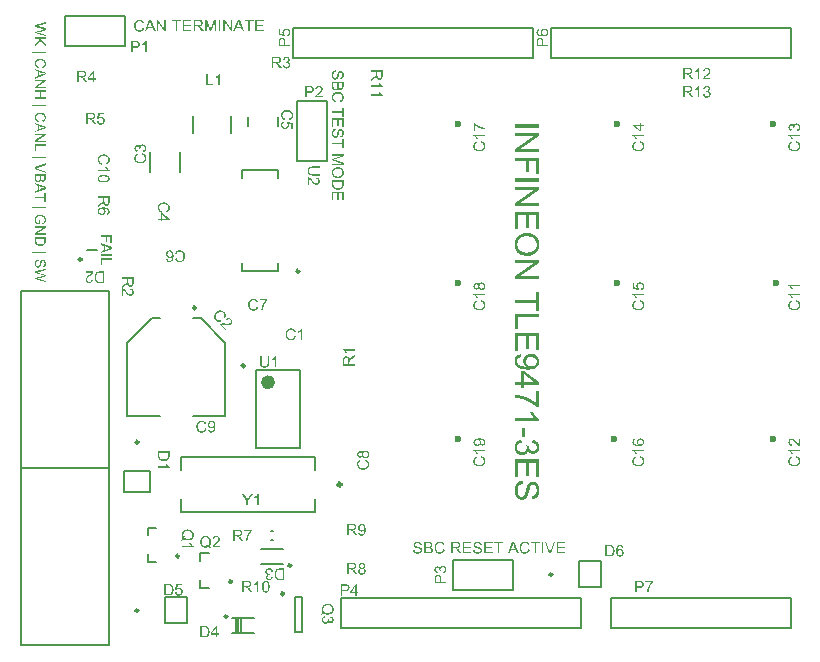
<source format=gto>
G04*
G04 #@! TF.GenerationSoftware,Altium Limited,Altium Designer,18.0.11 (651)*
G04*
G04 Layer_Color=65535*
%FSLAX44Y44*%
%MOMM*%
G71*
G01*
G75*
%ADD10C,0.2500*%
%ADD11C,0.6000*%
%ADD12C,0.3000*%
%ADD13C,0.6000*%
%ADD14C,0.2000*%
G36*
X96291Y528079D02*
X96418Y528066D01*
X96571Y528053D01*
X96736Y528028D01*
X96914Y528003D01*
X97295Y527914D01*
X97498Y527850D01*
X97714Y527774D01*
X97917Y527685D01*
X98120Y527596D01*
X98323Y527469D01*
X98514Y527342D01*
X98527Y527329D01*
X98552Y527304D01*
X98616Y527266D01*
X98679Y527202D01*
X98755Y527126D01*
X98857Y527037D01*
X98958Y526923D01*
X99073Y526796D01*
X99187Y526656D01*
X99301Y526504D01*
X99416Y526326D01*
X99530Y526148D01*
X99644Y525945D01*
X99746Y525729D01*
X99847Y525488D01*
X99924Y525247D01*
X98654Y524942D01*
Y524954D01*
X98641Y524993D01*
X98616Y525043D01*
X98590Y525120D01*
X98552Y525209D01*
X98514Y525310D01*
X98400Y525539D01*
X98260Y525793D01*
X98095Y526047D01*
X97892Y526288D01*
X97777Y526390D01*
X97663Y526491D01*
X97650D01*
X97638Y526517D01*
X97599Y526542D01*
X97549Y526567D01*
X97485Y526605D01*
X97409Y526644D01*
X97219Y526745D01*
X96977Y526834D01*
X96698Y526910D01*
X96380Y526961D01*
X96025Y526987D01*
X95910D01*
X95834Y526974D01*
X95745D01*
X95631Y526961D01*
X95504Y526936D01*
X95364Y526923D01*
X95072Y526860D01*
X94755Y526758D01*
X94437Y526618D01*
X94285Y526542D01*
X94132Y526440D01*
X94120D01*
X94094Y526415D01*
X94056Y526390D01*
X94005Y526339D01*
X93878Y526225D01*
X93726Y526059D01*
X93548Y525856D01*
X93370Y525602D01*
X93205Y525323D01*
X93078Y524993D01*
Y524980D01*
X93066Y524954D01*
X93053Y524904D01*
X93027Y524840D01*
X93002Y524751D01*
X92977Y524650D01*
X92951Y524535D01*
X92926Y524421D01*
X92875Y524129D01*
X92824Y523811D01*
X92786Y523469D01*
X92774Y523113D01*
Y523100D01*
Y523062D01*
Y522999D01*
Y522910D01*
X92786Y522795D01*
X92799Y522668D01*
Y522529D01*
X92824Y522376D01*
X92862Y522034D01*
X92926Y521678D01*
X93015Y521297D01*
X93129Y520941D01*
Y520929D01*
X93142Y520903D01*
X93167Y520852D01*
X93205Y520789D01*
X93243Y520713D01*
X93281Y520624D01*
X93408Y520421D01*
X93574Y520192D01*
X93764Y519963D01*
X93993Y519748D01*
X94259Y519557D01*
X94272D01*
X94298Y519532D01*
X94336Y519519D01*
X94399Y519481D01*
X94463Y519455D01*
X94551Y519417D01*
X94755Y519328D01*
X95009Y519240D01*
X95288Y519176D01*
X95593Y519125D01*
X95923Y519100D01*
X96025D01*
X96101Y519113D01*
X96202Y519125D01*
X96304Y519138D01*
X96431Y519151D01*
X96558Y519176D01*
X96850Y519252D01*
X97155Y519366D01*
X97320Y519430D01*
X97472Y519519D01*
X97625Y519608D01*
X97765Y519722D01*
X97777Y519735D01*
X97803Y519748D01*
X97841Y519786D01*
X97892Y519836D01*
X97942Y519900D01*
X98019Y519989D01*
X98095Y520078D01*
X98171Y520192D01*
X98260Y520306D01*
X98349Y520446D01*
X98425Y520598D01*
X98514Y520764D01*
X98590Y520954D01*
X98666Y521144D01*
X98730Y521348D01*
X98793Y521576D01*
X100089Y521246D01*
Y521233D01*
X100063Y521183D01*
X100038Y521094D01*
X100013Y520979D01*
X99962Y520852D01*
X99898Y520700D01*
X99835Y520535D01*
X99746Y520344D01*
X99657Y520154D01*
X99543Y519951D01*
X99428Y519760D01*
X99289Y519557D01*
X99149Y519354D01*
X98984Y519163D01*
X98806Y518985D01*
X98616Y518820D01*
X98603Y518808D01*
X98565Y518782D01*
X98514Y518744D01*
X98425Y518693D01*
X98323Y518630D01*
X98196Y518554D01*
X98057Y518490D01*
X97904Y518414D01*
X97714Y518325D01*
X97523Y518262D01*
X97307Y518185D01*
X97079Y518122D01*
X96838Y518071D01*
X96583Y518033D01*
X96317Y518008D01*
X96037Y517995D01*
X95885D01*
X95771Y518008D01*
X95644Y518020D01*
X95479Y518033D01*
X95314Y518046D01*
X95123Y518071D01*
X94717Y518147D01*
X94285Y518262D01*
X94069Y518338D01*
X93853Y518427D01*
X93650Y518516D01*
X93459Y518630D01*
X93447Y518643D01*
X93421Y518655D01*
X93370Y518693D01*
X93294Y518757D01*
X93218Y518820D01*
X93116Y518897D01*
X93015Y518998D01*
X92900Y519113D01*
X92774Y519227D01*
X92659Y519366D01*
X92532Y519519D01*
X92405Y519697D01*
X92278Y519874D01*
X92164Y520065D01*
X92050Y520281D01*
X91948Y520497D01*
Y520509D01*
X91923Y520548D01*
X91897Y520624D01*
X91872Y520713D01*
X91834Y520827D01*
X91783Y520954D01*
X91745Y521106D01*
X91694Y521284D01*
X91643Y521475D01*
X91605Y521678D01*
X91554Y521894D01*
X91516Y522110D01*
X91465Y522605D01*
X91440Y523113D01*
Y523126D01*
Y523176D01*
Y523265D01*
X91453Y523367D01*
Y523507D01*
X91465Y523659D01*
X91491Y523824D01*
X91516Y524015D01*
X91542Y524218D01*
X91580Y524434D01*
X91681Y524878D01*
X91821Y525323D01*
X91910Y525551D01*
X92011Y525767D01*
X92024Y525780D01*
X92037Y525818D01*
X92075Y525882D01*
X92126Y525958D01*
X92177Y526047D01*
X92253Y526161D01*
X92342Y526275D01*
X92443Y526415D01*
X92672Y526694D01*
X92964Y526974D01*
X93294Y527253D01*
X93485Y527380D01*
X93675Y527495D01*
X93688Y527507D01*
X93726Y527520D01*
X93790Y527545D01*
X93866Y527583D01*
X93967Y527634D01*
X94082Y527685D01*
X94221Y527736D01*
X94374Y527799D01*
X94551Y527850D01*
X94729Y527901D01*
X95136Y528003D01*
X95580Y528066D01*
X95809Y528091D01*
X96190D01*
X96291Y528079D01*
D02*
G37*
G36*
X174523Y518160D02*
X173190D01*
X168072Y525818D01*
Y518160D01*
X166827D01*
Y527926D01*
X168148D01*
X173279Y520256D01*
Y527926D01*
X174523D01*
Y518160D01*
D02*
G37*
G36*
X118453Y518160D02*
X117119D01*
X112001Y525818D01*
Y518160D01*
X110757D01*
Y527926D01*
X112078D01*
X117208Y520256D01*
Y527926D01*
X118453D01*
Y518160D01*
D02*
G37*
G36*
X160972D02*
X159728D01*
Y526339D01*
X156870Y518160D01*
X155715D01*
X152895Y526479D01*
Y518160D01*
X151651D01*
Y527926D01*
X153581D01*
X155892Y521005D01*
Y520992D01*
X155905Y520967D01*
X155918Y520916D01*
X155943Y520852D01*
X155969Y520764D01*
X156007Y520675D01*
X156070Y520459D01*
X156146Y520230D01*
X156223Y519989D01*
X156299Y519760D01*
X156362Y519557D01*
X156375Y519582D01*
X156400Y519659D01*
X156439Y519786D01*
X156489Y519951D01*
X156566Y520179D01*
X156655Y520446D01*
X156756Y520764D01*
X156883Y521132D01*
X159233Y527926D01*
X160972D01*
Y518160D01*
D02*
G37*
G36*
X201193Y526771D02*
X195440D01*
Y523799D01*
X200825D01*
Y522643D01*
X195440D01*
Y519316D01*
X201422D01*
Y518160D01*
X194145D01*
Y527926D01*
X201193D01*
Y526771D01*
D02*
G37*
G36*
X192773D02*
X189560D01*
Y518160D01*
X188265D01*
Y526771D01*
X185052D01*
Y527926D01*
X192773D01*
Y526771D01*
D02*
G37*
G36*
X184734Y518160D02*
X183274D01*
X182143Y521119D01*
X178054D01*
X176987Y518160D01*
X175628D01*
X179349Y527926D01*
X180759D01*
X184734Y518160D01*
D02*
G37*
G36*
X164567D02*
X163271Y518160D01*
Y527926D01*
X164567Y527926D01*
Y518160D01*
D02*
G37*
G36*
X146507Y527914D02*
X146622D01*
X146761Y527901D01*
X146914Y527888D01*
X147231Y527863D01*
X147561Y527812D01*
X147879Y527748D01*
X148031Y527710D01*
X148158Y527660D01*
X148171D01*
X148184Y527647D01*
X148222Y527634D01*
X148272Y527609D01*
X148399Y527545D01*
X148552Y527444D01*
X148730Y527317D01*
X148907Y527152D01*
X149085Y526948D01*
X149250Y526720D01*
Y526707D01*
X149263Y526694D01*
X149289Y526656D01*
X149314Y526605D01*
X149377Y526466D01*
X149454Y526288D01*
X149530Y526072D01*
X149593Y525818D01*
X149644Y525539D01*
X149657Y525247D01*
Y525234D01*
Y525196D01*
Y525145D01*
X149644Y525069D01*
X149631Y524980D01*
X149619Y524878D01*
X149568Y524637D01*
X149492Y524358D01*
X149377Y524066D01*
X149301Y523926D01*
X149212Y523773D01*
X149098Y523634D01*
X148984Y523494D01*
X148971Y523481D01*
X148958Y523469D01*
X148907Y523430D01*
X148857Y523380D01*
X148780Y523329D01*
X148692Y523265D01*
X148590Y523189D01*
X148476Y523113D01*
X148336Y523037D01*
X148184Y522961D01*
X148006Y522884D01*
X147815Y522808D01*
X147612Y522745D01*
X147396Y522681D01*
X147155Y522630D01*
X146901Y522592D01*
X146926Y522580D01*
X146990Y522554D01*
X147079Y522503D01*
X147193Y522440D01*
X147447Y522275D01*
X147561Y522186D01*
X147676Y522097D01*
X147688D01*
X147701Y522072D01*
X147777Y522008D01*
X147879Y521894D01*
X148031Y521741D01*
X148196Y521564D01*
X148374Y521335D01*
X148565Y521081D01*
X148755Y520802D01*
X150444Y518160D01*
X148819D01*
X147536Y520179D01*
Y520192D01*
X147510Y520217D01*
X147485Y520268D01*
X147447Y520319D01*
X147396Y520395D01*
X147333Y520484D01*
X147206Y520675D01*
X147053Y520891D01*
X146901Y521106D01*
X146749Y521322D01*
X146596Y521513D01*
X146583Y521538D01*
X146533Y521589D01*
X146469Y521678D01*
X146380Y521767D01*
X146279Y521881D01*
X146164Y521995D01*
X146050Y522084D01*
X145936Y522173D01*
X145923Y522186D01*
X145885Y522199D01*
X145834Y522237D01*
X145758Y522275D01*
X145669Y522326D01*
X145567Y522364D01*
X145351Y522440D01*
X145339D01*
X145313Y522453D01*
X145263D01*
X145186Y522465D01*
X145085Y522478D01*
X144958D01*
X144818Y522491D01*
X143142D01*
Y518160D01*
X141846D01*
Y527926D01*
X146393D01*
X146507Y527914D01*
D02*
G37*
G36*
X139814Y526771D02*
X134061D01*
Y523799D01*
X139446D01*
Y522643D01*
X134061D01*
Y519316D01*
X140043D01*
Y518160D01*
X132766D01*
Y527926D01*
X139814D01*
Y526771D01*
D02*
G37*
G36*
X131394D02*
X128181D01*
Y518160D01*
X126886D01*
Y526771D01*
X123673D01*
Y527926D01*
X131394D01*
Y526771D01*
D02*
G37*
G36*
X109715Y518160D02*
X108255D01*
X107125Y521119D01*
X103035D01*
X101968Y518160D01*
X100609D01*
X104331Y527926D01*
X105740D01*
X109715Y518160D01*
D02*
G37*
G36*
X434353Y436723D02*
X414020D01*
Y439420D01*
X434353D01*
Y436723D01*
D02*
G37*
G36*
Y429267D02*
X418383Y418584D01*
X434353D01*
Y415993D01*
X414020D01*
Y418769D01*
X429964Y429425D01*
X414020D01*
Y432016D01*
X434353D01*
Y429267D01*
D02*
G37*
G36*
Y397616D02*
X431947D01*
Y408642D01*
X425654D01*
Y399097D01*
X423248D01*
Y408642D01*
X414020D01*
Y411339D01*
X434353D01*
Y397616D01*
D02*
G37*
G36*
Y390979D02*
X414020D01*
Y393676D01*
X434353D01*
Y390979D01*
D02*
G37*
G36*
Y383523D02*
X418383Y372841D01*
X434353D01*
Y370249D01*
X414020D01*
Y373026D01*
X429964Y383681D01*
X414020D01*
Y386273D01*
X434353D01*
Y383523D01*
D02*
G37*
G36*
Y351000D02*
X431947D01*
Y362978D01*
X425760D01*
Y351767D01*
X423354D01*
Y362978D01*
X416426D01*
Y350524D01*
X414020D01*
Y365675D01*
X434353D01*
Y351000D01*
D02*
G37*
G36*
X424385Y347589D02*
X424755Y347563D01*
X425178Y347536D01*
X425654Y347483D01*
X426209Y347378D01*
X426791Y347272D01*
X427426Y347140D01*
X428060Y346954D01*
X428721Y346743D01*
X429383Y346479D01*
X430017Y346161D01*
X430652Y345817D01*
X431260Y345394D01*
X431815Y344918D01*
X431842Y344892D01*
X431947Y344786D01*
X432080Y344628D01*
X432265Y344416D01*
X432476Y344152D01*
X432741Y343834D01*
X432979Y343438D01*
X433269Y343015D01*
X433534Y342539D01*
X433798Y342010D01*
X434036Y341428D01*
X434248Y340794D01*
X434433Y340132D01*
X434565Y339419D01*
X434671Y338678D01*
X434697Y337885D01*
Y337621D01*
X434671Y337409D01*
X434644Y337171D01*
X434618Y336880D01*
X434591Y336563D01*
X434538Y336193D01*
X434380Y335426D01*
X434142Y334580D01*
X433983Y334130D01*
X433798Y333707D01*
X433587Y333258D01*
X433349Y332835D01*
X433322Y332808D01*
X433296Y332729D01*
X433217Y332623D01*
X433111Y332464D01*
X432952Y332279D01*
X432793Y332042D01*
X432608Y331804D01*
X432370Y331539D01*
X432132Y331275D01*
X431842Y330984D01*
X431524Y330693D01*
X431207Y330402D01*
X430837Y330138D01*
X430440Y329873D01*
X429594Y329371D01*
X429567Y329344D01*
X429488Y329318D01*
X429356Y329265D01*
X429171Y329186D01*
X428933Y329106D01*
X428669Y329001D01*
X428351Y328895D01*
X428008Y328763D01*
X427637Y328657D01*
X427214Y328551D01*
X426765Y328445D01*
X426289Y328366D01*
X425258Y328234D01*
X424702Y328181D01*
X424147D01*
X424121D01*
X424015D01*
X423856D01*
X423618Y328208D01*
X423354D01*
X423036Y328234D01*
X422693Y328287D01*
X422296Y328340D01*
X421873Y328419D01*
X421424Y328498D01*
X420498Y328710D01*
X419546Y329027D01*
X419070Y329239D01*
X418594Y329450D01*
X418568Y329477D01*
X418489Y329503D01*
X418356Y329582D01*
X418198Y329688D01*
X417986Y329820D01*
X417748Y329953D01*
X417510Y330138D01*
X417219Y330349D01*
X416929Y330587D01*
X416638Y330852D01*
X416030Y331460D01*
X415421Y332174D01*
X415157Y332570D01*
X414919Y332993D01*
Y333020D01*
X414866Y333099D01*
X414813Y333231D01*
X414734Y333390D01*
X414628Y333601D01*
X414522Y333839D01*
X414417Y334130D01*
X414311Y334448D01*
X414179Y334818D01*
X414073Y335188D01*
X413861Y336034D01*
X413729Y336933D01*
X413703Y337409D01*
X413676Y337911D01*
Y338202D01*
X413703Y338387D01*
X413729Y338652D01*
X413756Y338943D01*
X413782Y339260D01*
X413861Y339630D01*
X414020Y340423D01*
X414258Y341296D01*
X414417Y341745D01*
X414602Y342169D01*
X414813Y342618D01*
X415051Y343041D01*
X415078Y343068D01*
X415104Y343147D01*
X415183Y343253D01*
X415316Y343411D01*
X415448Y343596D01*
X415606Y343808D01*
X415818Y344046D01*
X416030Y344310D01*
X416294Y344575D01*
X416585Y344866D01*
X416902Y345156D01*
X417219Y345421D01*
X417986Y345976D01*
X418832Y346452D01*
X418859D01*
X418938Y346505D01*
X419070Y346558D01*
X419255Y346637D01*
X419467Y346716D01*
X419731Y346822D01*
X420049Y346928D01*
X420366Y347034D01*
X420736Y347140D01*
X421133Y347245D01*
X421979Y347430D01*
X422931Y347563D01*
X423407Y347589D01*
X423909Y347616D01*
X423936D01*
X423962D01*
X424041D01*
X424121D01*
X424385Y347589D01*
D02*
G37*
G36*
X434353Y321994D02*
X418383Y311311D01*
X434353D01*
Y308720D01*
X414020D01*
Y311497D01*
X429964Y322152D01*
X414020D01*
Y324744D01*
X434353D01*
Y321994D01*
D02*
G37*
G36*
Y281776D02*
X431947D01*
Y288466D01*
X414020D01*
Y291163D01*
X431947D01*
Y297853D01*
X434353D01*
Y281776D01*
D02*
G37*
G36*
Y276382D02*
X416426D01*
Y266388D01*
X414020D01*
Y279079D01*
X434353D01*
Y276382D01*
D02*
G37*
G36*
Y248460D02*
X431947D01*
Y260438D01*
X425760D01*
Y249227D01*
X423354D01*
Y260438D01*
X416426D01*
Y247984D01*
X414020D01*
Y263135D01*
X434353D01*
Y248460D01*
D02*
G37*
G36*
X428060Y245234D02*
X428325Y245208D01*
X428642Y245155D01*
X428986Y245102D01*
X429330Y245023D01*
X430123Y244811D01*
X430546Y244679D01*
X430969Y244494D01*
X431366Y244282D01*
X431789Y244044D01*
X432159Y243780D01*
X432529Y243463D01*
X432555Y243436D01*
X432608Y243384D01*
X432714Y243278D01*
X432820Y243146D01*
X432979Y242960D01*
X433137Y242749D01*
X433296Y242484D01*
X433481Y242194D01*
X433666Y241903D01*
X433825Y241533D01*
X433983Y241162D01*
X434142Y240766D01*
X434248Y240343D01*
X434353Y239867D01*
X434406Y239391D01*
X434433Y238888D01*
Y238703D01*
X434406Y238545D01*
Y238386D01*
X434380Y238174D01*
X434301Y237699D01*
X434168Y237143D01*
X433983Y236535D01*
X433719Y235900D01*
X433349Y235266D01*
Y235240D01*
X433296Y235187D01*
X433243Y235107D01*
X433164Y235002D01*
X432899Y234711D01*
X432582Y234340D01*
X432132Y233944D01*
X431630Y233521D01*
X431022Y233124D01*
X430308Y232780D01*
X430281D01*
X430229Y232754D01*
X430096Y232701D01*
X429938Y232648D01*
X429726Y232569D01*
X429488Y232516D01*
X429197Y232437D01*
X428854Y232331D01*
X428457Y232252D01*
X428034Y232172D01*
X427584Y232119D01*
X427056Y232040D01*
X426500Y231987D01*
X425919Y231934D01*
X425284Y231908D01*
X424597D01*
X424544D01*
X424438D01*
X424226D01*
X423962D01*
X423618Y231934D01*
X423248Y231961D01*
X422825Y231987D01*
X422349Y232014D01*
X421873Y232066D01*
X421371Y232119D01*
X420313Y232252D01*
X419308Y232463D01*
X418832Y232595D01*
X418383Y232754D01*
X418356D01*
X418277Y232780D01*
X418171Y232833D01*
X418013Y232913D01*
X417801Y232992D01*
X417590Y233098D01*
X417087Y233389D01*
X416506Y233732D01*
X415924Y234182D01*
X415368Y234684D01*
X414866Y235292D01*
Y235319D01*
X414813Y235372D01*
X414760Y235451D01*
X414681Y235583D01*
X414602Y235742D01*
X414496Y235927D01*
X414390Y236165D01*
X414284Y236403D01*
X414046Y236985D01*
X413861Y237646D01*
X413729Y238386D01*
X413703Y238783D01*
X413676Y239206D01*
Y239444D01*
X413703Y239602D01*
X413729Y239814D01*
X413756Y240025D01*
X413782Y240290D01*
X413835Y240581D01*
X413994Y241189D01*
X414231Y241850D01*
X414390Y242167D01*
X414575Y242484D01*
X414760Y242802D01*
X414998Y243093D01*
X415025Y243119D01*
X415051Y243146D01*
X415131Y243225D01*
X415236Y243331D01*
X415368Y243463D01*
X415554Y243595D01*
X415739Y243727D01*
X415950Y243886D01*
X416215Y244044D01*
X416479Y244203D01*
X416796Y244335D01*
X417140Y244494D01*
X417484Y244626D01*
X417880Y244732D01*
X418277Y244811D01*
X418727Y244891D01*
X418912Y242484D01*
X418885D01*
X418832Y242458D01*
X418753D01*
X418647Y242432D01*
X418330Y242352D01*
X417986Y242220D01*
X417563Y242088D01*
X417166Y241876D01*
X416796Y241638D01*
X416479Y241348D01*
X416453Y241295D01*
X416373Y241189D01*
X416241Y241004D01*
X416109Y240739D01*
X415977Y240422D01*
X415844Y240052D01*
X415765Y239602D01*
X415739Y239126D01*
Y238941D01*
X415765Y238730D01*
X415792Y238439D01*
X415871Y238148D01*
X415950Y237804D01*
X416082Y237461D01*
X416241Y237117D01*
X416268Y237090D01*
X416347Y236958D01*
X416453Y236800D01*
X416611Y236614D01*
X416823Y236376D01*
X417061Y236138D01*
X417325Y235900D01*
X417643Y235689D01*
X417695Y235663D01*
X417801Y235583D01*
X418013Y235504D01*
X418277Y235372D01*
X418621Y235213D01*
X419017Y235054D01*
X419493Y234896D01*
X420022Y234764D01*
X420049D01*
X420102Y234737D01*
X420181D01*
X420287Y234711D01*
X420419Y234684D01*
X420578Y234658D01*
X420974Y234578D01*
X421424Y234499D01*
X421952Y234446D01*
X422508Y234420D01*
X423089Y234393D01*
X423116D01*
X423222D01*
X423380D01*
X423592D01*
X423539Y234420D01*
X423407Y234526D01*
X423169Y234711D01*
X422904Y234949D01*
X422587Y235240D01*
X422270Y235583D01*
X421952Y236006D01*
X421662Y236456D01*
Y236482D01*
X421635Y236509D01*
X421582Y236588D01*
X421556Y236694D01*
X421424Y236932D01*
X421291Y237302D01*
X421159Y237699D01*
X421027Y238174D01*
X420948Y238703D01*
X420921Y239259D01*
Y239497D01*
X420948Y239682D01*
X420974Y239893D01*
X421027Y240158D01*
X421080Y240422D01*
X421159Y240739D01*
X421239Y241057D01*
X421371Y241400D01*
X421503Y241744D01*
X421688Y242114D01*
X421899Y242484D01*
X422137Y242828D01*
X422428Y243172D01*
X422746Y243516D01*
X422772Y243542D01*
X422825Y243595D01*
X422931Y243674D01*
X423089Y243780D01*
X423248Y243912D01*
X423486Y244071D01*
X423750Y244230D01*
X424041Y244388D01*
X424359Y244547D01*
X424729Y244706D01*
X425125Y244864D01*
X425549Y244996D01*
X425998Y245102D01*
X426500Y245182D01*
X427003Y245234D01*
X427558Y245261D01*
X427584D01*
X427690D01*
X427849D01*
X428060Y245234D01*
D02*
G37*
G36*
X434353Y221040D02*
Y219004D01*
X421186D01*
Y216255D01*
X418885D01*
Y219004D01*
X414020D01*
Y221490D01*
X418885D01*
Y230321D01*
X421186D01*
X434353Y221040D01*
D02*
G37*
G36*
X434089Y200390D02*
X432132D01*
X432106Y200416D01*
X432027Y200469D01*
X431921Y200575D01*
X431762Y200734D01*
X431551Y200892D01*
X431286Y201104D01*
X430995Y201342D01*
X430678Y201606D01*
X430308Y201897D01*
X429885Y202188D01*
X429435Y202505D01*
X428933Y202849D01*
X428431Y203193D01*
X427849Y203536D01*
X427267Y203880D01*
X426632Y204250D01*
X426606Y204277D01*
X426474Y204329D01*
X426289Y204435D01*
X426051Y204568D01*
X425733Y204726D01*
X425363Y204885D01*
X424940Y205096D01*
X424464Y205308D01*
X423962Y205546D01*
X423407Y205784D01*
X422825Y206022D01*
X422217Y206260D01*
X420948Y206736D01*
X419599Y207159D01*
X419573D01*
X419493Y207185D01*
X419335Y207238D01*
X419150Y207291D01*
X418912Y207344D01*
X418621Y207423D01*
X418303Y207476D01*
X417933Y207555D01*
X417537Y207635D01*
X417114Y207740D01*
X416638Y207820D01*
X416162Y207873D01*
X415131Y208005D01*
X414020Y208111D01*
Y210675D01*
X414046D01*
X414126D01*
X414258D01*
X414443Y210649D01*
X414681D01*
X414945Y210623D01*
X415263Y210596D01*
X415633Y210543D01*
X416030Y210490D01*
X416479Y210438D01*
X416955Y210358D01*
X417457Y210279D01*
X417986Y210173D01*
X418568Y210041D01*
X419150Y209909D01*
X419784Y209750D01*
X419837D01*
X419943Y209697D01*
X420128Y209644D01*
X420366Y209591D01*
X420683Y209486D01*
X421027Y209380D01*
X421424Y209248D01*
X421873Y209089D01*
X422375Y208930D01*
X422878Y208719D01*
X423988Y208296D01*
X425152Y207767D01*
X426342Y207185D01*
X426368Y207159D01*
X426474Y207106D01*
X426659Y207027D01*
X426870Y206894D01*
X427135Y206736D01*
X427452Y206551D01*
X427822Y206339D01*
X428193Y206101D01*
X429039Y205572D01*
X429938Y204964D01*
X430837Y204277D01*
X431683Y203589D01*
Y213531D01*
X434089D01*
Y200390D01*
D02*
G37*
G36*
X429330Y195974D02*
X429383Y195895D01*
X429435Y195789D01*
X429515Y195657D01*
X429594Y195472D01*
X429726Y195260D01*
X429991Y194758D01*
X430334Y194202D01*
X430757Y193568D01*
X431207Y192960D01*
X431709Y192352D01*
X431736Y192325D01*
X431762Y192272D01*
X431842Y192193D01*
X431947Y192087D01*
X432212Y191823D01*
X432582Y191479D01*
X432979Y191135D01*
X433454Y190765D01*
X433930Y190421D01*
X434433Y190131D01*
Y188518D01*
X414020D01*
Y191003D01*
X429911D01*
X429885Y191056D01*
X429779Y191162D01*
X429594Y191373D01*
X429383Y191638D01*
X429118Y191981D01*
X428827Y192404D01*
X428510Y192854D01*
X428193Y193383D01*
Y193409D01*
X428166Y193436D01*
X428113Y193515D01*
X428060Y193621D01*
X427902Y193912D01*
X427717Y194255D01*
X427505Y194652D01*
X427294Y195102D01*
X427082Y195551D01*
X426897Y196000D01*
X429330D01*
Y195974D01*
D02*
G37*
G36*
X422640Y174742D02*
X420128D01*
Y182410D01*
X422640D01*
Y174742D01*
D02*
G37*
G36*
X419758Y170167D02*
X419731D01*
X419652Y170141D01*
X419546Y170114D01*
X419414Y170088D01*
X419229Y170035D01*
X419044Y169982D01*
X418568Y169823D01*
X418065Y169638D01*
X417563Y169374D01*
X417061Y169083D01*
X416849Y168925D01*
X416664Y168739D01*
X416638Y168687D01*
X416532Y168554D01*
X416373Y168343D01*
X416215Y168025D01*
X416030Y167655D01*
X415897Y167232D01*
X415792Y166730D01*
X415739Y166201D01*
Y166016D01*
X415765Y165910D01*
Y165751D01*
X415792Y165566D01*
X415897Y165170D01*
X416030Y164694D01*
X416241Y164191D01*
X416558Y163689D01*
X416744Y163451D01*
X416955Y163213D01*
X416981Y163187D01*
X417008Y163160D01*
X417087Y163107D01*
X417166Y163028D01*
X417431Y162817D01*
X417801Y162605D01*
X418224Y162393D01*
X418753Y162182D01*
X419335Y162050D01*
X419652Y161997D01*
X419969D01*
X419996D01*
X420049D01*
X420128D01*
X420260Y162023D01*
X420392D01*
X420578Y162050D01*
X420974Y162129D01*
X421424Y162261D01*
X421899Y162473D01*
X422349Y162764D01*
X422587Y162922D01*
X422799Y163134D01*
X422851Y163187D01*
X422984Y163345D01*
X423142Y163583D01*
X423354Y163901D01*
X423565Y164324D01*
X423724Y164800D01*
X423856Y165355D01*
X423909Y165989D01*
Y166280D01*
X423883Y166465D01*
X423856Y166730D01*
X423803Y167047D01*
X423724Y167391D01*
X423645Y167761D01*
X425839Y167470D01*
Y167417D01*
X425813Y167338D01*
X425786Y167206D01*
Y166915D01*
X425813Y166809D01*
X425839Y166492D01*
X425892Y166122D01*
X425998Y165672D01*
X426130Y165196D01*
X426342Y164694D01*
X426606Y164218D01*
Y164191D01*
X426659Y164165D01*
X426765Y164006D01*
X426976Y163795D01*
X427241Y163557D01*
X427611Y163319D01*
X428060Y163134D01*
X428589Y162975D01*
X428880Y162949D01*
X429197Y162922D01*
X429224D01*
X429250D01*
X429435Y162949D01*
X429673Y162975D01*
X429991Y163028D01*
X430334Y163160D01*
X430704Y163319D01*
X431101Y163557D01*
X431445Y163874D01*
X431498Y163927D01*
X431604Y164033D01*
X431736Y164244D01*
X431921Y164509D01*
X432080Y164853D01*
X432238Y165276D01*
X432344Y165725D01*
X432370Y166254D01*
Y166386D01*
X432344Y166492D01*
X432317Y166783D01*
X432265Y167127D01*
X432132Y167497D01*
X431974Y167920D01*
X431762Y168316D01*
X431445Y168713D01*
X431392Y168766D01*
X431286Y168872D01*
X431075Y169030D01*
X430757Y169215D01*
X430387Y169427D01*
X429911Y169638D01*
X429356Y169797D01*
X428721Y169929D01*
X429171Y172415D01*
X429197D01*
X429277Y172388D01*
X429409Y172362D01*
X429594Y172309D01*
X429779Y172256D01*
X430043Y172177D01*
X430308Y172097D01*
X430599Y171992D01*
X431207Y171701D01*
X431842Y171357D01*
X432476Y170908D01*
X432767Y170643D01*
X433031Y170352D01*
X433058Y170326D01*
X433084Y170273D01*
X433164Y170194D01*
X433243Y170061D01*
X433349Y169903D01*
X433481Y169718D01*
X433613Y169480D01*
X433745Y169242D01*
X433851Y168951D01*
X433983Y168660D01*
X434221Y167973D01*
X434380Y167179D01*
X434406Y166756D01*
X434433Y166307D01*
Y166016D01*
X434406Y165884D01*
Y165699D01*
X434353Y165302D01*
X434248Y164826D01*
X434142Y164324D01*
X433957Y163795D01*
X433719Y163266D01*
Y163240D01*
X433692Y163213D01*
X433639Y163134D01*
X433587Y163028D01*
X433428Y162790D01*
X433217Y162473D01*
X432926Y162129D01*
X432582Y161759D01*
X432212Y161415D01*
X431762Y161124D01*
X431736D01*
X431709Y161098D01*
X431551Y160992D01*
X431286Y160886D01*
X430969Y160728D01*
X430572Y160595D01*
X430123Y160463D01*
X429647Y160384D01*
X429145Y160357D01*
X429118D01*
X429092D01*
X428933D01*
X428669Y160384D01*
X428351Y160437D01*
X427981Y160543D01*
X427584Y160648D01*
X427161Y160833D01*
X426738Y161071D01*
X426685Y161098D01*
X426553Y161204D01*
X426368Y161362D01*
X426130Y161600D01*
X425839Y161891D01*
X425549Y162261D01*
X425284Y162684D01*
X425020Y163160D01*
Y163134D01*
X424993Y163081D01*
X424967Y162975D01*
X424940Y162869D01*
X424887Y162711D01*
X424808Y162526D01*
X424649Y162129D01*
X424412Y161679D01*
X424094Y161230D01*
X423724Y160754D01*
X423274Y160357D01*
X423248D01*
X423222Y160305D01*
X423142Y160252D01*
X423036Y160199D01*
X422904Y160119D01*
X422772Y160040D01*
X422375Y159855D01*
X421899Y159670D01*
X421344Y159511D01*
X420736Y159406D01*
X420022Y159353D01*
X419996D01*
X419916D01*
X419758D01*
X419573Y159379D01*
X419335Y159406D01*
X419070Y159459D01*
X418779Y159511D01*
X418462Y159591D01*
X418118Y159696D01*
X417748Y159829D01*
X417378Y159987D01*
X416981Y160172D01*
X416611Y160410D01*
X416215Y160675D01*
X415844Y160966D01*
X415501Y161309D01*
X415474Y161336D01*
X415421Y161389D01*
X415342Y161494D01*
X415210Y161653D01*
X415078Y161838D01*
X414919Y162076D01*
X414760Y162341D01*
X414602Y162631D01*
X414417Y162975D01*
X414258Y163345D01*
X414099Y163742D01*
X413967Y164191D01*
X413835Y164641D01*
X413756Y165143D01*
X413703Y165646D01*
X413676Y166201D01*
Y166465D01*
X413703Y166651D01*
X413729Y166862D01*
X413756Y167127D01*
X413809Y167444D01*
X413888Y167761D01*
X414073Y168449D01*
X414205Y168819D01*
X414337Y169189D01*
X414522Y169585D01*
X414734Y169956D01*
X414972Y170299D01*
X415263Y170643D01*
X415289Y170670D01*
X415342Y170723D01*
X415421Y170802D01*
X415554Y170934D01*
X415712Y171066D01*
X415897Y171225D01*
X416135Y171383D01*
X416373Y171569D01*
X416664Y171727D01*
X416981Y171912D01*
X417325Y172071D01*
X417695Y172230D01*
X418092Y172388D01*
X418489Y172494D01*
X418938Y172600D01*
X419414Y172653D01*
X419758Y170167D01*
D02*
G37*
G36*
X434353Y141135D02*
X431947D01*
Y153112D01*
X425760D01*
Y141901D01*
X423354D01*
Y153112D01*
X416426D01*
Y140659D01*
X414020D01*
Y155809D01*
X434353D01*
Y141135D01*
D02*
G37*
G36*
X420789Y135291D02*
X420763D01*
X420710D01*
X420630Y135265D01*
X420525D01*
X420260Y135212D01*
X419890Y135132D01*
X419493Y135027D01*
X419070Y134868D01*
X418647Y134683D01*
X418251Y134471D01*
X418198Y134445D01*
X418092Y134339D01*
X417907Y134180D01*
X417695Y133969D01*
X417431Y133678D01*
X417166Y133334D01*
X416902Y132911D01*
X416664Y132435D01*
Y132409D01*
X416638Y132382D01*
X416611Y132303D01*
X416585Y132197D01*
X416532Y132065D01*
X416479Y131906D01*
X416373Y131510D01*
X416268Y131060D01*
X416162Y130532D01*
X416109Y129950D01*
X416082Y129315D01*
Y129051D01*
X416109Y128760D01*
X416135Y128390D01*
X416188Y127993D01*
X416268Y127517D01*
X416373Y127068D01*
X416532Y126618D01*
Y126592D01*
X416558Y126565D01*
X416611Y126433D01*
X416717Y126222D01*
X416849Y125957D01*
X417034Y125666D01*
X417246Y125375D01*
X417484Y125085D01*
X417775Y124847D01*
X417801Y124820D01*
X417907Y124767D01*
X418092Y124662D01*
X418303Y124556D01*
X418568Y124450D01*
X418859Y124344D01*
X419176Y124291D01*
X419520Y124265D01*
X419573D01*
X419678D01*
X419864Y124291D01*
X420075Y124344D01*
X420340Y124397D01*
X420630Y124503D01*
X420921Y124662D01*
X421186Y124847D01*
X421212Y124873D01*
X421318Y124952D01*
X421450Y125085D01*
X421609Y125270D01*
X421794Y125534D01*
X421979Y125851D01*
X422190Y126222D01*
X422375Y126671D01*
X422402Y126724D01*
X422428Y126830D01*
X422481Y126936D01*
X422508Y127068D01*
X422561Y127226D01*
X422613Y127438D01*
X422693Y127649D01*
X422746Y127914D01*
X422825Y128205D01*
X422931Y128548D01*
X423010Y128919D01*
X423116Y129342D01*
X423222Y129791D01*
X423354Y130294D01*
Y130320D01*
X423380Y130426D01*
X423433Y130558D01*
X423460Y130743D01*
X423539Y130981D01*
X423592Y131219D01*
X423777Y131827D01*
X423962Y132462D01*
X424200Y133123D01*
X424412Y133705D01*
X424544Y133969D01*
X424649Y134207D01*
Y134233D01*
X424676Y134260D01*
X424729Y134339D01*
X424782Y134445D01*
X424940Y134709D01*
X425178Y135027D01*
X425443Y135370D01*
X425760Y135740D01*
X426130Y136084D01*
X426527Y136375D01*
X426553D01*
X426580Y136402D01*
X426738Y136481D01*
X426950Y136587D01*
X427267Y136719D01*
X427637Y136851D01*
X428087Y136957D01*
X428563Y137036D01*
X429065Y137063D01*
X429092D01*
X429145D01*
X429224D01*
X429330Y137036D01*
X429620Y137010D01*
X430017Y136957D01*
X430467Y136851D01*
X430942Y136692D01*
X431445Y136481D01*
X431947Y136190D01*
X431974D01*
X432000Y136137D01*
X432159Y136031D01*
X432423Y135820D01*
X432714Y135555D01*
X433031Y135185D01*
X433375Y134762D01*
X433692Y134233D01*
X433983Y133652D01*
Y133625D01*
X434010Y133572D01*
X434063Y133493D01*
X434089Y133361D01*
X434142Y133202D01*
X434221Y133017D01*
X434274Y132806D01*
X434353Y132568D01*
X434459Y132012D01*
X434591Y131378D01*
X434671Y130664D01*
X434697Y129923D01*
Y129553D01*
X434671Y129342D01*
Y129130D01*
X434644Y128866D01*
X434618Y128575D01*
X434512Y127967D01*
X434380Y127306D01*
X434195Y126618D01*
X433957Y125957D01*
Y125931D01*
X433930Y125878D01*
X433877Y125799D01*
X433825Y125666D01*
X433639Y125349D01*
X433401Y124979D01*
X433111Y124529D01*
X432741Y124106D01*
X432291Y123657D01*
X431789Y123287D01*
X431762D01*
X431736Y123234D01*
X431656Y123207D01*
X431551Y123128D01*
X431418Y123075D01*
X431260Y122996D01*
X430863Y122811D01*
X430387Y122626D01*
X429858Y122467D01*
X429250Y122335D01*
X428616Y122282D01*
X428431Y124873D01*
X428457D01*
X428510D01*
X428616Y124900D01*
X428748Y124926D01*
X428907Y124952D01*
X429092Y125005D01*
X429515Y125138D01*
X429964Y125323D01*
X430440Y125561D01*
X430916Y125878D01*
X431313Y126301D01*
X431366Y126354D01*
X431392Y126433D01*
X431471Y126512D01*
X431551Y126645D01*
X431630Y126803D01*
X431709Y126988D01*
X431815Y127174D01*
X431894Y127411D01*
X431974Y127676D01*
X432053Y127967D01*
X432132Y128284D01*
X432212Y128628D01*
X432238Y128998D01*
X432291Y129395D01*
Y130214D01*
X432265Y130426D01*
X432238Y130637D01*
X432185Y131166D01*
X432080Y131748D01*
X431921Y132330D01*
X431683Y132885D01*
X431551Y133149D01*
X431392Y133361D01*
X431339Y133414D01*
X431233Y133546D01*
X431048Y133705D01*
X430784Y133916D01*
X430467Y134128D01*
X430096Y134286D01*
X429673Y134418D01*
X429224Y134471D01*
X429171D01*
X429039D01*
X428854Y134418D01*
X428589Y134366D01*
X428298Y134286D01*
X428008Y134154D01*
X427717Y133969D01*
X427426Y133705D01*
X427399Y133652D01*
X427346Y133599D01*
X427320Y133519D01*
X427241Y133414D01*
X427161Y133281D01*
X427082Y133096D01*
X427003Y132911D01*
X426897Y132647D01*
X426765Y132356D01*
X426659Y132039D01*
X426527Y131669D01*
X426395Y131245D01*
X426262Y130770D01*
X426130Y130241D01*
X425998Y129659D01*
Y129633D01*
X425971Y129527D01*
X425919Y129342D01*
X425866Y129130D01*
X425813Y128866D01*
X425733Y128548D01*
X425654Y128231D01*
X425549Y127861D01*
X425363Y127121D01*
X425152Y126380D01*
X425020Y126037D01*
X424914Y125693D01*
X424808Y125402D01*
X424702Y125164D01*
Y125138D01*
X424676Y125085D01*
X424623Y125005D01*
X424544Y124873D01*
X424385Y124556D01*
X424147Y124159D01*
X423830Y123736D01*
X423486Y123313D01*
X423063Y122890D01*
X422613Y122546D01*
X422587D01*
X422561Y122520D01*
X422481Y122467D01*
X422402Y122414D01*
X422137Y122282D01*
X421794Y122097D01*
X421371Y121938D01*
X420868Y121806D01*
X420340Y121700D01*
X419731Y121674D01*
X419705D01*
X419652D01*
X419573D01*
X419467Y121700D01*
X419308D01*
X419150Y121727D01*
X418753Y121779D01*
X418277Y121912D01*
X417775Y122070D01*
X417219Y122308D01*
X416691Y122626D01*
X416664D01*
X416638Y122678D01*
X416558Y122731D01*
X416453Y122784D01*
X416188Y123022D01*
X415871Y123313D01*
X415527Y123683D01*
X415157Y124133D01*
X414787Y124688D01*
X414469Y125296D01*
Y125323D01*
X414443Y125375D01*
X414390Y125481D01*
X414337Y125587D01*
X414284Y125772D01*
X414231Y125957D01*
X414152Y126169D01*
X414073Y126433D01*
X413941Y126988D01*
X413809Y127649D01*
X413703Y128390D01*
X413676Y129183D01*
Y129447D01*
X413703Y129633D01*
Y129871D01*
X413729Y130161D01*
X413756Y130452D01*
X413782Y130796D01*
X413861Y131510D01*
X414020Y132303D01*
X414205Y133070D01*
X414469Y133810D01*
Y133837D01*
X414496Y133890D01*
X414549Y133995D01*
X414628Y134128D01*
X414707Y134260D01*
X414813Y134445D01*
X415078Y134868D01*
X415421Y135344D01*
X415844Y135820D01*
X416347Y136296D01*
X416902Y136719D01*
X416929D01*
X416981Y136772D01*
X417061Y136825D01*
X417193Y136877D01*
X417352Y136957D01*
X417510Y137063D01*
X417722Y137142D01*
X417960Y137248D01*
X418515Y137459D01*
X419123Y137644D01*
X419837Y137776D01*
X420578Y137829D01*
X420789Y135291D01*
D02*
G37*
G36*
X72446Y339402D02*
X71387D01*
Y344253D01*
X68619D01*
Y340054D01*
X67560D01*
Y344253D01*
X63500D01*
Y345440D01*
X72446D01*
Y339402D01*
D02*
G37*
G36*
Y335435D02*
Y334144D01*
X63500Y330503D01*
Y331841D01*
X66210Y332876D01*
Y336622D01*
X63500Y337599D01*
Y338844D01*
X72446Y335435D01*
D02*
G37*
G36*
Y328153D02*
X63500D01*
Y329340D01*
X72446D01*
Y328153D01*
D02*
G37*
G36*
Y324931D02*
X64559D01*
Y320533D01*
X63500D01*
Y326117D01*
X72446D01*
Y324931D01*
D02*
G37*
G36*
X382511Y86119D02*
X382613D01*
X382740Y86106D01*
X382880Y86093D01*
X383172Y86042D01*
X383489Y85979D01*
X383819Y85890D01*
X384137Y85776D01*
X384150D01*
X384175Y85763D01*
X384213Y85738D01*
X384277Y85712D01*
X384429Y85623D01*
X384607Y85509D01*
X384823Y85369D01*
X385026Y85192D01*
X385242Y84976D01*
X385420Y84734D01*
Y84722D01*
X385445Y84709D01*
X385458Y84671D01*
X385496Y84620D01*
X385521Y84557D01*
X385559Y84480D01*
X385648Y84290D01*
X385737Y84061D01*
X385813Y83807D01*
X385877Y83515D01*
X385902Y83210D01*
X384658Y83122D01*
Y83134D01*
Y83160D01*
X384645Y83210D01*
X384632Y83274D01*
X384619Y83350D01*
X384594Y83439D01*
X384531Y83642D01*
X384442Y83858D01*
X384327Y84087D01*
X384175Y84315D01*
X383972Y84506D01*
X383946Y84531D01*
X383908Y84544D01*
X383870Y84582D01*
X383807Y84620D01*
X383731Y84658D01*
X383642Y84696D01*
X383553Y84747D01*
X383438Y84785D01*
X383311Y84823D01*
X383172Y84861D01*
X383019Y84900D01*
X382854Y84938D01*
X382676Y84950D01*
X382486Y84976D01*
X382092D01*
X381991Y84963D01*
X381889Y84950D01*
X381635Y84925D01*
X381356Y84874D01*
X381076Y84798D01*
X380810Y84684D01*
X380682Y84620D01*
X380581Y84544D01*
X380555Y84518D01*
X380492Y84468D01*
X380416Y84379D01*
X380314Y84252D01*
X380213Y84099D01*
X380136Y83922D01*
X380073Y83718D01*
X380047Y83503D01*
Y83477D01*
Y83414D01*
X380073Y83325D01*
X380098Y83198D01*
X380136Y83058D01*
X380200Y82918D01*
X380289Y82779D01*
X380416Y82639D01*
X380441Y82626D01*
X380467Y82601D01*
X380505Y82588D01*
X380555Y82550D01*
X380619Y82512D01*
X380708Y82474D01*
X380797Y82436D01*
X380924Y82385D01*
X381063Y82321D01*
X381216Y82271D01*
X381394Y82207D01*
X381597Y82144D01*
X381825Y82080D01*
X382080Y82017D01*
X382359Y81953D01*
X382372D01*
X382422Y81940D01*
X382511Y81915D01*
X382613Y81890D01*
X382740Y81864D01*
X382892Y81826D01*
X383045Y81788D01*
X383223Y81737D01*
X383578Y81648D01*
X383934Y81547D01*
X384099Y81483D01*
X384264Y81432D01*
X384404Y81382D01*
X384518Y81331D01*
X384531D01*
X384556Y81318D01*
X384594Y81293D01*
X384658Y81255D01*
X384810Y81178D01*
X385000Y81064D01*
X385204Y80912D01*
X385407Y80747D01*
X385610Y80543D01*
X385775Y80328D01*
Y80315D01*
X385788Y80302D01*
X385813Y80264D01*
X385839Y80226D01*
X385902Y80099D01*
X385991Y79934D01*
X386067Y79731D01*
X386131Y79489D01*
X386182Y79235D01*
X386194Y78943D01*
Y78931D01*
Y78905D01*
Y78867D01*
X386182Y78816D01*
Y78740D01*
X386169Y78664D01*
X386143Y78473D01*
X386080Y78245D01*
X386004Y78003D01*
X385890Y77737D01*
X385737Y77483D01*
Y77470D01*
X385712Y77457D01*
X385686Y77419D01*
X385661Y77368D01*
X385547Y77241D01*
X385407Y77089D01*
X385229Y76924D01*
X385013Y76746D01*
X384747Y76568D01*
X384454Y76416D01*
X384442D01*
X384416Y76403D01*
X384366Y76378D01*
X384315Y76352D01*
X384226Y76327D01*
X384137Y76302D01*
X384035Y76263D01*
X383908Y76225D01*
X383642Y76162D01*
X383324Y76098D01*
X382968Y76048D01*
X382588Y76035D01*
X382461D01*
X382372Y76048D01*
X382257D01*
X382118Y76060D01*
X381978Y76073D01*
X381813Y76086D01*
X381470Y76124D01*
X381089Y76200D01*
X380721Y76289D01*
X380365Y76416D01*
X380352D01*
X380327Y76429D01*
X380276Y76454D01*
X380213Y76492D01*
X380149Y76530D01*
X380060Y76581D01*
X379857Y76708D01*
X379628Y76873D01*
X379400Y77076D01*
X379171Y77318D01*
X378968Y77584D01*
Y77597D01*
X378943Y77622D01*
X378917Y77660D01*
X378892Y77724D01*
X378854Y77800D01*
X378803Y77876D01*
X378765Y77978D01*
X378714Y78092D01*
X378612Y78359D01*
X378523Y78651D01*
X378460Y78994D01*
X378435Y79350D01*
X379654Y79451D01*
Y79439D01*
Y79413D01*
X379666Y79375D01*
Y79324D01*
X379692Y79197D01*
X379730Y79019D01*
X379781Y78829D01*
X379857Y78626D01*
X379946Y78422D01*
X380047Y78232D01*
X380060Y78207D01*
X380111Y78156D01*
X380187Y78067D01*
X380289Y77965D01*
X380429Y77838D01*
X380594Y77711D01*
X380797Y77584D01*
X381025Y77470D01*
X381038D01*
X381051Y77457D01*
X381089Y77445D01*
X381140Y77432D01*
X381203Y77407D01*
X381279Y77381D01*
X381470Y77330D01*
X381686Y77280D01*
X381940Y77229D01*
X382219Y77203D01*
X382524Y77191D01*
X382651D01*
X382791Y77203D01*
X382968Y77216D01*
X383159Y77241D01*
X383388Y77280D01*
X383604Y77330D01*
X383819Y77407D01*
X383832D01*
X383845Y77419D01*
X383908Y77445D01*
X384010Y77495D01*
X384137Y77559D01*
X384277Y77648D01*
X384416Y77749D01*
X384556Y77864D01*
X384670Y78003D01*
X384683Y78016D01*
X384708Y78067D01*
X384759Y78156D01*
X384810Y78257D01*
X384861Y78384D01*
X384912Y78524D01*
X384937Y78677D01*
X384950Y78842D01*
Y78867D01*
Y78918D01*
X384937Y79007D01*
X384912Y79108D01*
X384886Y79235D01*
X384835Y79375D01*
X384759Y79515D01*
X384670Y79642D01*
X384658Y79654D01*
X384619Y79705D01*
X384556Y79769D01*
X384467Y79845D01*
X384340Y79934D01*
X384188Y80023D01*
X384010Y80124D01*
X383794Y80213D01*
X383769Y80226D01*
X383718Y80239D01*
X383667Y80264D01*
X383604Y80277D01*
X383527Y80302D01*
X383426Y80328D01*
X383324Y80366D01*
X383197Y80391D01*
X383057Y80429D01*
X382892Y80480D01*
X382715Y80518D01*
X382511Y80569D01*
X382295Y80620D01*
X382054Y80683D01*
X382041D01*
X381991Y80696D01*
X381927Y80721D01*
X381838Y80734D01*
X381724Y80772D01*
X381610Y80797D01*
X381317Y80886D01*
X381013Y80975D01*
X380695Y81089D01*
X380416Y81191D01*
X380289Y81255D01*
X380174Y81305D01*
X380162D01*
X380149Y81318D01*
X380111Y81343D01*
X380060Y81369D01*
X379933Y81445D01*
X379781Y81559D01*
X379616Y81686D01*
X379438Y81839D01*
X379273Y82017D01*
X379133Y82207D01*
Y82220D01*
X379120Y82233D01*
X379082Y82309D01*
X379031Y82410D01*
X378968Y82563D01*
X378904Y82740D01*
X378854Y82956D01*
X378816Y83185D01*
X378803Y83426D01*
Y83439D01*
Y83464D01*
Y83503D01*
X378816Y83553D01*
X378828Y83693D01*
X378854Y83883D01*
X378904Y84099D01*
X378981Y84328D01*
X379082Y84569D01*
X379222Y84811D01*
Y84823D01*
X379247Y84836D01*
X379298Y84912D01*
X379400Y85039D01*
X379527Y85179D01*
X379705Y85331D01*
X379908Y85496D01*
X380162Y85649D01*
X380441Y85788D01*
X380454D01*
X380479Y85801D01*
X380517Y85827D01*
X380581Y85839D01*
X380657Y85865D01*
X380746Y85903D01*
X380848Y85928D01*
X380962Y85966D01*
X381229Y86017D01*
X381533Y86081D01*
X381876Y86119D01*
X382232Y86131D01*
X382410D01*
X382511Y86119D01*
D02*
G37*
G36*
X331737D02*
X331838D01*
X331965Y86106D01*
X332105Y86093D01*
X332397Y86042D01*
X332715Y85979D01*
X333045Y85890D01*
X333362Y85776D01*
X333375D01*
X333400Y85763D01*
X333438Y85738D01*
X333502Y85712D01*
X333654Y85623D01*
X333832Y85509D01*
X334048Y85369D01*
X334251Y85192D01*
X334467Y84976D01*
X334645Y84734D01*
Y84722D01*
X334670Y84709D01*
X334683Y84671D01*
X334721Y84620D01*
X334747Y84557D01*
X334785Y84480D01*
X334874Y84290D01*
X334963Y84061D01*
X335039Y83807D01*
X335102Y83515D01*
X335128Y83210D01*
X333883Y83122D01*
Y83134D01*
Y83160D01*
X333870Y83210D01*
X333858Y83274D01*
X333845Y83350D01*
X333820Y83439D01*
X333756Y83642D01*
X333667Y83858D01*
X333553Y84087D01*
X333400Y84315D01*
X333197Y84506D01*
X333172Y84531D01*
X333134Y84544D01*
X333096Y84582D01*
X333032Y84620D01*
X332956Y84658D01*
X332867Y84696D01*
X332778Y84747D01*
X332664Y84785D01*
X332537Y84823D01*
X332397Y84861D01*
X332245Y84900D01*
X332080Y84938D01*
X331902Y84950D01*
X331711Y84976D01*
X331318D01*
X331216Y84963D01*
X331114Y84950D01*
X330860Y84925D01*
X330581Y84874D01*
X330302Y84798D01*
X330035Y84684D01*
X329908Y84620D01*
X329806Y84544D01*
X329781Y84518D01*
X329717Y84468D01*
X329641Y84379D01*
X329540Y84252D01*
X329438Y84099D01*
X329362Y83922D01*
X329298Y83718D01*
X329273Y83503D01*
Y83477D01*
Y83414D01*
X329298Y83325D01*
X329324Y83198D01*
X329362Y83058D01*
X329425Y82918D01*
X329514Y82779D01*
X329641Y82639D01*
X329667Y82626D01*
X329692Y82601D01*
X329730Y82588D01*
X329781Y82550D01*
X329844Y82512D01*
X329933Y82474D01*
X330022Y82436D01*
X330149Y82385D01*
X330289Y82321D01*
X330441Y82271D01*
X330619Y82207D01*
X330822Y82144D01*
X331051Y82080D01*
X331305Y82017D01*
X331584Y81953D01*
X331597D01*
X331648Y81940D01*
X331737Y81915D01*
X331838Y81890D01*
X331965Y81864D01*
X332118Y81826D01*
X332270Y81788D01*
X332448Y81737D01*
X332803Y81648D01*
X333159Y81547D01*
X333324Y81483D01*
X333489Y81432D01*
X333629Y81382D01*
X333743Y81331D01*
X333756D01*
X333781Y81318D01*
X333820Y81293D01*
X333883Y81255D01*
X334035Y81178D01*
X334226Y81064D01*
X334429Y80912D01*
X334632Y80747D01*
X334836Y80543D01*
X335001Y80328D01*
Y80315D01*
X335013Y80302D01*
X335039Y80264D01*
X335064Y80226D01*
X335128Y80099D01*
X335216Y79934D01*
X335293Y79731D01*
X335356Y79489D01*
X335407Y79235D01*
X335420Y78943D01*
Y78931D01*
Y78905D01*
Y78867D01*
X335407Y78816D01*
Y78740D01*
X335394Y78664D01*
X335369Y78473D01*
X335305Y78245D01*
X335229Y78003D01*
X335115Y77737D01*
X334963Y77483D01*
Y77470D01*
X334937Y77457D01*
X334912Y77419D01*
X334886Y77368D01*
X334772Y77241D01*
X334632Y77089D01*
X334454Y76924D01*
X334239Y76746D01*
X333972Y76568D01*
X333680Y76416D01*
X333667D01*
X333642Y76403D01*
X333591Y76378D01*
X333540Y76352D01*
X333451Y76327D01*
X333362Y76302D01*
X333261Y76263D01*
X333134Y76225D01*
X332867Y76162D01*
X332550Y76098D01*
X332194Y76048D01*
X331813Y76035D01*
X331686D01*
X331597Y76048D01*
X331483D01*
X331343Y76060D01*
X331203Y76073D01*
X331038Y76086D01*
X330695Y76124D01*
X330314Y76200D01*
X329946Y76289D01*
X329590Y76416D01*
X329578D01*
X329552Y76429D01*
X329501Y76454D01*
X329438Y76492D01*
X329375Y76530D01*
X329286Y76581D01*
X329082Y76708D01*
X328854Y76873D01*
X328625Y77076D01*
X328397Y77318D01*
X328193Y77584D01*
Y77597D01*
X328168Y77622D01*
X328143Y77660D01*
X328117Y77724D01*
X328079Y77800D01*
X328028Y77876D01*
X327990Y77978D01*
X327939Y78092D01*
X327838Y78359D01*
X327749Y78651D01*
X327685Y78994D01*
X327660Y79350D01*
X328879Y79451D01*
Y79439D01*
Y79413D01*
X328892Y79375D01*
Y79324D01*
X328917Y79197D01*
X328955Y79019D01*
X329006Y78829D01*
X329082Y78626D01*
X329171Y78422D01*
X329273Y78232D01*
X329286Y78207D01*
X329336Y78156D01*
X329413Y78067D01*
X329514Y77965D01*
X329654Y77838D01*
X329819Y77711D01*
X330022Y77584D01*
X330251Y77470D01*
X330263D01*
X330276Y77457D01*
X330314Y77445D01*
X330365Y77432D01*
X330429Y77407D01*
X330505Y77381D01*
X330695Y77330D01*
X330911Y77280D01*
X331165Y77229D01*
X331445Y77203D01*
X331749Y77191D01*
X331876D01*
X332016Y77203D01*
X332194Y77216D01*
X332384Y77241D01*
X332613Y77280D01*
X332829Y77330D01*
X333045Y77407D01*
X333058D01*
X333070Y77419D01*
X333134Y77445D01*
X333235Y77495D01*
X333362Y77559D01*
X333502Y77648D01*
X333642Y77749D01*
X333781Y77864D01*
X333896Y78003D01*
X333908Y78016D01*
X333934Y78067D01*
X333985Y78156D01*
X334035Y78257D01*
X334086Y78384D01*
X334137Y78524D01*
X334162Y78677D01*
X334175Y78842D01*
Y78867D01*
Y78918D01*
X334162Y79007D01*
X334137Y79108D01*
X334112Y79235D01*
X334061Y79375D01*
X333985Y79515D01*
X333896Y79642D01*
X333883Y79654D01*
X333845Y79705D01*
X333781Y79769D01*
X333693Y79845D01*
X333565Y79934D01*
X333413Y80023D01*
X333235Y80124D01*
X333019Y80213D01*
X332994Y80226D01*
X332943Y80239D01*
X332892Y80264D01*
X332829Y80277D01*
X332753Y80302D01*
X332651Y80328D01*
X332550Y80366D01*
X332422Y80391D01*
X332283Y80429D01*
X332118Y80480D01*
X331940Y80518D01*
X331737Y80569D01*
X331521Y80620D01*
X331279Y80683D01*
X331267D01*
X331216Y80696D01*
X331152Y80721D01*
X331064Y80734D01*
X330949Y80772D01*
X330835Y80797D01*
X330543Y80886D01*
X330238Y80975D01*
X329921Y81089D01*
X329641Y81191D01*
X329514Y81255D01*
X329400Y81305D01*
X329387D01*
X329375Y81318D01*
X329336Y81343D01*
X329286Y81369D01*
X329159Y81445D01*
X329006Y81559D01*
X328841Y81686D01*
X328663Y81839D01*
X328498Y82017D01*
X328358Y82207D01*
Y82220D01*
X328346Y82233D01*
X328308Y82309D01*
X328257Y82410D01*
X328193Y82563D01*
X328130Y82740D01*
X328079Y82956D01*
X328041Y83185D01*
X328028Y83426D01*
Y83439D01*
Y83464D01*
Y83503D01*
X328041Y83553D01*
X328054Y83693D01*
X328079Y83883D01*
X328130Y84099D01*
X328206Y84328D01*
X328308Y84569D01*
X328447Y84811D01*
Y84823D01*
X328473Y84836D01*
X328524Y84912D01*
X328625Y85039D01*
X328752Y85179D01*
X328930Y85331D01*
X329133Y85496D01*
X329387Y85649D01*
X329667Y85788D01*
X329679D01*
X329705Y85801D01*
X329743Y85827D01*
X329806Y85839D01*
X329883Y85865D01*
X329971Y85903D01*
X330073Y85928D01*
X330187Y85966D01*
X330454Y86017D01*
X330759Y86081D01*
X331102Y86119D01*
X331457Y86131D01*
X331635D01*
X331737Y86119D01*
D02*
G37*
G36*
X422732Y86119D02*
X422859Y86106D01*
X423012Y86093D01*
X423177Y86068D01*
X423354Y86042D01*
X423736Y85954D01*
X423939Y85890D01*
X424155Y85814D01*
X424358Y85725D01*
X424561Y85636D01*
X424764Y85509D01*
X424955Y85382D01*
X424967Y85369D01*
X424993Y85344D01*
X425056Y85306D01*
X425120Y85242D01*
X425196Y85166D01*
X425298Y85077D01*
X425399Y84963D01*
X425513Y84836D01*
X425628Y84696D01*
X425742Y84544D01*
X425856Y84366D01*
X425971Y84188D01*
X426085Y83985D01*
X426187Y83769D01*
X426288Y83528D01*
X426364Y83287D01*
X425094Y82982D01*
Y82994D01*
X425082Y83033D01*
X425056Y83083D01*
X425031Y83160D01*
X424993Y83249D01*
X424955Y83350D01*
X424840Y83579D01*
X424701Y83833D01*
X424536Y84087D01*
X424332Y84328D01*
X424218Y84430D01*
X424104Y84531D01*
X424091D01*
X424078Y84557D01*
X424040Y84582D01*
X423989Y84607D01*
X423926Y84646D01*
X423850Y84684D01*
X423659Y84785D01*
X423418Y84874D01*
X423139Y84950D01*
X422821Y85001D01*
X422466Y85027D01*
X422351D01*
X422275Y85014D01*
X422186D01*
X422072Y85001D01*
X421945Y84976D01*
X421805Y84963D01*
X421513Y84900D01*
X421195Y84798D01*
X420878Y84658D01*
X420726Y84582D01*
X420573Y84480D01*
X420560D01*
X420535Y84455D01*
X420497Y84430D01*
X420446Y84379D01*
X420319Y84264D01*
X420167Y84099D01*
X419989Y83896D01*
X419811Y83642D01*
X419646Y83363D01*
X419519Y83033D01*
Y83020D01*
X419506Y82994D01*
X419494Y82944D01*
X419468Y82880D01*
X419443Y82791D01*
X419417Y82690D01*
X419392Y82575D01*
X419367Y82461D01*
X419316Y82169D01*
X419265Y81852D01*
X419227Y81509D01*
X419214Y81153D01*
Y81140D01*
Y81102D01*
Y81039D01*
Y80950D01*
X419227Y80836D01*
X419240Y80709D01*
Y80569D01*
X419265Y80416D01*
X419303Y80073D01*
X419367Y79718D01*
X419456Y79337D01*
X419570Y78981D01*
Y78969D01*
X419583Y78943D01*
X419608Y78892D01*
X419646Y78829D01*
X419684Y78753D01*
X419722Y78664D01*
X419849Y78461D01*
X420014Y78232D01*
X420205Y78003D01*
X420434Y77787D01*
X420700Y77597D01*
X420713D01*
X420738Y77572D01*
X420776Y77559D01*
X420840Y77521D01*
X420903Y77495D01*
X420992Y77457D01*
X421195Y77368D01*
X421450Y77280D01*
X421729Y77216D01*
X422034Y77165D01*
X422364Y77140D01*
X422466D01*
X422542Y77153D01*
X422643Y77165D01*
X422745Y77178D01*
X422872Y77191D01*
X422999Y77216D01*
X423291Y77292D01*
X423596Y77407D01*
X423761Y77470D01*
X423913Y77559D01*
X424066Y77648D01*
X424205Y77762D01*
X424218Y77775D01*
X424244Y77787D01*
X424282Y77826D01*
X424332Y77876D01*
X424383Y77940D01*
X424459Y78029D01*
X424536Y78118D01*
X424612Y78232D01*
X424701Y78346D01*
X424790Y78486D01*
X424866Y78638D01*
X424955Y78804D01*
X425031Y78994D01*
X425107Y79184D01*
X425171Y79388D01*
X425234Y79616D01*
X426530Y79286D01*
Y79273D01*
X426504Y79223D01*
X426479Y79134D01*
X426453Y79019D01*
X426403Y78892D01*
X426339Y78740D01*
X426275Y78575D01*
X426187Y78384D01*
X426098Y78194D01*
X425983Y77991D01*
X425869Y77800D01*
X425729Y77597D01*
X425590Y77394D01*
X425425Y77203D01*
X425247Y77025D01*
X425056Y76860D01*
X425044Y76848D01*
X425005Y76822D01*
X424955Y76784D01*
X424866Y76733D01*
X424764Y76670D01*
X424637Y76594D01*
X424497Y76530D01*
X424345Y76454D01*
X424155Y76365D01*
X423964Y76302D01*
X423748Y76225D01*
X423520Y76162D01*
X423278Y76111D01*
X423024Y76073D01*
X422758Y76048D01*
X422478Y76035D01*
X422326D01*
X422211Y76048D01*
X422085Y76060D01*
X421919Y76073D01*
X421754Y76086D01*
X421564Y76111D01*
X421157Y76187D01*
X420726Y76302D01*
X420510Y76378D01*
X420294Y76467D01*
X420091Y76556D01*
X419900Y76670D01*
X419887Y76683D01*
X419862Y76695D01*
X419811Y76733D01*
X419735Y76797D01*
X419659Y76860D01*
X419557Y76937D01*
X419456Y77038D01*
X419341Y77153D01*
X419214Y77267D01*
X419100Y77407D01*
X418973Y77559D01*
X418846Y77737D01*
X418719Y77915D01*
X418605Y78105D01*
X418490Y78321D01*
X418389Y78537D01*
Y78549D01*
X418363Y78588D01*
X418338Y78664D01*
X418313Y78753D01*
X418274Y78867D01*
X418224Y78994D01*
X418186Y79146D01*
X418135Y79324D01*
X418084Y79515D01*
X418046Y79718D01*
X417995Y79934D01*
X417957Y80150D01*
X417906Y80645D01*
X417881Y81153D01*
Y81166D01*
Y81216D01*
Y81305D01*
X417893Y81407D01*
Y81547D01*
X417906Y81699D01*
X417932Y81864D01*
X417957Y82055D01*
X417982Y82258D01*
X418021Y82474D01*
X418122Y82918D01*
X418262Y83363D01*
X418351Y83591D01*
X418452Y83807D01*
X418465Y83820D01*
X418478Y83858D01*
X418516Y83922D01*
X418567Y83998D01*
X418617Y84087D01*
X418694Y84201D01*
X418783Y84315D01*
X418884Y84455D01*
X419113Y84734D01*
X419405Y85014D01*
X419735Y85293D01*
X419925Y85420D01*
X420116Y85534D01*
X420129Y85547D01*
X420167Y85560D01*
X420230Y85585D01*
X420307Y85623D01*
X420408Y85674D01*
X420522Y85725D01*
X420662Y85776D01*
X420815Y85839D01*
X420992Y85890D01*
X421170Y85941D01*
X421576Y86042D01*
X422021Y86106D01*
X422250Y86131D01*
X422631D01*
X422732Y86119D01*
D02*
G37*
G36*
X350749Y86119D02*
X350876Y86106D01*
X351028Y86093D01*
X351193Y86068D01*
X351371Y86042D01*
X351752Y85954D01*
X351955Y85890D01*
X352171Y85814D01*
X352374Y85725D01*
X352577Y85636D01*
X352781Y85509D01*
X352971Y85382D01*
X352984Y85369D01*
X353009Y85344D01*
X353073Y85306D01*
X353136Y85242D01*
X353212Y85166D01*
X353314Y85077D01*
X353416Y84963D01*
X353530Y84836D01*
X353644Y84696D01*
X353759Y84544D01*
X353873Y84366D01*
X353987Y84188D01*
X354101Y83985D01*
X354203Y83769D01*
X354305Y83528D01*
X354381Y83287D01*
X353111Y82982D01*
Y82994D01*
X353098Y83033D01*
X353073Y83083D01*
X353047Y83160D01*
X353009Y83249D01*
X352971Y83350D01*
X352857Y83579D01*
X352717Y83833D01*
X352552Y84087D01*
X352349Y84328D01*
X352234Y84430D01*
X352120Y84531D01*
X352108D01*
X352095Y84557D01*
X352057Y84582D01*
X352006Y84607D01*
X351942Y84646D01*
X351866Y84684D01*
X351676Y84785D01*
X351434Y84874D01*
X351155Y84950D01*
X350838Y85001D01*
X350482Y85027D01*
X350368D01*
X350291Y85014D01*
X350202D01*
X350088Y85001D01*
X349961Y84976D01*
X349822Y84963D01*
X349529Y84900D01*
X349212Y84798D01*
X348894Y84658D01*
X348742Y84582D01*
X348590Y84480D01*
X348577D01*
X348551Y84455D01*
X348513Y84430D01*
X348463Y84379D01*
X348336Y84264D01*
X348183Y84099D01*
X348005Y83896D01*
X347828Y83642D01*
X347663Y83363D01*
X347536Y83033D01*
Y83020D01*
X347523Y82994D01*
X347510Y82944D01*
X347485Y82880D01*
X347459Y82791D01*
X347434Y82690D01*
X347408Y82575D01*
X347383Y82461D01*
X347332Y82169D01*
X347281Y81852D01*
X347243Y81509D01*
X347231Y81153D01*
Y81140D01*
Y81102D01*
Y81039D01*
Y80950D01*
X347243Y80836D01*
X347256Y80709D01*
Y80569D01*
X347281Y80416D01*
X347320Y80073D01*
X347383Y79718D01*
X347472Y79337D01*
X347586Y78981D01*
Y78969D01*
X347599Y78943D01*
X347624Y78892D01*
X347663Y78829D01*
X347701Y78753D01*
X347739Y78664D01*
X347866Y78461D01*
X348031Y78232D01*
X348221Y78003D01*
X348450Y77787D01*
X348717Y77597D01*
X348729D01*
X348755Y77572D01*
X348793Y77559D01*
X348856Y77521D01*
X348920Y77495D01*
X349009Y77457D01*
X349212Y77368D01*
X349466Y77280D01*
X349745Y77216D01*
X350050Y77165D01*
X350380Y77140D01*
X350482D01*
X350558Y77153D01*
X350660Y77165D01*
X350761Y77178D01*
X350888Y77191D01*
X351015Y77216D01*
X351307Y77292D01*
X351612Y77407D01*
X351777Y77470D01*
X351930Y77559D01*
X352082Y77648D01*
X352222Y77762D01*
X352234Y77775D01*
X352260Y77787D01*
X352298Y77826D01*
X352349Y77876D01*
X352400Y77940D01*
X352476Y78029D01*
X352552Y78118D01*
X352628Y78232D01*
X352717Y78346D01*
X352806Y78486D01*
X352882Y78638D01*
X352971Y78804D01*
X353047Y78994D01*
X353124Y79184D01*
X353187Y79388D01*
X353251Y79616D01*
X354546Y79286D01*
Y79273D01*
X354520Y79223D01*
X354495Y79134D01*
X354470Y79019D01*
X354419Y78892D01*
X354355Y78740D01*
X354292Y78575D01*
X354203Y78384D01*
X354114Y78194D01*
X354000Y77991D01*
X353885Y77800D01*
X353746Y77597D01*
X353606Y77394D01*
X353441Y77203D01*
X353263Y77025D01*
X353073Y76860D01*
X353060Y76848D01*
X353022Y76822D01*
X352971Y76784D01*
X352882Y76733D01*
X352781Y76670D01*
X352654Y76594D01*
X352514Y76530D01*
X352361Y76454D01*
X352171Y76365D01*
X351981Y76302D01*
X351765Y76225D01*
X351536Y76162D01*
X351295Y76111D01*
X351041Y76073D01*
X350774Y76048D01*
X350495Y76035D01*
X350342D01*
X350228Y76048D01*
X350101Y76060D01*
X349936Y76073D01*
X349771Y76086D01*
X349580Y76111D01*
X349174Y76187D01*
X348742Y76302D01*
X348526Y76378D01*
X348310Y76467D01*
X348107Y76556D01*
X347916Y76670D01*
X347904Y76683D01*
X347878Y76695D01*
X347828Y76733D01*
X347751Y76797D01*
X347675Y76860D01*
X347574Y76937D01*
X347472Y77038D01*
X347358Y77153D01*
X347231Y77267D01*
X347116Y77407D01*
X346989Y77559D01*
X346862Y77737D01*
X346735Y77915D01*
X346621Y78105D01*
X346507Y78321D01*
X346405Y78537D01*
Y78549D01*
X346380Y78588D01*
X346354Y78664D01*
X346329Y78753D01*
X346291Y78867D01*
X346240Y78994D01*
X346202Y79146D01*
X346151Y79324D01*
X346100Y79515D01*
X346062Y79718D01*
X346012Y79934D01*
X345973Y80150D01*
X345923Y80645D01*
X345897Y81153D01*
Y81166D01*
Y81216D01*
Y81305D01*
X345910Y81407D01*
Y81547D01*
X345923Y81699D01*
X345948Y81864D01*
X345973Y82055D01*
X345999Y82258D01*
X346037Y82474D01*
X346138Y82918D01*
X346278Y83363D01*
X346367Y83591D01*
X346469Y83807D01*
X346481Y83820D01*
X346494Y83858D01*
X346532Y83922D01*
X346583Y83998D01*
X346634Y84087D01*
X346710Y84201D01*
X346799Y84315D01*
X346900Y84455D01*
X347129Y84734D01*
X347421Y85014D01*
X347751Y85293D01*
X347942Y85420D01*
X348132Y85534D01*
X348145Y85547D01*
X348183Y85560D01*
X348247Y85585D01*
X348323Y85623D01*
X348424Y85674D01*
X348539Y85725D01*
X348679Y85776D01*
X348831Y85839D01*
X349009Y85890D01*
X349187Y85941D01*
X349593Y86042D01*
X350037Y86106D01*
X350266Y86131D01*
X350647D01*
X350749Y86119D01*
D02*
G37*
G36*
X444360Y76200D02*
X443014D01*
X439230Y85966D01*
X440639D01*
X443179Y78867D01*
Y78854D01*
X443192Y78829D01*
X443205Y78778D01*
X443230Y78727D01*
X443255Y78651D01*
X443281Y78562D01*
X443357Y78346D01*
X443433Y78105D01*
X443522Y77838D01*
X443611Y77546D01*
X443687Y77267D01*
Y77280D01*
X443700Y77305D01*
X443713Y77343D01*
X443725Y77407D01*
X443751Y77483D01*
X443776Y77559D01*
X443840Y77762D01*
X443916Y78003D01*
X444005Y78283D01*
X444106Y78575D01*
X444221Y78867D01*
X446862Y85966D01*
X448170D01*
X444360Y76200D01*
D02*
G37*
G36*
X456400Y84811D02*
X450647D01*
Y81839D01*
X456032D01*
Y80683D01*
X450647D01*
Y77356D01*
X456628D01*
Y76200D01*
X449351D01*
Y85966D01*
X456400D01*
Y84811D01*
D02*
G37*
G36*
X437960Y76200D02*
X436664D01*
Y85966D01*
X437960D01*
Y76200D01*
D02*
G37*
G36*
X435102Y84811D02*
X431889D01*
Y76200D01*
X430593D01*
Y84811D01*
X427380D01*
Y85966D01*
X435102D01*
Y84811D01*
D02*
G37*
G36*
X417208Y76200D02*
X415747D01*
X414617Y79159D01*
X410527D01*
X409461Y76200D01*
X408102D01*
X411823Y85966D01*
X413233D01*
X417208Y76200D01*
D02*
G37*
G36*
X404038Y84811D02*
X400825D01*
Y76200D01*
X399529Y76200D01*
Y84811D01*
X396316D01*
Y85966D01*
X404038Y85966D01*
Y84811D01*
D02*
G37*
G36*
X395033Y84811D02*
X389280D01*
Y81839D01*
X394665D01*
Y80683D01*
X389280D01*
Y77356D01*
X395262D01*
Y76200D01*
X387985D01*
Y85966D01*
X395033D01*
Y84811D01*
D02*
G37*
G36*
X376847D02*
X371094D01*
Y81839D01*
X376479D01*
Y80683D01*
X371094D01*
Y77356D01*
X377076D01*
Y76200D01*
X369799D01*
Y85966D01*
X376847D01*
Y84811D01*
D02*
G37*
G36*
X364592Y85954D02*
X364706D01*
X364846Y85941D01*
X364998Y85928D01*
X365316Y85903D01*
X365646Y85852D01*
X365963Y85788D01*
X366116Y85750D01*
X366243Y85700D01*
X366255D01*
X366268Y85687D01*
X366306Y85674D01*
X366357Y85649D01*
X366484Y85585D01*
X366636Y85484D01*
X366814Y85357D01*
X366992Y85192D01*
X367170Y84988D01*
X367335Y84760D01*
Y84747D01*
X367347Y84734D01*
X367373Y84696D01*
X367398Y84646D01*
X367462Y84506D01*
X367538Y84328D01*
X367614Y84112D01*
X367678Y83858D01*
X367729Y83579D01*
X367741Y83287D01*
Y83274D01*
Y83236D01*
Y83185D01*
X367729Y83109D01*
X367716Y83020D01*
X367703Y82918D01*
X367652Y82677D01*
X367576Y82398D01*
X367462Y82106D01*
X367386Y81966D01*
X367297Y81813D01*
X367182Y81674D01*
X367068Y81534D01*
X367055Y81521D01*
X367043Y81509D01*
X366992Y81470D01*
X366941Y81420D01*
X366865Y81369D01*
X366776Y81305D01*
X366674Y81229D01*
X366560Y81153D01*
X366420Y81077D01*
X366268Y81001D01*
X366090Y80924D01*
X365900Y80848D01*
X365696Y80785D01*
X365481Y80721D01*
X365239Y80670D01*
X364985Y80632D01*
X365011Y80620D01*
X365074Y80594D01*
X365163Y80543D01*
X365277Y80480D01*
X365531Y80315D01*
X365646Y80226D01*
X365760Y80137D01*
X365773D01*
X365785Y80112D01*
X365862Y80048D01*
X365963Y79934D01*
X366116Y79781D01*
X366281Y79604D01*
X366459Y79375D01*
X366649Y79121D01*
X366839Y78842D01*
X368529Y76200D01*
X366903D01*
X365620Y78219D01*
Y78232D01*
X365595Y78257D01*
X365569Y78308D01*
X365531Y78359D01*
X365481Y78435D01*
X365417Y78524D01*
X365290Y78715D01*
X365138Y78931D01*
X364985Y79146D01*
X364833Y79362D01*
X364680Y79553D01*
X364668Y79578D01*
X364617Y79629D01*
X364553Y79718D01*
X364465Y79807D01*
X364363Y79921D01*
X364249Y80035D01*
X364134Y80124D01*
X364020Y80213D01*
X364007Y80226D01*
X363969Y80239D01*
X363918Y80277D01*
X363842Y80315D01*
X363753Y80366D01*
X363652Y80404D01*
X363436Y80480D01*
X363423D01*
X363398Y80493D01*
X363347D01*
X363271Y80505D01*
X363169Y80518D01*
X363042D01*
X362902Y80531D01*
X361226D01*
Y76200D01*
X359931D01*
Y85966D01*
X364477D01*
X364592Y85954D01*
D02*
G37*
G36*
X341071D02*
X341185D01*
X341440Y85928D01*
X341719Y85890D01*
X342024Y85839D01*
X342316Y85763D01*
X342583Y85661D01*
X342595D01*
X342608Y85649D01*
X342646Y85636D01*
X342697Y85611D01*
X342811Y85534D01*
X342963Y85433D01*
X343141Y85306D01*
X343306Y85154D01*
X343484Y84963D01*
X343637Y84747D01*
Y84734D01*
X343649Y84722D01*
X343700Y84646D01*
X343764Y84518D01*
X343840Y84353D01*
X343903Y84163D01*
X343967Y83947D01*
X344018Y83718D01*
X344030Y83464D01*
Y83452D01*
Y83439D01*
Y83401D01*
Y83363D01*
X344018Y83236D01*
X343992Y83083D01*
X343941Y82893D01*
X343891Y82690D01*
X343802Y82486D01*
X343687Y82271D01*
X343675Y82245D01*
X343624Y82182D01*
X343548Y82080D01*
X343433Y81953D01*
X343281Y81813D01*
X343103Y81674D01*
X342900Y81521D01*
X342659Y81394D01*
X342671D01*
X342697Y81382D01*
X342748Y81369D01*
X342811Y81343D01*
X342875Y81318D01*
X342963Y81280D01*
X343167Y81178D01*
X343383Y81051D01*
X343611Y80899D01*
X343827Y80709D01*
X344018Y80493D01*
Y80480D01*
X344043Y80467D01*
X344068Y80429D01*
X344094Y80378D01*
X344170Y80251D01*
X344259Y80073D01*
X344348Y79858D01*
X344424Y79604D01*
X344475Y79324D01*
X344500Y79019D01*
Y79007D01*
Y78994D01*
Y78956D01*
Y78905D01*
X344487Y78778D01*
X344462Y78600D01*
X344424Y78410D01*
X344373Y78194D01*
X344310Y77978D01*
X344208Y77749D01*
X344195Y77724D01*
X344157Y77648D01*
X344094Y77546D01*
X344005Y77419D01*
X343903Y77267D01*
X343776Y77114D01*
X343637Y76975D01*
X343484Y76835D01*
X343471Y76822D01*
X343408Y76784D01*
X343319Y76721D01*
X343192Y76657D01*
X343040Y76581D01*
X342862Y76492D01*
X342646Y76416D01*
X342417Y76352D01*
X342392D01*
X342354Y76340D01*
X342303Y76327D01*
X342240Y76314D01*
X342163Y76302D01*
X341986Y76276D01*
X341757Y76251D01*
X341490Y76225D01*
X341185Y76213D01*
X340843Y76200D01*
X337134D01*
Y85966D01*
X340982D01*
X341071Y85954D01*
D02*
G37*
G36*
X262331Y483921D02*
X262318D01*
X262293D01*
X262255Y483908D01*
X262204D01*
X262077Y483883D01*
X261899Y483845D01*
X261709Y483794D01*
X261506Y483718D01*
X261303Y483629D01*
X261112Y483527D01*
X261087Y483514D01*
X261036Y483464D01*
X260947Y483387D01*
X260845Y483286D01*
X260718Y483146D01*
X260591Y482981D01*
X260464Y482778D01*
X260350Y482549D01*
Y482537D01*
X260337Y482524D01*
X260325Y482486D01*
X260312Y482435D01*
X260287Y482371D01*
X260261Y482295D01*
X260210Y482105D01*
X260159Y481889D01*
X260109Y481635D01*
X260083Y481355D01*
X260071Y481051D01*
Y480924D01*
X260083Y480784D01*
X260096Y480606D01*
X260121Y480416D01*
X260159Y480187D01*
X260210Y479971D01*
X260287Y479755D01*
Y479743D01*
X260299Y479730D01*
X260325Y479666D01*
X260375Y479565D01*
X260439Y479438D01*
X260528Y479298D01*
X260629Y479158D01*
X260744Y479019D01*
X260883Y478904D01*
X260896Y478892D01*
X260947Y478866D01*
X261036Y478815D01*
X261137Y478765D01*
X261264Y478714D01*
X261404Y478663D01*
X261556Y478638D01*
X261722Y478625D01*
X261747D01*
X261798D01*
X261887Y478638D01*
X261988Y478663D01*
X262115Y478688D01*
X262255Y478739D01*
X262395Y478815D01*
X262522Y478904D01*
X262534Y478917D01*
X262585Y478955D01*
X262649Y479019D01*
X262725Y479108D01*
X262814Y479235D01*
X262903Y479387D01*
X263004Y479565D01*
X263093Y479781D01*
X263106Y479806D01*
X263119Y479857D01*
X263144Y479908D01*
X263157Y479971D01*
X263182Y480047D01*
X263207Y480149D01*
X263246Y480251D01*
X263271Y480378D01*
X263309Y480517D01*
X263360Y480682D01*
X263398Y480860D01*
X263449Y481063D01*
X263500Y481279D01*
X263563Y481521D01*
Y481533D01*
X263576Y481584D01*
X263601Y481647D01*
X263614Y481736D01*
X263652Y481851D01*
X263677Y481965D01*
X263766Y482257D01*
X263855Y482562D01*
X263969Y482879D01*
X264071Y483159D01*
X264135Y483286D01*
X264185Y483400D01*
Y483413D01*
X264198Y483425D01*
X264223Y483464D01*
X264249Y483514D01*
X264325Y483641D01*
X264439Y483794D01*
X264566Y483959D01*
X264719Y484137D01*
X264897Y484302D01*
X265087Y484441D01*
X265100D01*
X265112Y484454D01*
X265189Y484492D01*
X265290Y484543D01*
X265443Y484607D01*
X265620Y484670D01*
X265836Y484721D01*
X266065Y484759D01*
X266306Y484772D01*
X266319D01*
X266344D01*
X266383D01*
X266433Y484759D01*
X266573Y484746D01*
X266763Y484721D01*
X266979Y484670D01*
X267208Y484594D01*
X267449Y484492D01*
X267691Y484353D01*
X267703D01*
X267716Y484327D01*
X267792Y484276D01*
X267919Y484175D01*
X268059Y484048D01*
X268211Y483870D01*
X268376Y483667D01*
X268529Y483413D01*
X268668Y483133D01*
Y483121D01*
X268681Y483095D01*
X268707Y483057D01*
X268719Y482994D01*
X268745Y482918D01*
X268783Y482829D01*
X268808Y482727D01*
X268846Y482613D01*
X268897Y482346D01*
X268961Y482041D01*
X268999Y481698D01*
X269011Y481343D01*
Y481165D01*
X268999Y481063D01*
Y480962D01*
X268986Y480835D01*
X268973Y480695D01*
X268923Y480403D01*
X268859Y480085D01*
X268770Y479755D01*
X268656Y479438D01*
Y479425D01*
X268643Y479400D01*
X268618Y479361D01*
X268592Y479298D01*
X268503Y479146D01*
X268389Y478968D01*
X268249Y478752D01*
X268072Y478549D01*
X267856Y478333D01*
X267614Y478155D01*
X267602D01*
X267589Y478130D01*
X267551Y478117D01*
X267500Y478079D01*
X267437Y478053D01*
X267360Y478015D01*
X267170Y477926D01*
X266941Y477837D01*
X266687Y477761D01*
X266395Y477698D01*
X266090Y477672D01*
X266001Y478917D01*
X266014D01*
X266040D01*
X266090Y478930D01*
X266154Y478942D01*
X266230Y478955D01*
X266319Y478980D01*
X266522Y479044D01*
X266738Y479133D01*
X266967Y479247D01*
X267195Y479400D01*
X267386Y479603D01*
X267411Y479628D01*
X267424Y479666D01*
X267462Y479704D01*
X267500Y479768D01*
X267538Y479844D01*
X267576Y479933D01*
X267627Y480022D01*
X267665Y480136D01*
X267703Y480263D01*
X267741Y480403D01*
X267780Y480555D01*
X267818Y480720D01*
X267830Y480898D01*
X267856Y481089D01*
Y481482D01*
X267843Y481584D01*
X267830Y481686D01*
X267805Y481940D01*
X267754Y482219D01*
X267678Y482498D01*
X267564Y482765D01*
X267500Y482892D01*
X267424Y482994D01*
X267398Y483019D01*
X267348Y483083D01*
X267259Y483159D01*
X267132Y483260D01*
X266979Y483362D01*
X266802Y483438D01*
X266598Y483502D01*
X266383Y483527D01*
X266357D01*
X266294D01*
X266205Y483502D01*
X266078Y483476D01*
X265938Y483438D01*
X265798Y483375D01*
X265659Y483286D01*
X265519Y483159D01*
X265506Y483133D01*
X265481Y483108D01*
X265468Y483070D01*
X265430Y483019D01*
X265392Y482956D01*
X265354Y482867D01*
X265316Y482778D01*
X265265Y482651D01*
X265201Y482511D01*
X265151Y482359D01*
X265087Y482181D01*
X265024Y481978D01*
X264960Y481749D01*
X264897Y481495D01*
X264833Y481216D01*
Y481203D01*
X264820Y481152D01*
X264795Y481063D01*
X264770Y480962D01*
X264744Y480835D01*
X264706Y480682D01*
X264668Y480530D01*
X264617Y480352D01*
X264528Y479996D01*
X264427Y479641D01*
X264363Y479476D01*
X264312Y479311D01*
X264262Y479171D01*
X264211Y479057D01*
Y479044D01*
X264198Y479019D01*
X264173Y478980D01*
X264135Y478917D01*
X264058Y478765D01*
X263944Y478574D01*
X263792Y478371D01*
X263627Y478168D01*
X263423Y477965D01*
X263207Y477799D01*
X263195D01*
X263182Y477787D01*
X263144Y477761D01*
X263106Y477736D01*
X262979Y477672D01*
X262814Y477584D01*
X262611Y477507D01*
X262369Y477444D01*
X262115Y477393D01*
X261823Y477380D01*
X261810D01*
X261785D01*
X261747D01*
X261696Y477393D01*
X261620D01*
X261544Y477406D01*
X261353Y477431D01*
X261125Y477495D01*
X260883Y477571D01*
X260617Y477685D01*
X260363Y477837D01*
X260350D01*
X260337Y477863D01*
X260299Y477888D01*
X260248Y477914D01*
X260121Y478028D01*
X259969Y478168D01*
X259804Y478345D01*
X259626Y478561D01*
X259448Y478828D01*
X259296Y479120D01*
Y479133D01*
X259283Y479158D01*
X259258Y479209D01*
X259232Y479260D01*
X259207Y479349D01*
X259182Y479438D01*
X259144Y479539D01*
X259105Y479666D01*
X259042Y479933D01*
X258978Y480251D01*
X258928Y480606D01*
X258915Y480987D01*
Y481114D01*
X258928Y481203D01*
Y481317D01*
X258940Y481457D01*
X258953Y481597D01*
X258966Y481762D01*
X259004Y482105D01*
X259080Y482486D01*
X259169Y482854D01*
X259296Y483210D01*
Y483222D01*
X259309Y483248D01*
X259334Y483298D01*
X259372Y483362D01*
X259410Y483425D01*
X259461Y483514D01*
X259588Y483718D01*
X259753Y483946D01*
X259956Y484175D01*
X260198Y484403D01*
X260464Y484607D01*
X260477D01*
X260502Y484632D01*
X260541Y484657D01*
X260604Y484683D01*
X260680Y484721D01*
X260756Y484772D01*
X260858Y484810D01*
X260972Y484861D01*
X261239Y484962D01*
X261531Y485051D01*
X261874Y485115D01*
X262230Y485140D01*
X262331Y483921D01*
D02*
G37*
G36*
X268846Y471818D02*
X268834Y471729D01*
Y471614D01*
X268808Y471361D01*
X268770Y471081D01*
X268719Y470776D01*
X268643Y470484D01*
X268542Y470218D01*
Y470205D01*
X268529Y470192D01*
X268516Y470154D01*
X268491Y470103D01*
X268414Y469989D01*
X268313Y469837D01*
X268186Y469659D01*
X268034Y469494D01*
X267843Y469316D01*
X267627Y469163D01*
X267614D01*
X267602Y469151D01*
X267526Y469100D01*
X267398Y469036D01*
X267233Y468960D01*
X267043Y468897D01*
X266827Y468833D01*
X266598Y468782D01*
X266344Y468770D01*
X266332D01*
X266319D01*
X266281D01*
X266243D01*
X266116Y468782D01*
X265963Y468808D01*
X265773Y468859D01*
X265570Y468909D01*
X265366Y468998D01*
X265151Y469113D01*
X265125Y469125D01*
X265062Y469176D01*
X264960Y469252D01*
X264833Y469367D01*
X264693Y469519D01*
X264554Y469697D01*
X264401Y469900D01*
X264274Y470141D01*
Y470129D01*
X264262Y470103D01*
X264249Y470052D01*
X264223Y469989D01*
X264198Y469925D01*
X264160Y469837D01*
X264058Y469633D01*
X263931Y469417D01*
X263779Y469189D01*
X263589Y468973D01*
X263373Y468782D01*
X263360D01*
X263347Y468757D01*
X263309Y468732D01*
X263258Y468706D01*
X263131Y468630D01*
X262953Y468541D01*
X262738Y468452D01*
X262484Y468376D01*
X262204Y468325D01*
X261899Y468300D01*
X261887D01*
X261874D01*
X261836D01*
X261785D01*
X261658Y468312D01*
X261480Y468338D01*
X261290Y468376D01*
X261074Y468427D01*
X260858Y468490D01*
X260629Y468592D01*
X260604Y468605D01*
X260528Y468643D01*
X260426Y468706D01*
X260299Y468795D01*
X260147Y468897D01*
X259994Y469024D01*
X259855Y469163D01*
X259715Y469316D01*
X259702Y469328D01*
X259664Y469392D01*
X259601Y469481D01*
X259537Y469608D01*
X259461Y469760D01*
X259372Y469938D01*
X259296Y470154D01*
X259232Y470383D01*
Y470408D01*
X259220Y470446D01*
X259207Y470497D01*
X259194Y470560D01*
X259182Y470637D01*
X259156Y470814D01*
X259131Y471043D01*
X259105Y471310D01*
X259093Y471614D01*
X259080Y471957D01*
Y475666D01*
X268846D01*
Y471818D01*
D02*
G37*
G36*
X264287Y466890D02*
X264427D01*
X264579Y466877D01*
X264744Y466852D01*
X264935Y466827D01*
X265138Y466801D01*
X265354Y466763D01*
X265798Y466661D01*
X266243Y466522D01*
X266471Y466433D01*
X266687Y466331D01*
X266700Y466319D01*
X266738Y466306D01*
X266802Y466268D01*
X266878Y466217D01*
X266967Y466166D01*
X267081Y466090D01*
X267195Y466001D01*
X267335Y465900D01*
X267614Y465671D01*
X267894Y465379D01*
X268173Y465049D01*
X268300Y464858D01*
X268414Y464668D01*
X268427Y464655D01*
X268440Y464617D01*
X268465Y464553D01*
X268503Y464477D01*
X268554Y464375D01*
X268605Y464261D01*
X268656Y464122D01*
X268719Y463969D01*
X268770Y463791D01*
X268821Y463614D01*
X268923Y463207D01*
X268986Y462763D01*
X269011Y462534D01*
Y462153D01*
X268999Y462051D01*
X268986Y461924D01*
X268973Y461772D01*
X268948Y461607D01*
X268923Y461429D01*
X268834Y461048D01*
X268770Y460845D01*
X268694Y460629D01*
X268605Y460426D01*
X268516Y460223D01*
X268389Y460019D01*
X268262Y459829D01*
X268249Y459816D01*
X268224Y459791D01*
X268186Y459727D01*
X268122Y459664D01*
X268046Y459588D01*
X267957Y459486D01*
X267843Y459384D01*
X267716Y459270D01*
X267576Y459156D01*
X267424Y459041D01*
X267246Y458927D01*
X267068Y458813D01*
X266865Y458699D01*
X266649Y458597D01*
X266408Y458495D01*
X266167Y458419D01*
X265862Y459689D01*
X265875D01*
X265913Y459702D01*
X265963Y459727D01*
X266040Y459753D01*
X266129Y459791D01*
X266230Y459829D01*
X266459Y459943D01*
X266713Y460083D01*
X266967Y460248D01*
X267208Y460451D01*
X267310Y460565D01*
X267411Y460680D01*
Y460692D01*
X267437Y460705D01*
X267462Y460743D01*
X267487Y460794D01*
X267526Y460858D01*
X267564Y460934D01*
X267665Y461124D01*
X267754Y461366D01*
X267830Y461645D01*
X267881Y461963D01*
X267906Y462318D01*
Y462432D01*
X267894Y462509D01*
Y462598D01*
X267881Y462712D01*
X267856Y462839D01*
X267843Y462979D01*
X267780Y463271D01*
X267678Y463588D01*
X267538Y463906D01*
X267462Y464058D01*
X267360Y464210D01*
Y464223D01*
X267335Y464249D01*
X267310Y464287D01*
X267259Y464337D01*
X267145Y464464D01*
X266979Y464617D01*
X266776Y464795D01*
X266522Y464972D01*
X266243Y465137D01*
X265913Y465265D01*
X265900D01*
X265875Y465277D01*
X265824Y465290D01*
X265760Y465315D01*
X265671Y465341D01*
X265570Y465366D01*
X265455Y465392D01*
X265341Y465417D01*
X265049Y465468D01*
X264732Y465518D01*
X264389Y465557D01*
X264033Y465569D01*
X264020D01*
X263982D01*
X263919D01*
X263830D01*
X263715Y465557D01*
X263589Y465544D01*
X263449D01*
X263296Y465518D01*
X262953Y465480D01*
X262598Y465417D01*
X262217Y465328D01*
X261861Y465214D01*
X261849D01*
X261823Y465201D01*
X261772Y465176D01*
X261709Y465137D01*
X261633Y465099D01*
X261544Y465061D01*
X261341Y464934D01*
X261112Y464769D01*
X260883Y464579D01*
X260667Y464350D01*
X260477Y464083D01*
Y464071D01*
X260452Y464045D01*
X260439Y464007D01*
X260401Y463944D01*
X260375Y463880D01*
X260337Y463791D01*
X260248Y463588D01*
X260159Y463334D01*
X260096Y463055D01*
X260045Y462750D01*
X260020Y462420D01*
Y462318D01*
X260033Y462242D01*
X260045Y462140D01*
X260058Y462039D01*
X260071Y461912D01*
X260096Y461785D01*
X260172Y461493D01*
X260287Y461188D01*
X260350Y461023D01*
X260439Y460870D01*
X260528Y460718D01*
X260642Y460578D01*
X260655Y460565D01*
X260667Y460540D01*
X260706Y460502D01*
X260756Y460451D01*
X260820Y460400D01*
X260909Y460324D01*
X260998Y460248D01*
X261112Y460172D01*
X261226Y460083D01*
X261366Y459994D01*
X261518Y459918D01*
X261684Y459829D01*
X261874Y459753D01*
X262064Y459677D01*
X262268Y459613D01*
X262496Y459549D01*
X262166Y458254D01*
X262153D01*
X262103Y458279D01*
X262014Y458305D01*
X261899Y458330D01*
X261772Y458381D01*
X261620Y458445D01*
X261455Y458508D01*
X261264Y458597D01*
X261074Y458686D01*
X260871Y458800D01*
X260680Y458914D01*
X260477Y459054D01*
X260274Y459194D01*
X260083Y459359D01*
X259905Y459537D01*
X259740Y459727D01*
X259728Y459740D01*
X259702Y459778D01*
X259664Y459829D01*
X259613Y459918D01*
X259550Y460019D01*
X259474Y460146D01*
X259410Y460286D01*
X259334Y460438D01*
X259245Y460629D01*
X259182Y460820D01*
X259105Y461035D01*
X259042Y461264D01*
X258991Y461505D01*
X258953Y461759D01*
X258928Y462026D01*
X258915Y462305D01*
Y462458D01*
X258928Y462572D01*
X258940Y462699D01*
X258953Y462864D01*
X258966Y463029D01*
X258991Y463220D01*
X259067Y463626D01*
X259182Y464058D01*
X259258Y464274D01*
X259347Y464490D01*
X259436Y464693D01*
X259550Y464883D01*
X259563Y464896D01*
X259575Y464922D01*
X259613Y464972D01*
X259677Y465049D01*
X259740Y465125D01*
X259817Y465226D01*
X259918Y465328D01*
X260033Y465442D01*
X260147Y465569D01*
X260287Y465684D01*
X260439Y465811D01*
X260617Y465938D01*
X260795Y466065D01*
X260985Y466179D01*
X261201Y466293D01*
X261417Y466395D01*
X261430D01*
X261468Y466420D01*
X261544Y466446D01*
X261633Y466471D01*
X261747Y466509D01*
X261874Y466560D01*
X262026Y466598D01*
X262204Y466649D01*
X262395Y466700D01*
X262598Y466738D01*
X262814Y466788D01*
X263030Y466827D01*
X263525Y466877D01*
X264033Y466903D01*
X264046D01*
X264097D01*
X264185D01*
X264287Y466890D01*
D02*
G37*
G36*
X268846Y445897D02*
X267691D01*
Y449110D01*
X259080D01*
Y450406D01*
X267691D01*
Y453619D01*
X268846D01*
Y445897D01*
D02*
G37*
G36*
Y437477D02*
X267691D01*
Y443230D01*
X264719D01*
Y437845D01*
X263563D01*
Y443230D01*
X260236D01*
Y437248D01*
X259080D01*
Y444525D01*
X268846D01*
Y437477D01*
D02*
G37*
G36*
X262331Y434670D02*
X262318D01*
X262293D01*
X262255Y434658D01*
X262204D01*
X262077Y434632D01*
X261899Y434594D01*
X261709Y434543D01*
X261506Y434467D01*
X261303Y434378D01*
X261112Y434277D01*
X261087Y434264D01*
X261036Y434213D01*
X260947Y434137D01*
X260845Y434035D01*
X260718Y433895D01*
X260591Y433730D01*
X260464Y433527D01*
X260350Y433299D01*
Y433286D01*
X260337Y433273D01*
X260325Y433235D01*
X260312Y433184D01*
X260287Y433121D01*
X260261Y433045D01*
X260210Y432854D01*
X260159Y432638D01*
X260109Y432384D01*
X260083Y432105D01*
X260071Y431800D01*
Y431673D01*
X260083Y431533D01*
X260096Y431356D01*
X260121Y431165D01*
X260159Y430936D01*
X260210Y430720D01*
X260287Y430505D01*
Y430492D01*
X260299Y430479D01*
X260325Y430416D01*
X260375Y430314D01*
X260439Y430187D01*
X260528Y430047D01*
X260629Y429908D01*
X260744Y429768D01*
X260883Y429654D01*
X260896Y429641D01*
X260947Y429616D01*
X261036Y429565D01*
X261137Y429514D01*
X261264Y429463D01*
X261404Y429412D01*
X261556Y429387D01*
X261722Y429374D01*
X261747D01*
X261798D01*
X261887Y429387D01*
X261988Y429412D01*
X262115Y429438D01*
X262255Y429489D01*
X262395Y429565D01*
X262522Y429654D01*
X262534Y429666D01*
X262585Y429705D01*
X262649Y429768D01*
X262725Y429857D01*
X262814Y429984D01*
X262903Y430136D01*
X263004Y430314D01*
X263093Y430530D01*
X263106Y430555D01*
X263119Y430606D01*
X263144Y430657D01*
X263157Y430720D01*
X263182Y430797D01*
X263207Y430898D01*
X263246Y431000D01*
X263271Y431127D01*
X263309Y431267D01*
X263360Y431432D01*
X263398Y431609D01*
X263449Y431813D01*
X263500Y432029D01*
X263563Y432270D01*
Y432283D01*
X263576Y432333D01*
X263601Y432397D01*
X263614Y432486D01*
X263652Y432600D01*
X263677Y432714D01*
X263766Y433007D01*
X263855Y433311D01*
X263969Y433629D01*
X264071Y433908D01*
X264135Y434035D01*
X264185Y434150D01*
Y434162D01*
X264198Y434175D01*
X264223Y434213D01*
X264249Y434264D01*
X264325Y434391D01*
X264439Y434543D01*
X264566Y434708D01*
X264719Y434886D01*
X264897Y435051D01*
X265087Y435191D01*
X265100D01*
X265112Y435204D01*
X265189Y435242D01*
X265290Y435293D01*
X265443Y435356D01*
X265620Y435420D01*
X265836Y435470D01*
X266065Y435508D01*
X266306Y435521D01*
X266319D01*
X266344D01*
X266383D01*
X266433Y435508D01*
X266573Y435496D01*
X266763Y435470D01*
X266979Y435420D01*
X267208Y435343D01*
X267449Y435242D01*
X267691Y435102D01*
X267703D01*
X267716Y435077D01*
X267792Y435026D01*
X267919Y434924D01*
X268059Y434797D01*
X268211Y434619D01*
X268376Y434416D01*
X268529Y434162D01*
X268668Y433883D01*
Y433870D01*
X268681Y433845D01*
X268707Y433807D01*
X268719Y433743D01*
X268745Y433667D01*
X268783Y433578D01*
X268808Y433476D01*
X268846Y433362D01*
X268897Y433095D01*
X268961Y432791D01*
X268999Y432448D01*
X269011Y432092D01*
Y431914D01*
X268999Y431813D01*
Y431711D01*
X268986Y431584D01*
X268973Y431444D01*
X268923Y431152D01*
X268859Y430835D01*
X268770Y430505D01*
X268656Y430187D01*
Y430174D01*
X268643Y430149D01*
X268618Y430111D01*
X268592Y430047D01*
X268503Y429895D01*
X268389Y429717D01*
X268249Y429501D01*
X268072Y429298D01*
X267856Y429082D01*
X267614Y428904D01*
X267602D01*
X267589Y428879D01*
X267551Y428866D01*
X267500Y428828D01*
X267437Y428803D01*
X267360Y428765D01*
X267170Y428676D01*
X266941Y428587D01*
X266687Y428511D01*
X266395Y428447D01*
X266090Y428422D01*
X266001Y429666D01*
X266014D01*
X266040D01*
X266090Y429679D01*
X266154Y429692D01*
X266230Y429705D01*
X266319Y429730D01*
X266522Y429793D01*
X266738Y429882D01*
X266967Y429997D01*
X267195Y430149D01*
X267386Y430352D01*
X267411Y430378D01*
X267424Y430416D01*
X267462Y430454D01*
X267500Y430517D01*
X267538Y430593D01*
X267576Y430682D01*
X267627Y430771D01*
X267665Y430886D01*
X267703Y431013D01*
X267741Y431152D01*
X267780Y431305D01*
X267818Y431470D01*
X267830Y431648D01*
X267856Y431838D01*
Y432232D01*
X267843Y432333D01*
X267830Y432435D01*
X267805Y432689D01*
X267754Y432968D01*
X267678Y433248D01*
X267564Y433515D01*
X267500Y433642D01*
X267424Y433743D01*
X267398Y433769D01*
X267348Y433832D01*
X267259Y433908D01*
X267132Y434010D01*
X266979Y434111D01*
X266802Y434188D01*
X266598Y434251D01*
X266383Y434277D01*
X266357D01*
X266294D01*
X266205Y434251D01*
X266078Y434226D01*
X265938Y434188D01*
X265798Y434124D01*
X265659Y434035D01*
X265519Y433908D01*
X265506Y433883D01*
X265481Y433857D01*
X265468Y433819D01*
X265430Y433769D01*
X265392Y433705D01*
X265354Y433616D01*
X265316Y433527D01*
X265265Y433400D01*
X265201Y433260D01*
X265151Y433108D01*
X265087Y432930D01*
X265024Y432727D01*
X264960Y432499D01*
X264897Y432244D01*
X264833Y431965D01*
Y431952D01*
X264820Y431902D01*
X264795Y431813D01*
X264770Y431711D01*
X264744Y431584D01*
X264706Y431432D01*
X264668Y431279D01*
X264617Y431101D01*
X264528Y430746D01*
X264427Y430390D01*
X264363Y430225D01*
X264312Y430060D01*
X264262Y429920D01*
X264211Y429806D01*
Y429793D01*
X264198Y429768D01*
X264173Y429730D01*
X264135Y429666D01*
X264058Y429514D01*
X263944Y429324D01*
X263792Y429120D01*
X263627Y428917D01*
X263423Y428714D01*
X263207Y428549D01*
X263195D01*
X263182Y428536D01*
X263144Y428511D01*
X263106Y428485D01*
X262979Y428422D01*
X262814Y428333D01*
X262611Y428257D01*
X262369Y428193D01*
X262115Y428142D01*
X261823Y428130D01*
X261810D01*
X261785D01*
X261747D01*
X261696Y428142D01*
X261620D01*
X261544Y428155D01*
X261353Y428181D01*
X261125Y428244D01*
X260883Y428320D01*
X260617Y428434D01*
X260363Y428587D01*
X260350D01*
X260337Y428612D01*
X260299Y428638D01*
X260248Y428663D01*
X260121Y428777D01*
X259969Y428917D01*
X259804Y429095D01*
X259626Y429311D01*
X259448Y429577D01*
X259296Y429870D01*
Y429882D01*
X259283Y429908D01*
X259258Y429958D01*
X259232Y430009D01*
X259207Y430098D01*
X259182Y430187D01*
X259144Y430289D01*
X259105Y430416D01*
X259042Y430682D01*
X258978Y431000D01*
X258928Y431356D01*
X258915Y431736D01*
Y431864D01*
X258928Y431952D01*
Y432067D01*
X258940Y432206D01*
X258953Y432346D01*
X258966Y432511D01*
X259004Y432854D01*
X259080Y433235D01*
X259169Y433603D01*
X259296Y433959D01*
Y433972D01*
X259309Y433997D01*
X259334Y434048D01*
X259372Y434111D01*
X259410Y434175D01*
X259461Y434264D01*
X259588Y434467D01*
X259753Y434696D01*
X259956Y434924D01*
X260198Y435153D01*
X260464Y435356D01*
X260477D01*
X260502Y435381D01*
X260541Y435407D01*
X260604Y435432D01*
X260680Y435470D01*
X260756Y435521D01*
X260858Y435559D01*
X260972Y435610D01*
X261239Y435712D01*
X261531Y435801D01*
X261874Y435864D01*
X262230Y435889D01*
X262331Y434670D01*
D02*
G37*
G36*
X268846Y419379D02*
X267691D01*
Y422593D01*
X259080D01*
Y423888D01*
X267691D01*
Y427101D01*
X268846D01*
Y419379D01*
D02*
G37*
G36*
Y412356D02*
X261925Y410045D01*
X261912D01*
X261887Y410032D01*
X261836Y410019D01*
X261772Y409994D01*
X261684Y409969D01*
X261595Y409931D01*
X261379Y409867D01*
X261150Y409791D01*
X260909Y409715D01*
X260680Y409638D01*
X260477Y409575D01*
X260502Y409562D01*
X260579Y409537D01*
X260706Y409499D01*
X260871Y409448D01*
X261099Y409372D01*
X261366Y409283D01*
X261684Y409181D01*
X262052Y409054D01*
X268846Y406705D01*
Y404965D01*
X259080D01*
Y406209D01*
X267259D01*
X259080Y409067D01*
Y410223D01*
X267398Y413042D01*
X259080D01*
Y414287D01*
X268846D01*
Y412356D01*
D02*
G37*
G36*
X264058Y403263D02*
X264236Y403250D01*
X264439Y403238D01*
X264668Y403212D01*
X264935Y403162D01*
X265214Y403111D01*
X265519Y403047D01*
X265824Y402958D01*
X266141Y402857D01*
X266459Y402730D01*
X266763Y402577D01*
X267068Y402412D01*
X267360Y402209D01*
X267627Y401980D01*
X267640Y401968D01*
X267691Y401917D01*
X267754Y401841D01*
X267843Y401739D01*
X267945Y401612D01*
X268072Y401460D01*
X268186Y401269D01*
X268326Y401066D01*
X268453Y400837D01*
X268580Y400583D01*
X268694Y400304D01*
X268796Y399999D01*
X268884Y399682D01*
X268948Y399339D01*
X268999Y398983D01*
X269011Y398602D01*
Y398475D01*
X268999Y398374D01*
X268986Y398259D01*
X268973Y398120D01*
X268961Y397967D01*
X268935Y397789D01*
X268859Y397421D01*
X268745Y397015D01*
X268668Y396799D01*
X268580Y396596D01*
X268478Y396380D01*
X268364Y396176D01*
X268351Y396164D01*
X268338Y396126D01*
X268300Y396075D01*
X268249Y395999D01*
X268173Y395910D01*
X268097Y395796D01*
X268008Y395681D01*
X267894Y395554D01*
X267780Y395427D01*
X267640Y395288D01*
X267487Y395148D01*
X267335Y395008D01*
X267157Y394881D01*
X266967Y394754D01*
X266560Y394513D01*
X266548Y394500D01*
X266509Y394487D01*
X266446Y394462D01*
X266357Y394424D01*
X266243Y394386D01*
X266116Y394335D01*
X265963Y394284D01*
X265798Y394221D01*
X265620Y394170D01*
X265417Y394119D01*
X265201Y394068D01*
X264973Y394030D01*
X264478Y393967D01*
X264211Y393941D01*
X263944D01*
X263931D01*
X263881D01*
X263804D01*
X263690Y393954D01*
X263563D01*
X263411Y393967D01*
X263246Y393992D01*
X263055Y394017D01*
X262852Y394056D01*
X262636Y394094D01*
X262192Y394195D01*
X261734Y394348D01*
X261506Y394449D01*
X261277Y394551D01*
X261264Y394564D01*
X261226Y394576D01*
X261163Y394614D01*
X261087Y394665D01*
X260985Y394729D01*
X260871Y394792D01*
X260756Y394881D01*
X260617Y394983D01*
X260477Y395097D01*
X260337Y395224D01*
X260045Y395516D01*
X259753Y395859D01*
X259626Y396049D01*
X259512Y396253D01*
Y396265D01*
X259486Y396303D01*
X259461Y396367D01*
X259423Y396443D01*
X259372Y396545D01*
X259321Y396659D01*
X259270Y396799D01*
X259220Y396951D01*
X259156Y397129D01*
X259105Y397307D01*
X259004Y397713D01*
X258940Y398145D01*
X258928Y398374D01*
X258915Y398615D01*
Y398755D01*
X258928Y398843D01*
X258940Y398970D01*
X258953Y399110D01*
X258966Y399263D01*
X259004Y399440D01*
X259080Y399821D01*
X259194Y400241D01*
X259270Y400456D01*
X259359Y400660D01*
X259461Y400876D01*
X259575Y401079D01*
X259588Y401091D01*
X259601Y401129D01*
X259639Y401180D01*
X259702Y401256D01*
X259766Y401345D01*
X259842Y401447D01*
X259944Y401561D01*
X260045Y401688D01*
X260172Y401815D01*
X260312Y401955D01*
X260464Y402095D01*
X260617Y402222D01*
X260985Y402488D01*
X261391Y402717D01*
X261404D01*
X261442Y402742D01*
X261506Y402768D01*
X261595Y402806D01*
X261696Y402844D01*
X261823Y402895D01*
X261976Y402946D01*
X262128Y402996D01*
X262306Y403047D01*
X262496Y403098D01*
X262903Y403187D01*
X263360Y403250D01*
X263589Y403263D01*
X263830Y403276D01*
X263843D01*
X263855D01*
X263893D01*
X263931D01*
X264058Y403263D01*
D02*
G37*
G36*
X268846Y388633D02*
X268834Y388518D01*
Y388277D01*
X268808Y387998D01*
X268783Y387706D01*
X268745Y387426D01*
X268694Y387185D01*
Y387172D01*
X268681Y387147D01*
X268668Y387096D01*
X268656Y387045D01*
X268630Y386969D01*
X268605Y386880D01*
X268542Y386690D01*
X268440Y386461D01*
X268326Y386220D01*
X268173Y385978D01*
X267995Y385750D01*
X267983Y385737D01*
X267970Y385712D01*
X267932Y385674D01*
X267881Y385623D01*
X267818Y385559D01*
X267741Y385483D01*
X267652Y385407D01*
X267551Y385318D01*
X267310Y385127D01*
X267017Y384937D01*
X266700Y384747D01*
X266332Y384594D01*
X266319D01*
X266281Y384581D01*
X266230Y384556D01*
X266154Y384531D01*
X266052Y384505D01*
X265938Y384467D01*
X265811Y384429D01*
X265659Y384391D01*
X265494Y384366D01*
X265316Y384327D01*
X265125Y384289D01*
X264922Y384264D01*
X264478Y384213D01*
X264008Y384200D01*
X263995D01*
X263957D01*
X263906D01*
X263817D01*
X263728Y384213D01*
X263614D01*
X263487Y384226D01*
X263347Y384239D01*
X263042Y384264D01*
X262712Y384315D01*
X262369Y384378D01*
X262039Y384467D01*
X262026D01*
X262001Y384480D01*
X261950Y384492D01*
X261899Y384518D01*
X261823Y384543D01*
X261734Y384569D01*
X261544Y384645D01*
X261315Y384734D01*
X261074Y384848D01*
X260833Y384988D01*
X260617Y385127D01*
X260591Y385140D01*
X260528Y385204D01*
X260426Y385280D01*
X260299Y385394D01*
X260159Y385521D01*
X260007Y385674D01*
X259867Y385851D01*
X259728Y386029D01*
X259715Y386055D01*
X259677Y386118D01*
X259613Y386220D01*
X259550Y386359D01*
X259474Y386525D01*
X259385Y386728D01*
X259309Y386956D01*
X259245Y387198D01*
Y387210D01*
X259232Y387223D01*
Y387261D01*
X259220Y387312D01*
X259207Y387375D01*
X259194Y387452D01*
X259169Y387642D01*
X259131Y387871D01*
X259105Y388137D01*
X259093Y388442D01*
X259080Y388760D01*
Y392278D01*
X268846D01*
Y388633D01*
D02*
G37*
G36*
Y375349D02*
X267691D01*
Y381102D01*
X264719D01*
Y375717D01*
X263563D01*
Y381102D01*
X260236D01*
Y375120D01*
X259080D01*
Y382397D01*
X268846D01*
Y375349D01*
D02*
G37*
G36*
X16566Y524558D02*
X10691Y523209D01*
X10680D01*
X10645Y523197D01*
X10598Y523186D01*
X10528Y523174D01*
X10447Y523151D01*
X10354Y523128D01*
X10237Y523104D01*
X10121Y523081D01*
X9842Y523023D01*
X9528Y522953D01*
X9202Y522895D01*
X8865Y522837D01*
X8876D01*
X8923Y522825D01*
X9004Y522802D01*
X9097Y522779D01*
X9202Y522755D01*
X9330Y522720D01*
X9609Y522651D01*
X9900Y522581D01*
X10040Y522546D01*
X10168Y522523D01*
X10284Y522488D01*
X10377Y522464D01*
X10459Y522441D01*
X10517Y522430D01*
X16566Y520731D01*
Y519300D01*
X12029Y518032D01*
X12006Y518021D01*
X11959Y518009D01*
X11866Y517986D01*
X11738Y517951D01*
X11599Y517916D01*
X11412Y517869D01*
X11215Y517811D01*
X11005Y517765D01*
X10761Y517707D01*
X10517Y517648D01*
X10249Y517590D01*
X9981Y517532D01*
X9423Y517416D01*
X8865Y517323D01*
X8876D01*
X8900Y517311D01*
X8946Y517299D01*
X9016Y517288D01*
X9097Y517276D01*
X9190Y517253D01*
X9307Y517230D01*
X9423Y517206D01*
X9563Y517171D01*
X9714Y517136D01*
X10040Y517067D01*
X10412Y516974D01*
X10807Y516881D01*
X16566Y515473D01*
Y514275D01*
X7620Y516729D01*
Y517881D01*
X14425Y519754D01*
X14437D01*
X14460Y519766D01*
X14507Y519777D01*
X14565Y519789D01*
X14705Y519835D01*
X14879Y519882D01*
X15065Y519929D01*
X15240Y519975D01*
X15379Y520022D01*
X15438Y520033D01*
X15484Y520045D01*
X15472D01*
X15461Y520056D01*
X15426D01*
X15379Y520068D01*
X15263Y520091D01*
X15123Y520126D01*
X14961Y520173D01*
X14774Y520219D01*
X14600Y520266D01*
X14425Y520312D01*
X7620Y522197D01*
Y523442D01*
X16566Y525780D01*
Y524558D01*
D02*
G37*
G36*
Y512030D02*
X12134D01*
X16566Y507586D01*
Y505980D01*
X12925Y509738D01*
X7620Y505817D01*
Y507388D01*
X12122Y510575D01*
X10714Y512030D01*
X7620D01*
Y513216D01*
X16566D01*
Y512030D01*
D02*
G37*
G36*
X16717Y500233D02*
X4991D01*
Y501187D01*
X16717D01*
Y500233D01*
D02*
G37*
G36*
X12390Y494999D02*
X12518D01*
X12657Y494987D01*
X12808Y494964D01*
X12983Y494940D01*
X13169Y494917D01*
X13367Y494882D01*
X13774Y494789D01*
X14181Y494661D01*
X14390Y494580D01*
X14588Y494487D01*
X14600Y494475D01*
X14635Y494463D01*
X14693Y494428D01*
X14763Y494382D01*
X14844Y494336D01*
X14949Y494266D01*
X15054Y494184D01*
X15182Y494091D01*
X15438Y493882D01*
X15693Y493614D01*
X15949Y493312D01*
X16066Y493137D01*
X16170Y492963D01*
X16182Y492951D01*
X16194Y492916D01*
X16217Y492858D01*
X16252Y492788D01*
X16298Y492695D01*
X16345Y492590D01*
X16391Y492463D01*
X16450Y492323D01*
X16496Y492160D01*
X16543Y491997D01*
X16636Y491625D01*
X16694Y491218D01*
X16717Y491008D01*
Y490659D01*
X16705Y490566D01*
X16694Y490450D01*
X16682Y490310D01*
X16659Y490159D01*
X16636Y489996D01*
X16554Y489647D01*
X16496Y489461D01*
X16426Y489263D01*
X16345Y489077D01*
X16264Y488891D01*
X16147Y488705D01*
X16031Y488531D01*
X16019Y488519D01*
X15996Y488496D01*
X15961Y488437D01*
X15903Y488379D01*
X15833Y488310D01*
X15752Y488216D01*
X15647Y488123D01*
X15531Y488019D01*
X15403Y487914D01*
X15263Y487809D01*
X15100Y487705D01*
X14937Y487600D01*
X14751Y487495D01*
X14553Y487402D01*
X14332Y487309D01*
X14111Y487239D01*
X13832Y488402D01*
X13844D01*
X13879Y488414D01*
X13925Y488437D01*
X13995Y488461D01*
X14076Y488496D01*
X14169Y488531D01*
X14379Y488635D01*
X14612Y488763D01*
X14844Y488914D01*
X15065Y489100D01*
X15158Y489205D01*
X15251Y489310D01*
Y489322D01*
X15275Y489333D01*
X15298Y489368D01*
X15321Y489415D01*
X15356Y489473D01*
X15391Y489543D01*
X15484Y489717D01*
X15566Y489938D01*
X15635Y490194D01*
X15682Y490485D01*
X15705Y490811D01*
Y490915D01*
X15693Y490985D01*
Y491067D01*
X15682Y491171D01*
X15659Y491288D01*
X15647Y491415D01*
X15589Y491683D01*
X15496Y491974D01*
X15368Y492265D01*
X15298Y492404D01*
X15205Y492544D01*
Y492556D01*
X15182Y492579D01*
X15158Y492614D01*
X15112Y492660D01*
X15007Y492777D01*
X14856Y492916D01*
X14670Y493079D01*
X14437Y493242D01*
X14181Y493393D01*
X13879Y493509D01*
X13867D01*
X13844Y493521D01*
X13797Y493533D01*
X13739Y493556D01*
X13658Y493579D01*
X13565Y493603D01*
X13460Y493626D01*
X13355Y493649D01*
X13088Y493696D01*
X12797Y493742D01*
X12483Y493777D01*
X12157Y493789D01*
X12145D01*
X12110D01*
X12052D01*
X11971D01*
X11866Y493777D01*
X11750Y493765D01*
X11622D01*
X11482Y493742D01*
X11168Y493707D01*
X10842Y493649D01*
X10493Y493568D01*
X10168Y493463D01*
X10156D01*
X10133Y493451D01*
X10086Y493428D01*
X10028Y493393D01*
X9958Y493358D01*
X9877Y493323D01*
X9691Y493207D01*
X9481Y493056D01*
X9272Y492881D01*
X9074Y492672D01*
X8900Y492428D01*
Y492416D01*
X8876Y492393D01*
X8865Y492358D01*
X8830Y492300D01*
X8807Y492242D01*
X8772Y492160D01*
X8690Y491974D01*
X8609Y491741D01*
X8551Y491485D01*
X8504Y491206D01*
X8481Y490904D01*
Y490811D01*
X8493Y490741D01*
X8504Y490648D01*
X8516Y490555D01*
X8527Y490438D01*
X8551Y490322D01*
X8620Y490054D01*
X8725Y489775D01*
X8783Y489624D01*
X8865Y489484D01*
X8946Y489345D01*
X9051Y489217D01*
X9062Y489205D01*
X9074Y489182D01*
X9109Y489147D01*
X9156Y489100D01*
X9214Y489054D01*
X9295Y488984D01*
X9377Y488914D01*
X9481Y488845D01*
X9586Y488763D01*
X9714Y488682D01*
X9854Y488612D01*
X10005Y488531D01*
X10179Y488461D01*
X10354Y488391D01*
X10540Y488333D01*
X10749Y488275D01*
X10447Y487088D01*
X10435D01*
X10389Y487111D01*
X10307Y487135D01*
X10203Y487158D01*
X10086Y487204D01*
X9947Y487262D01*
X9795Y487321D01*
X9621Y487402D01*
X9446Y487483D01*
X9260Y487588D01*
X9086Y487693D01*
X8900Y487821D01*
X8713Y487949D01*
X8539Y488100D01*
X8376Y488263D01*
X8225Y488437D01*
X8213Y488449D01*
X8190Y488484D01*
X8155Y488531D01*
X8109Y488612D01*
X8050Y488705D01*
X7981Y488821D01*
X7922Y488949D01*
X7853Y489089D01*
X7771Y489263D01*
X7713Y489438D01*
X7643Y489636D01*
X7585Y489845D01*
X7539Y490066D01*
X7504Y490299D01*
X7480Y490543D01*
X7469Y490799D01*
Y490939D01*
X7480Y491043D01*
X7492Y491160D01*
X7504Y491311D01*
X7515Y491462D01*
X7539Y491637D01*
X7608Y492009D01*
X7713Y492404D01*
X7783Y492602D01*
X7864Y492800D01*
X7946Y492986D01*
X8050Y493161D01*
X8062Y493172D01*
X8074Y493195D01*
X8109Y493242D01*
X8167Y493312D01*
X8225Y493382D01*
X8295Y493475D01*
X8388Y493568D01*
X8493Y493672D01*
X8597Y493789D01*
X8725Y493893D01*
X8865Y494010D01*
X9028Y494126D01*
X9190Y494242D01*
X9365Y494347D01*
X9563Y494452D01*
X9761Y494545D01*
X9772D01*
X9807Y494568D01*
X9877Y494591D01*
X9958Y494615D01*
X10063Y494650D01*
X10179Y494696D01*
X10319Y494731D01*
X10482Y494777D01*
X10656Y494824D01*
X10842Y494859D01*
X11040Y494906D01*
X11238Y494940D01*
X11692Y494987D01*
X12157Y495010D01*
X12169D01*
X12215D01*
X12297D01*
X12390Y494999D01*
D02*
G37*
G36*
X16566Y483203D02*
Y481911D01*
X7620Y478270D01*
Y479608D01*
X10330Y480643D01*
Y484389D01*
X7620Y485366D01*
Y486611D01*
X16566Y483203D01*
D02*
G37*
G36*
Y476106D02*
X9539Y471406D01*
X16566D01*
Y470266D01*
X7620D01*
Y471488D01*
X14635Y476176D01*
X7620D01*
Y477316D01*
X16566D01*
Y476106D01*
D02*
G37*
G36*
Y467044D02*
X12890D01*
Y462414D01*
X16566D01*
Y461227D01*
X7620D01*
Y462414D01*
X11831D01*
Y467044D01*
X7620D01*
Y468231D01*
X16566D01*
Y467044D01*
D02*
G37*
G36*
X16717Y454643D02*
X4991D01*
Y455597D01*
X16717D01*
Y454643D01*
D02*
G37*
G36*
X12390Y449408D02*
X12518D01*
X12657Y449396D01*
X12808Y449373D01*
X12983Y449350D01*
X13169Y449327D01*
X13367Y449292D01*
X13774Y449199D01*
X14181Y449071D01*
X14390Y448989D01*
X14588Y448896D01*
X14600Y448885D01*
X14635Y448873D01*
X14693Y448838D01*
X14763Y448792D01*
X14844Y448745D01*
X14949Y448675D01*
X15054Y448594D01*
X15182Y448501D01*
X15438Y448291D01*
X15693Y448024D01*
X15949Y447721D01*
X16066Y447547D01*
X16170Y447372D01*
X16182Y447361D01*
X16194Y447326D01*
X16217Y447267D01*
X16252Y447198D01*
X16298Y447105D01*
X16345Y447000D01*
X16391Y446872D01*
X16450Y446732D01*
X16496Y446570D01*
X16543Y446407D01*
X16636Y446034D01*
X16694Y445627D01*
X16717Y445418D01*
Y445069D01*
X16705Y444976D01*
X16694Y444860D01*
X16682Y444720D01*
X16659Y444569D01*
X16636Y444406D01*
X16554Y444057D01*
X16496Y443871D01*
X16426Y443673D01*
X16345Y443487D01*
X16264Y443301D01*
X16147Y443115D01*
X16031Y442940D01*
X16019Y442928D01*
X15996Y442905D01*
X15961Y442847D01*
X15903Y442789D01*
X15833Y442719D01*
X15752Y442626D01*
X15647Y442533D01*
X15531Y442428D01*
X15403Y442323D01*
X15263Y442219D01*
X15100Y442114D01*
X14937Y442009D01*
X14751Y441905D01*
X14553Y441812D01*
X14332Y441718D01*
X14111Y441649D01*
X13832Y442812D01*
X13844D01*
X13879Y442824D01*
X13925Y442847D01*
X13995Y442870D01*
X14076Y442905D01*
X14169Y442940D01*
X14379Y443045D01*
X14612Y443173D01*
X14844Y443324D01*
X15065Y443510D01*
X15158Y443615D01*
X15251Y443719D01*
Y443731D01*
X15275Y443743D01*
X15298Y443778D01*
X15321Y443824D01*
X15356Y443882D01*
X15391Y443952D01*
X15484Y444127D01*
X15566Y444348D01*
X15635Y444604D01*
X15682Y444894D01*
X15705Y445220D01*
Y445325D01*
X15693Y445395D01*
Y445476D01*
X15682Y445581D01*
X15659Y445697D01*
X15647Y445825D01*
X15589Y446093D01*
X15496Y446383D01*
X15368Y446674D01*
X15298Y446814D01*
X15205Y446953D01*
Y446965D01*
X15182Y446988D01*
X15158Y447023D01*
X15112Y447070D01*
X15007Y447186D01*
X14856Y447326D01*
X14670Y447489D01*
X14437Y447651D01*
X14181Y447803D01*
X13879Y447919D01*
X13867D01*
X13844Y447931D01*
X13797Y447942D01*
X13739Y447966D01*
X13658Y447989D01*
X13565Y448012D01*
X13460Y448035D01*
X13355Y448059D01*
X13088Y448105D01*
X12797Y448152D01*
X12483Y448187D01*
X12157Y448198D01*
X12145D01*
X12110D01*
X12052D01*
X11971D01*
X11866Y448187D01*
X11750Y448175D01*
X11622D01*
X11482Y448152D01*
X11168Y448117D01*
X10842Y448059D01*
X10493Y447977D01*
X10168Y447873D01*
X10156D01*
X10133Y447861D01*
X10086Y447838D01*
X10028Y447803D01*
X9958Y447768D01*
X9877Y447733D01*
X9691Y447617D01*
X9481Y447465D01*
X9272Y447291D01*
X9074Y447081D01*
X8900Y446837D01*
Y446825D01*
X8876Y446802D01*
X8865Y446767D01*
X8830Y446709D01*
X8807Y446651D01*
X8772Y446570D01*
X8690Y446383D01*
X8609Y446151D01*
X8551Y445895D01*
X8504Y445616D01*
X8481Y445313D01*
Y445220D01*
X8493Y445150D01*
X8504Y445057D01*
X8516Y444964D01*
X8527Y444848D01*
X8551Y444731D01*
X8620Y444464D01*
X8725Y444185D01*
X8783Y444034D01*
X8865Y443894D01*
X8946Y443754D01*
X9051Y443626D01*
X9062Y443615D01*
X9074Y443591D01*
X9109Y443557D01*
X9156Y443510D01*
X9214Y443464D01*
X9295Y443394D01*
X9377Y443324D01*
X9481Y443254D01*
X9586Y443173D01*
X9714Y443091D01*
X9854Y443021D01*
X10005Y442940D01*
X10179Y442870D01*
X10354Y442800D01*
X10540Y442742D01*
X10749Y442684D01*
X10447Y441497D01*
X10435D01*
X10389Y441521D01*
X10307Y441544D01*
X10203Y441567D01*
X10086Y441614D01*
X9947Y441672D01*
X9795Y441730D01*
X9621Y441812D01*
X9446Y441893D01*
X9260Y441998D01*
X9086Y442102D01*
X8900Y442230D01*
X8713Y442358D01*
X8539Y442510D01*
X8376Y442672D01*
X8225Y442847D01*
X8213Y442859D01*
X8190Y442893D01*
X8155Y442940D01*
X8109Y443021D01*
X8050Y443115D01*
X7981Y443231D01*
X7922Y443359D01*
X7853Y443498D01*
X7771Y443673D01*
X7713Y443847D01*
X7643Y444045D01*
X7585Y444254D01*
X7539Y444476D01*
X7504Y444708D01*
X7480Y444953D01*
X7469Y445209D01*
Y445348D01*
X7480Y445453D01*
X7492Y445569D01*
X7504Y445720D01*
X7515Y445872D01*
X7539Y446046D01*
X7608Y446418D01*
X7713Y446814D01*
X7783Y447012D01*
X7864Y447209D01*
X7946Y447396D01*
X8050Y447570D01*
X8062Y447582D01*
X8074Y447605D01*
X8109Y447651D01*
X8167Y447721D01*
X8225Y447791D01*
X8295Y447884D01*
X8388Y447977D01*
X8493Y448082D01*
X8597Y448198D01*
X8725Y448303D01*
X8865Y448419D01*
X9028Y448536D01*
X9190Y448652D01*
X9365Y448757D01*
X9563Y448861D01*
X9761Y448954D01*
X9772D01*
X9807Y448978D01*
X9877Y449001D01*
X9958Y449024D01*
X10063Y449059D01*
X10179Y449106D01*
X10319Y449141D01*
X10482Y449187D01*
X10656Y449234D01*
X10842Y449268D01*
X11040Y449315D01*
X11238Y449350D01*
X11692Y449396D01*
X12157Y449420D01*
X12169D01*
X12215D01*
X12297D01*
X12390Y449408D01*
D02*
G37*
G36*
X16566Y437612D02*
Y436321D01*
X7620Y432679D01*
Y434017D01*
X10330Y435053D01*
Y438799D01*
X7620Y439776D01*
Y441021D01*
X16566Y437612D01*
D02*
G37*
G36*
Y430516D02*
X9539Y425816D01*
X16566D01*
Y424676D01*
X7620D01*
Y425897D01*
X14635Y430586D01*
X7620D01*
Y431726D01*
X16566D01*
Y430516D01*
D02*
G37*
G36*
Y421547D02*
X8679D01*
Y417149D01*
X7620D01*
Y422733D01*
X16566D01*
Y421547D01*
D02*
G37*
G36*
X16717Y411135D02*
X4991D01*
Y412089D01*
X16717D01*
Y411135D01*
D02*
G37*
G36*
X16566Y405190D02*
X10063Y402864D01*
X10051D01*
X10028Y402852D01*
X9981Y402840D01*
X9935Y402817D01*
X9865Y402794D01*
X9784Y402771D01*
X9586Y402701D01*
X9365Y402631D01*
X9121Y402550D01*
X8853Y402468D01*
X8597Y402398D01*
X8609D01*
X8632Y402387D01*
X8667Y402375D01*
X8725Y402363D01*
X8795Y402340D01*
X8865Y402317D01*
X9051Y402259D01*
X9272Y402189D01*
X9528Y402108D01*
X9795Y402014D01*
X10063Y401910D01*
X16566Y399490D01*
Y398292D01*
X7620Y401782D01*
Y403015D01*
X16566Y406482D01*
Y405190D01*
D02*
G37*
G36*
Y393755D02*
X16554Y393673D01*
Y393569D01*
X16531Y393336D01*
X16496Y393080D01*
X16450Y392801D01*
X16380Y392533D01*
X16287Y392289D01*
Y392277D01*
X16275Y392266D01*
X16264Y392231D01*
X16240Y392184D01*
X16170Y392080D01*
X16077Y391940D01*
X15961Y391777D01*
X15821Y391626D01*
X15647Y391463D01*
X15449Y391324D01*
X15438D01*
X15426Y391312D01*
X15356Y391265D01*
X15240Y391207D01*
X15088Y391137D01*
X14914Y391079D01*
X14716Y391021D01*
X14507Y390975D01*
X14274Y390963D01*
X14263D01*
X14251D01*
X14216D01*
X14181D01*
X14065Y390975D01*
X13925Y390998D01*
X13751Y391044D01*
X13565Y391091D01*
X13378Y391172D01*
X13181Y391277D01*
X13157Y391289D01*
X13099Y391335D01*
X13006Y391405D01*
X12890Y391510D01*
X12762Y391649D01*
X12634Y391812D01*
X12494Y391998D01*
X12378Y392219D01*
Y392208D01*
X12366Y392184D01*
X12355Y392138D01*
X12331Y392080D01*
X12308Y392021D01*
X12273Y391940D01*
X12180Y391754D01*
X12064Y391556D01*
X11924Y391347D01*
X11750Y391149D01*
X11552Y390975D01*
X11540D01*
X11529Y390951D01*
X11494Y390928D01*
X11447Y390905D01*
X11331Y390835D01*
X11168Y390753D01*
X10970Y390672D01*
X10738Y390602D01*
X10482Y390556D01*
X10203Y390532D01*
X10191D01*
X10179D01*
X10144D01*
X10098D01*
X9981Y390544D01*
X9819Y390567D01*
X9644Y390602D01*
X9446Y390649D01*
X9249Y390707D01*
X9039Y390800D01*
X9016Y390812D01*
X8946Y390846D01*
X8853Y390905D01*
X8737Y390986D01*
X8597Y391079D01*
X8458Y391195D01*
X8330Y391324D01*
X8202Y391463D01*
X8190Y391475D01*
X8155Y391533D01*
X8097Y391614D01*
X8039Y391731D01*
X7969Y391870D01*
X7888Y392033D01*
X7818Y392231D01*
X7760Y392440D01*
Y392463D01*
X7748Y392498D01*
X7736Y392545D01*
X7725Y392603D01*
X7713Y392673D01*
X7690Y392836D01*
X7667Y393045D01*
X7643Y393289D01*
X7632Y393569D01*
X7620Y393883D01*
Y397280D01*
X16566D01*
Y393755D01*
D02*
G37*
G36*
Y386472D02*
Y385181D01*
X7620Y381540D01*
Y382878D01*
X10330Y383913D01*
Y387659D01*
X7620Y388636D01*
Y389881D01*
X16566Y386472D01*
D02*
G37*
G36*
Y374176D02*
X15507D01*
Y377119D01*
X7620D01*
Y378306D01*
X15507D01*
Y381249D01*
X16566D01*
Y374176D01*
D02*
G37*
G36*
X16717Y368336D02*
X4991D01*
Y369290D01*
X16717D01*
Y368336D01*
D02*
G37*
G36*
X12262Y363055D02*
X12378D01*
X12518Y363043D01*
X12669Y363020D01*
X12843Y362997D01*
X13018Y362973D01*
X13216Y362938D01*
X13623Y362845D01*
X14053Y362706D01*
X14274Y362624D01*
X14484Y362531D01*
X14495Y362520D01*
X14530Y362508D01*
X14588Y362473D01*
X14670Y362427D01*
X14763Y362368D01*
X14868Y362299D01*
X14984Y362217D01*
X15112Y362124D01*
X15251Y362019D01*
X15391Y361903D01*
X15531Y361775D01*
X15670Y361636D01*
X15926Y361321D01*
X16054Y361147D01*
X16159Y360961D01*
X16170Y360949D01*
X16182Y360914D01*
X16205Y360856D01*
X16252Y360775D01*
X16287Y360682D01*
X16333Y360565D01*
X16391Y360426D01*
X16438Y360275D01*
X16496Y360112D01*
X16543Y359925D01*
X16589Y359739D01*
X16636Y359530D01*
X16694Y359076D01*
X16705Y358844D01*
X16717Y358599D01*
Y358436D01*
X16705Y358343D01*
Y358250D01*
X16694Y358134D01*
X16682Y358018D01*
X16636Y357738D01*
X16578Y357448D01*
X16496Y357145D01*
X16391Y356843D01*
Y356831D01*
X16380Y356808D01*
X16357Y356773D01*
X16333Y356715D01*
X16298Y356645D01*
X16264Y356575D01*
X16170Y356401D01*
X16042Y356203D01*
X15891Y355993D01*
X15717Y355796D01*
X15519Y355621D01*
X15507D01*
X15496Y355598D01*
X15461Y355575D01*
X15414Y355551D01*
X15368Y355505D01*
X15298Y355470D01*
X15123Y355365D01*
X14914Y355249D01*
X14670Y355144D01*
X14379Y355028D01*
X14053Y354935D01*
X13762Y356005D01*
X13774D01*
X13797Y356017D01*
X13832Y356028D01*
X13879Y356040D01*
X13995Y356087D01*
X14158Y356145D01*
X14321Y356214D01*
X14507Y356296D01*
X14681Y356401D01*
X14833Y356505D01*
X14856Y356517D01*
X14902Y356563D01*
X14972Y356633D01*
X15065Y356726D01*
X15158Y356843D01*
X15263Y356994D01*
X15368Y357168D01*
X15461Y357366D01*
Y357378D01*
X15472Y357389D01*
X15496Y357459D01*
X15542Y357576D01*
X15589Y357727D01*
X15624Y357901D01*
X15670Y358111D01*
X15693Y358343D01*
X15705Y358588D01*
Y358727D01*
X15693Y358797D01*
Y358879D01*
X15670Y359065D01*
X15647Y359286D01*
X15600Y359530D01*
X15531Y359763D01*
X15449Y359995D01*
Y360007D01*
X15438Y360019D01*
X15403Y360088D01*
X15356Y360205D01*
X15275Y360333D01*
X15182Y360484D01*
X15077Y360647D01*
X14937Y360810D01*
X14798Y360949D01*
X14774Y360961D01*
X14728Y361007D01*
X14647Y361077D01*
X14542Y361159D01*
X14414Y361240D01*
X14263Y361333D01*
X14088Y361426D01*
X13914Y361508D01*
X13902D01*
X13879Y361519D01*
X13832Y361543D01*
X13774Y361554D01*
X13693Y361589D01*
X13599Y361612D01*
X13495Y361647D01*
X13378Y361670D01*
X13111Y361740D01*
X12808Y361787D01*
X12471Y361833D01*
X12110Y361845D01*
X12099D01*
X12052D01*
X11994D01*
X11913Y361833D01*
X11808D01*
X11692Y361822D01*
X11552Y361810D01*
X11412Y361798D01*
X11098Y361740D01*
X10761Y361670D01*
X10424Y361577D01*
X10109Y361438D01*
X10098D01*
X10075Y361414D01*
X10028Y361391D01*
X9981Y361356D01*
X9912Y361321D01*
X9830Y361263D01*
X9656Y361135D01*
X9470Y360973D01*
X9260Y360763D01*
X9074Y360530D01*
X8911Y360251D01*
Y360240D01*
X8900Y360216D01*
X8876Y360170D01*
X8853Y360112D01*
X8818Y360042D01*
X8795Y359949D01*
X8760Y359856D01*
X8725Y359739D01*
X8644Y359495D01*
X8586Y359216D01*
X8539Y358902D01*
X8527Y358576D01*
Y358448D01*
X8539Y358378D01*
Y358297D01*
X8562Y358099D01*
X8597Y357866D01*
X8655Y357622D01*
X8725Y357355D01*
X8818Y357075D01*
Y357064D01*
X8830Y357040D01*
X8853Y357006D01*
X8865Y356959D01*
X8923Y356819D01*
X9004Y356656D01*
X9097Y356482D01*
X9202Y356296D01*
X9318Y356121D01*
X9446Y355959D01*
X11122D01*
Y358588D01*
X12180D01*
Y354795D01*
X8853D01*
X8842Y354807D01*
X8818Y354830D01*
X8783Y354877D01*
X8737Y354947D01*
X8679Y355028D01*
X8620Y355121D01*
X8551Y355226D01*
X8469Y355342D01*
X8295Y355621D01*
X8132Y355924D01*
X7957Y356249D01*
X7818Y356598D01*
Y356610D01*
X7806Y356645D01*
X7783Y356691D01*
X7760Y356761D01*
X7736Y356843D01*
X7713Y356947D01*
X7678Y357064D01*
X7643Y357180D01*
X7585Y357471D01*
X7527Y357797D01*
X7480Y358146D01*
X7469Y358506D01*
Y358634D01*
X7480Y358727D01*
Y358844D01*
X7504Y358983D01*
X7515Y359134D01*
X7539Y359297D01*
X7574Y359483D01*
X7608Y359669D01*
X7701Y360077D01*
X7841Y360484D01*
X7934Y360693D01*
X8027Y360903D01*
X8039Y360914D01*
X8050Y360949D01*
X8085Y361007D01*
X8132Y361077D01*
X8190Y361170D01*
X8260Y361275D01*
X8353Y361380D01*
X8446Y361508D01*
X8551Y361636D01*
X8679Y361763D01*
X8807Y361903D01*
X8958Y362031D01*
X9109Y362171D01*
X9283Y362299D01*
X9458Y362415D01*
X9656Y362520D01*
X9667D01*
X9702Y362543D01*
X9761Y362566D01*
X9842Y362601D01*
X9947Y362648D01*
X10063Y362694D01*
X10203Y362741D01*
X10354Y362787D01*
X10528Y362845D01*
X10714Y362892D01*
X10901Y362938D01*
X11110Y362985D01*
X11564Y363043D01*
X11796Y363055D01*
X12041Y363066D01*
X12052D01*
X12099D01*
X12169D01*
X12262Y363055D01*
D02*
G37*
G36*
X16566Y351852D02*
X9539Y347152D01*
X16566D01*
Y346012D01*
X7620D01*
Y347234D01*
X14635Y351922D01*
X7620D01*
Y353062D01*
X16566D01*
Y351852D01*
D02*
G37*
G36*
Y340684D02*
X16554Y340579D01*
Y340358D01*
X16531Y340103D01*
X16508Y339835D01*
X16473Y339579D01*
X16426Y339358D01*
Y339346D01*
X16415Y339323D01*
X16403Y339277D01*
X16391Y339230D01*
X16368Y339160D01*
X16345Y339079D01*
X16287Y338904D01*
X16194Y338695D01*
X16089Y338474D01*
X15949Y338253D01*
X15786Y338043D01*
X15775Y338032D01*
X15763Y338008D01*
X15728Y337974D01*
X15682Y337927D01*
X15624Y337869D01*
X15554Y337799D01*
X15472Y337729D01*
X15379Y337648D01*
X15158Y337473D01*
X14891Y337299D01*
X14600Y337124D01*
X14263Y336985D01*
X14251D01*
X14216Y336973D01*
X14169Y336950D01*
X14100Y336927D01*
X14007Y336903D01*
X13902Y336869D01*
X13786Y336834D01*
X13646Y336799D01*
X13495Y336775D01*
X13332Y336740D01*
X13157Y336706D01*
X12971Y336682D01*
X12564Y336636D01*
X12134Y336624D01*
X12122D01*
X12087D01*
X12041D01*
X11959D01*
X11878Y336636D01*
X11773D01*
X11657Y336647D01*
X11529Y336659D01*
X11250Y336682D01*
X10947Y336729D01*
X10633Y336787D01*
X10330Y336869D01*
X10319D01*
X10296Y336880D01*
X10249Y336892D01*
X10203Y336915D01*
X10133Y336938D01*
X10051Y336962D01*
X9877Y337031D01*
X9667Y337113D01*
X9446Y337217D01*
X9225Y337345D01*
X9028Y337473D01*
X9004Y337485D01*
X8946Y337543D01*
X8853Y337613D01*
X8737Y337718D01*
X8609Y337834D01*
X8469Y337974D01*
X8341Y338136D01*
X8213Y338299D01*
X8202Y338323D01*
X8167Y338381D01*
X8109Y338474D01*
X8050Y338602D01*
X7981Y338753D01*
X7899Y338939D01*
X7829Y339149D01*
X7771Y339370D01*
Y339381D01*
X7760Y339393D01*
Y339428D01*
X7748Y339474D01*
X7736Y339533D01*
X7725Y339602D01*
X7701Y339777D01*
X7667Y339986D01*
X7643Y340230D01*
X7632Y340510D01*
X7620Y340801D01*
Y344023D01*
X16566D01*
Y340684D01*
D02*
G37*
G36*
X16717Y330389D02*
X4991D01*
Y331343D01*
X16717D01*
Y330389D01*
D02*
G37*
G36*
X10598Y324095D02*
X10587D01*
X10563D01*
X10528Y324084D01*
X10482D01*
X10365Y324060D01*
X10203Y324025D01*
X10028Y323979D01*
X9842Y323909D01*
X9656Y323828D01*
X9481Y323735D01*
X9458Y323723D01*
X9412Y323676D01*
X9330Y323607D01*
X9237Y323514D01*
X9121Y323386D01*
X9004Y323234D01*
X8888Y323048D01*
X8783Y322839D01*
Y322827D01*
X8772Y322816D01*
X8760Y322781D01*
X8748Y322734D01*
X8725Y322676D01*
X8702Y322606D01*
X8655Y322432D01*
X8609Y322234D01*
X8562Y322001D01*
X8539Y321745D01*
X8527Y321466D01*
Y321350D01*
X8539Y321222D01*
X8551Y321059D01*
X8574Y320884D01*
X8609Y320675D01*
X8655Y320477D01*
X8725Y320280D01*
Y320268D01*
X8737Y320256D01*
X8760Y320198D01*
X8807Y320105D01*
X8865Y319989D01*
X8946Y319861D01*
X9039Y319733D01*
X9144Y319605D01*
X9272Y319500D01*
X9283Y319489D01*
X9330Y319465D01*
X9412Y319419D01*
X9505Y319372D01*
X9621Y319326D01*
X9749Y319279D01*
X9888Y319256D01*
X10040Y319244D01*
X10063D01*
X10109D01*
X10191Y319256D01*
X10284Y319279D01*
X10400Y319302D01*
X10528Y319349D01*
X10656Y319419D01*
X10773Y319500D01*
X10784Y319512D01*
X10831Y319547D01*
X10889Y319605D01*
X10959Y319686D01*
X11040Y319803D01*
X11122Y319942D01*
X11215Y320105D01*
X11296Y320303D01*
X11308Y320326D01*
X11319Y320373D01*
X11343Y320419D01*
X11354Y320477D01*
X11378Y320547D01*
X11401Y320640D01*
X11436Y320733D01*
X11459Y320849D01*
X11494Y320978D01*
X11540Y321129D01*
X11575Y321292D01*
X11622Y321478D01*
X11668Y321675D01*
X11726Y321897D01*
Y321908D01*
X11738Y321955D01*
X11761Y322013D01*
X11773Y322094D01*
X11808Y322199D01*
X11831Y322304D01*
X11913Y322571D01*
X11994Y322850D01*
X12099Y323141D01*
X12192Y323397D01*
X12250Y323514D01*
X12297Y323618D01*
Y323630D01*
X12308Y323642D01*
X12331Y323676D01*
X12355Y323723D01*
X12424Y323839D01*
X12529Y323979D01*
X12645Y324130D01*
X12785Y324293D01*
X12948Y324444D01*
X13123Y324572D01*
X13134D01*
X13146Y324584D01*
X13216Y324619D01*
X13309Y324665D01*
X13448Y324723D01*
X13611Y324782D01*
X13809Y324828D01*
X14018Y324863D01*
X14239Y324875D01*
X14251D01*
X14274D01*
X14309D01*
X14356Y324863D01*
X14484Y324851D01*
X14658Y324828D01*
X14856Y324782D01*
X15065Y324712D01*
X15286Y324619D01*
X15507Y324491D01*
X15519D01*
X15531Y324468D01*
X15600Y324421D01*
X15717Y324328D01*
X15845Y324212D01*
X15984Y324049D01*
X16135Y323862D01*
X16275Y323630D01*
X16403Y323374D01*
Y323362D01*
X16415Y323339D01*
X16438Y323304D01*
X16450Y323246D01*
X16473Y323176D01*
X16508Y323095D01*
X16531Y323002D01*
X16566Y322897D01*
X16612Y322653D01*
X16671Y322374D01*
X16705Y322059D01*
X16717Y321734D01*
Y321571D01*
X16705Y321478D01*
Y321385D01*
X16694Y321268D01*
X16682Y321140D01*
X16636Y320873D01*
X16578Y320582D01*
X16496Y320280D01*
X16391Y319989D01*
Y319977D01*
X16380Y319954D01*
X16357Y319919D01*
X16333Y319861D01*
X16252Y319721D01*
X16147Y319558D01*
X16019Y319361D01*
X15856Y319174D01*
X15659Y318977D01*
X15438Y318814D01*
X15426D01*
X15414Y318790D01*
X15379Y318779D01*
X15333Y318744D01*
X15275Y318721D01*
X15205Y318686D01*
X15030Y318604D01*
X14821Y318523D01*
X14588Y318453D01*
X14321Y318395D01*
X14042Y318372D01*
X13960Y319512D01*
X13972D01*
X13995D01*
X14042Y319523D01*
X14100Y319535D01*
X14169Y319547D01*
X14251Y319570D01*
X14437Y319628D01*
X14635Y319709D01*
X14844Y319814D01*
X15054Y319954D01*
X15228Y320140D01*
X15251Y320163D01*
X15263Y320198D01*
X15298Y320233D01*
X15333Y320291D01*
X15368Y320361D01*
X15403Y320442D01*
X15449Y320524D01*
X15484Y320629D01*
X15519Y320745D01*
X15554Y320873D01*
X15589Y321012D01*
X15624Y321164D01*
X15635Y321326D01*
X15659Y321501D01*
Y321862D01*
X15647Y321955D01*
X15635Y322048D01*
X15612Y322280D01*
X15566Y322536D01*
X15496Y322792D01*
X15391Y323037D01*
X15333Y323153D01*
X15263Y323246D01*
X15240Y323269D01*
X15193Y323327D01*
X15112Y323397D01*
X14995Y323490D01*
X14856Y323583D01*
X14693Y323653D01*
X14507Y323711D01*
X14309Y323735D01*
X14286D01*
X14228D01*
X14146Y323711D01*
X14030Y323688D01*
X13902Y323653D01*
X13774Y323595D01*
X13646Y323514D01*
X13518Y323397D01*
X13506Y323374D01*
X13483Y323351D01*
X13471Y323316D01*
X13437Y323269D01*
X13402Y323211D01*
X13367Y323130D01*
X13332Y323048D01*
X13285Y322932D01*
X13227Y322804D01*
X13181Y322664D01*
X13123Y322501D01*
X13064Y322315D01*
X13006Y322106D01*
X12948Y321873D01*
X12890Y321617D01*
Y321606D01*
X12878Y321559D01*
X12855Y321478D01*
X12832Y321385D01*
X12808Y321268D01*
X12773Y321129D01*
X12739Y320989D01*
X12692Y320826D01*
X12611Y320501D01*
X12518Y320175D01*
X12459Y320024D01*
X12413Y319872D01*
X12366Y319744D01*
X12320Y319640D01*
Y319628D01*
X12308Y319605D01*
X12285Y319570D01*
X12250Y319512D01*
X12180Y319372D01*
X12076Y319198D01*
X11936Y319011D01*
X11785Y318825D01*
X11599Y318639D01*
X11401Y318488D01*
X11389D01*
X11378Y318476D01*
X11343Y318453D01*
X11308Y318430D01*
X11191Y318372D01*
X11040Y318290D01*
X10854Y318220D01*
X10633Y318162D01*
X10400Y318116D01*
X10133Y318104D01*
X10121D01*
X10098D01*
X10063D01*
X10016Y318116D01*
X9947D01*
X9877Y318127D01*
X9702Y318151D01*
X9493Y318209D01*
X9272Y318279D01*
X9028Y318383D01*
X8795Y318523D01*
X8783D01*
X8772Y318546D01*
X8737Y318569D01*
X8690Y318593D01*
X8574Y318697D01*
X8434Y318825D01*
X8283Y318988D01*
X8120Y319186D01*
X7957Y319430D01*
X7818Y319698D01*
Y319709D01*
X7806Y319733D01*
X7783Y319779D01*
X7760Y319826D01*
X7736Y319907D01*
X7713Y319989D01*
X7678Y320082D01*
X7643Y320198D01*
X7585Y320442D01*
X7527Y320733D01*
X7480Y321059D01*
X7469Y321408D01*
Y321524D01*
X7480Y321606D01*
Y321710D01*
X7492Y321838D01*
X7504Y321966D01*
X7515Y322118D01*
X7550Y322432D01*
X7620Y322781D01*
X7701Y323118D01*
X7818Y323444D01*
Y323455D01*
X7829Y323479D01*
X7853Y323525D01*
X7888Y323583D01*
X7922Y323642D01*
X7969Y323723D01*
X8085Y323909D01*
X8237Y324118D01*
X8423Y324328D01*
X8644Y324537D01*
X8888Y324723D01*
X8900D01*
X8923Y324747D01*
X8958Y324770D01*
X9016Y324793D01*
X9086Y324828D01*
X9156Y324875D01*
X9249Y324910D01*
X9353Y324956D01*
X9598Y325049D01*
X9865Y325131D01*
X10179Y325189D01*
X10505Y325212D01*
X10598Y324095D01*
D02*
G37*
G36*
X16566Y316080D02*
X10691Y314730D01*
X10680D01*
X10645Y314719D01*
X10598Y314707D01*
X10528Y314696D01*
X10447Y314672D01*
X10354Y314649D01*
X10237Y314626D01*
X10121Y314603D01*
X9842Y314544D01*
X9528Y314475D01*
X9202Y314416D01*
X8865Y314358D01*
X8876D01*
X8923Y314347D01*
X9004Y314323D01*
X9097Y314300D01*
X9202Y314277D01*
X9330Y314242D01*
X9609Y314172D01*
X9900Y314102D01*
X10040Y314067D01*
X10168Y314044D01*
X10284Y314009D01*
X10377Y313986D01*
X10459Y313963D01*
X10517Y313951D01*
X16566Y312253D01*
Y310822D01*
X12029Y309554D01*
X12006Y309542D01*
X11959Y309530D01*
X11866Y309507D01*
X11738Y309472D01*
X11599Y309437D01*
X11412Y309391D01*
X11215Y309333D01*
X11005Y309286D01*
X10761Y309228D01*
X10517Y309170D01*
X10249Y309112D01*
X9981Y309053D01*
X9423Y308937D01*
X8865Y308844D01*
X8876D01*
X8900Y308832D01*
X8946Y308821D01*
X9016Y308809D01*
X9097Y308798D01*
X9190Y308774D01*
X9307Y308751D01*
X9423Y308728D01*
X9563Y308693D01*
X9714Y308658D01*
X10040Y308588D01*
X10412Y308495D01*
X10807Y308402D01*
X16566Y306994D01*
Y305796D01*
X7620Y308251D01*
Y309403D01*
X14425Y311275D01*
X14437D01*
X14460Y311287D01*
X14507Y311299D01*
X14565Y311310D01*
X14705Y311357D01*
X14879Y311403D01*
X15065Y311450D01*
X15240Y311497D01*
X15379Y311543D01*
X15438Y311555D01*
X15484Y311566D01*
X15472D01*
X15461Y311578D01*
X15426D01*
X15379Y311590D01*
X15263Y311613D01*
X15123Y311648D01*
X14961Y311694D01*
X14774Y311741D01*
X14600Y311787D01*
X14425Y311834D01*
X7620Y313718D01*
Y314963D01*
X16566Y317301D01*
Y316080D01*
D02*
G37*
G36*
X503225Y83452D02*
X503326Y83439D01*
X503441Y83426D01*
X503568Y83414D01*
X503707Y83388D01*
X503999Y83312D01*
X504317Y83198D01*
X504482Y83122D01*
X504635Y83033D01*
X504787Y82931D01*
X504927Y82817D01*
X504939Y82804D01*
X504965Y82791D01*
X504990Y82753D01*
X505041Y82702D01*
X505104Y82626D01*
X505168Y82550D01*
X505244Y82461D01*
X505320Y82347D01*
X505396Y82233D01*
X505473Y82093D01*
X505536Y81953D01*
X505612Y81788D01*
X505739Y81445D01*
X505778Y81242D01*
X505816Y81039D01*
X504622Y80950D01*
Y80962D01*
X504609Y80975D01*
Y81013D01*
X504596Y81064D01*
X504558Y81191D01*
X504507Y81343D01*
X504444Y81509D01*
X504355Y81674D01*
X504266Y81826D01*
X504165Y81966D01*
X504139Y81991D01*
X504076Y82042D01*
X503974Y82131D01*
X503834Y82220D01*
X503657Y82309D01*
X503453Y82398D01*
X503212Y82448D01*
X502958Y82474D01*
X502856D01*
X502755Y82461D01*
X502615Y82436D01*
X502463Y82398D01*
X502285Y82334D01*
X502120Y82258D01*
X501942Y82144D01*
X501917Y82131D01*
X501853Y82067D01*
X501752Y81979D01*
X501625Y81839D01*
X501485Y81674D01*
X501333Y81470D01*
X501193Y81229D01*
X501053Y80950D01*
Y80937D01*
X501040Y80912D01*
X501028Y80874D01*
X501002Y80810D01*
X500977Y80721D01*
X500951Y80620D01*
X500926Y80505D01*
X500888Y80378D01*
X500863Y80226D01*
X500837Y80048D01*
X500812Y79870D01*
X500786Y79667D01*
X500761Y79451D01*
X500736Y79210D01*
X500723Y78956D01*
Y78702D01*
X500748Y78715D01*
X500799Y78804D01*
X500888Y78918D01*
X501015Y79057D01*
X501167Y79223D01*
X501345Y79375D01*
X501548Y79540D01*
X501777Y79667D01*
X501790D01*
X501802Y79680D01*
X501841Y79693D01*
X501891Y79718D01*
X502006Y79769D01*
X502171Y79832D01*
X502374Y79896D01*
X502590Y79946D01*
X502831Y79985D01*
X503085Y79997D01*
X503199D01*
X503288Y79985D01*
X503390Y79972D01*
X503517Y79946D01*
X503644Y79921D01*
X503796Y79883D01*
X503949Y79845D01*
X504114Y79781D01*
X504279Y79705D01*
X504457Y79629D01*
X504635Y79515D01*
X504800Y79400D01*
X504965Y79261D01*
X505130Y79108D01*
X505143Y79096D01*
X505168Y79070D01*
X505206Y79019D01*
X505270Y78943D01*
X505333Y78854D01*
X505396Y78753D01*
X505473Y78626D01*
X505562Y78486D01*
X505638Y78334D01*
X505714Y78156D01*
X505778Y77978D01*
X505854Y77775D01*
X505905Y77546D01*
X505943Y77318D01*
X505968Y77076D01*
X505981Y76822D01*
Y76810D01*
Y76784D01*
Y76733D01*
Y76670D01*
X505968Y76581D01*
X505955Y76492D01*
X505930Y76263D01*
X505879Y76009D01*
X505816Y75717D01*
X505714Y75425D01*
X505574Y75121D01*
Y75108D01*
X505562Y75082D01*
X505536Y75044D01*
X505498Y74994D01*
X505409Y74854D01*
X505295Y74676D01*
X505130Y74486D01*
X504952Y74282D01*
X504736Y74092D01*
X504482Y73914D01*
X504469D01*
X504457Y73901D01*
X504419Y73876D01*
X504368Y73850D01*
X504292Y73812D01*
X504215Y73787D01*
X504025Y73711D01*
X503796Y73622D01*
X503530Y73558D01*
X503237Y73508D01*
X502920Y73495D01*
X502856D01*
X502780Y73508D01*
X502666D01*
X502539Y73533D01*
X502399Y73558D01*
X502234Y73584D01*
X502056Y73635D01*
X501866Y73685D01*
X501663Y73762D01*
X501460Y73850D01*
X501256Y73952D01*
X501053Y74079D01*
X500850Y74232D01*
X500659Y74397D01*
X500469Y74587D01*
X500456Y74600D01*
X500431Y74638D01*
X500380Y74701D01*
X500317Y74803D01*
X500253Y74917D01*
X500177Y75070D01*
X500088Y75248D01*
X499999Y75451D01*
X499910Y75692D01*
X499821Y75959D01*
X499745Y76263D01*
X499682Y76581D01*
X499618Y76949D01*
X499567Y77343D01*
X499542Y77762D01*
X499529Y78219D01*
Y78232D01*
Y78257D01*
Y78295D01*
Y78346D01*
Y78410D01*
X499542Y78486D01*
Y78677D01*
X499567Y78918D01*
X499580Y79184D01*
X499618Y79477D01*
X499656Y79794D01*
X499720Y80124D01*
X499783Y80467D01*
X499872Y80810D01*
X499974Y81153D01*
X500088Y81483D01*
X500228Y81788D01*
X500393Y82080D01*
X500570Y82334D01*
X500583Y82347D01*
X500609Y82385D01*
X500659Y82436D01*
X500736Y82512D01*
X500825Y82601D01*
X500939Y82690D01*
X501078Y82791D01*
X501218Y82906D01*
X501383Y83007D01*
X501574Y83109D01*
X501777Y83198D01*
X501993Y83287D01*
X502234Y83363D01*
X502488Y83414D01*
X502755Y83452D01*
X503034Y83464D01*
X503149D01*
X503225Y83452D01*
D02*
G37*
G36*
X493979Y83414D02*
X494221D01*
X494500Y83388D01*
X494792Y83363D01*
X495071Y83325D01*
X495313Y83274D01*
X495325D01*
X495351Y83261D01*
X495402Y83249D01*
X495452Y83236D01*
X495529Y83210D01*
X495617Y83185D01*
X495808Y83122D01*
X496037Y83020D01*
X496278Y82906D01*
X496519Y82753D01*
X496748Y82575D01*
X496760Y82563D01*
X496786Y82550D01*
X496824Y82512D01*
X496875Y82461D01*
X496938Y82398D01*
X497015Y82321D01*
X497091Y82233D01*
X497180Y82131D01*
X497370Y81890D01*
X497561Y81597D01*
X497751Y81280D01*
X497904Y80912D01*
Y80899D01*
X497916Y80861D01*
X497942Y80810D01*
X497967Y80734D01*
X497992Y80632D01*
X498031Y80518D01*
X498069Y80391D01*
X498107Y80239D01*
X498132Y80073D01*
X498170Y79896D01*
X498208Y79705D01*
X498234Y79502D01*
X498284Y79057D01*
X498297Y78588D01*
Y78575D01*
Y78537D01*
Y78486D01*
Y78397D01*
X498284Y78308D01*
Y78194D01*
X498272Y78067D01*
X498259Y77927D01*
X498234Y77622D01*
X498183Y77292D01*
X498119Y76949D01*
X498031Y76619D01*
Y76606D01*
X498018Y76581D01*
X498005Y76530D01*
X497980Y76479D01*
X497954Y76403D01*
X497929Y76314D01*
X497853Y76124D01*
X497764Y75895D01*
X497649Y75654D01*
X497510Y75413D01*
X497370Y75197D01*
X497357Y75171D01*
X497294Y75108D01*
X497218Y75006D01*
X497103Y74879D01*
X496976Y74739D01*
X496824Y74587D01*
X496646Y74447D01*
X496468Y74308D01*
X496443Y74295D01*
X496380Y74257D01*
X496278Y74193D01*
X496138Y74130D01*
X495973Y74054D01*
X495770Y73965D01*
X495541Y73889D01*
X495300Y73825D01*
X495287D01*
X495275Y73812D01*
X495237D01*
X495186Y73800D01*
X495122Y73787D01*
X495046Y73774D01*
X494855Y73749D01*
X494627Y73711D01*
X494360Y73685D01*
X494055Y73673D01*
X493738Y73660D01*
X490220D01*
Y83426D01*
X493865D01*
X493979Y83414D01*
D02*
G37*
G36*
X191008Y95059D02*
X190995Y95047D01*
X190970Y95009D01*
X190919Y94958D01*
X190843Y94882D01*
X190767Y94780D01*
X190665Y94653D01*
X190551Y94513D01*
X190424Y94361D01*
X190284Y94183D01*
X190144Y93980D01*
X189992Y93764D01*
X189827Y93523D01*
X189662Y93281D01*
X189497Y93002D01*
X189332Y92723D01*
X189154Y92418D01*
X189141Y92405D01*
X189116Y92342D01*
X189065Y92253D01*
X189001Y92139D01*
X188925Y91986D01*
X188849Y91808D01*
X188747Y91605D01*
X188646Y91376D01*
X188531Y91135D01*
X188417Y90869D01*
X188303Y90589D01*
X188189Y90297D01*
X187960Y89687D01*
X187757Y89040D01*
Y89027D01*
X187744Y88989D01*
X187719Y88913D01*
X187693Y88824D01*
X187668Y88709D01*
X187630Y88570D01*
X187604Y88417D01*
X187566Y88240D01*
X187528Y88049D01*
X187477Y87846D01*
X187439Y87617D01*
X187414Y87389D01*
X187350Y86893D01*
X187300Y86360D01*
X186068D01*
Y86373D01*
Y86411D01*
Y86474D01*
X186080Y86563D01*
Y86678D01*
X186093Y86805D01*
X186106Y86957D01*
X186131Y87135D01*
X186157Y87325D01*
X186182Y87541D01*
X186220Y87770D01*
X186258Y88011D01*
X186309Y88265D01*
X186373Y88544D01*
X186436Y88824D01*
X186512Y89129D01*
Y89154D01*
X186538Y89205D01*
X186563Y89294D01*
X186588Y89408D01*
X186639Y89560D01*
X186690Y89726D01*
X186754Y89916D01*
X186830Y90132D01*
X186906Y90373D01*
X187008Y90615D01*
X187211Y91148D01*
X187465Y91707D01*
X187744Y92278D01*
X187757Y92291D01*
X187782Y92342D01*
X187820Y92431D01*
X187884Y92532D01*
X187960Y92659D01*
X188049Y92812D01*
X188151Y92989D01*
X188265Y93167D01*
X188519Y93574D01*
X188811Y94005D01*
X189141Y94437D01*
X189471Y94844D01*
X184696D01*
Y95999D01*
X191008D01*
Y95059D01*
D02*
G37*
G36*
X179921Y96114D02*
X180035D01*
X180175Y96101D01*
X180327Y96088D01*
X180645Y96063D01*
X180975Y96012D01*
X181292Y95948D01*
X181445Y95910D01*
X181572Y95860D01*
X181585D01*
X181597Y95847D01*
X181635Y95834D01*
X181686Y95809D01*
X181813Y95745D01*
X181966Y95644D01*
X182143Y95517D01*
X182321Y95352D01*
X182499Y95148D01*
X182664Y94920D01*
Y94907D01*
X182677Y94894D01*
X182702Y94856D01*
X182728Y94805D01*
X182791Y94666D01*
X182867Y94488D01*
X182943Y94272D01*
X183007Y94018D01*
X183058Y93739D01*
X183071Y93447D01*
Y93434D01*
Y93396D01*
Y93345D01*
X183058Y93269D01*
X183045Y93180D01*
X183032Y93078D01*
X182982Y92837D01*
X182905Y92558D01*
X182791Y92266D01*
X182715Y92126D01*
X182626Y91973D01*
X182512Y91834D01*
X182397Y91694D01*
X182385Y91681D01*
X182372Y91669D01*
X182321Y91630D01*
X182270Y91580D01*
X182194Y91529D01*
X182105Y91465D01*
X182004Y91389D01*
X181889Y91313D01*
X181750Y91237D01*
X181597Y91161D01*
X181420Y91084D01*
X181229Y91008D01*
X181026Y90945D01*
X180810Y90881D01*
X180569Y90830D01*
X180315Y90792D01*
X180340Y90780D01*
X180403Y90754D01*
X180492Y90703D01*
X180607Y90640D01*
X180861Y90475D01*
X180975Y90386D01*
X181089Y90297D01*
X181102D01*
X181115Y90272D01*
X181191Y90208D01*
X181292Y90094D01*
X181445Y89941D01*
X181610Y89764D01*
X181788Y89535D01*
X181978Y89281D01*
X182169Y89002D01*
X183858Y86360D01*
X182232D01*
X180950Y88379D01*
Y88392D01*
X180924Y88417D01*
X180899Y88468D01*
X180861Y88519D01*
X180810Y88595D01*
X180746Y88684D01*
X180619Y88875D01*
X180467Y89090D01*
X180315Y89306D01*
X180162Y89522D01*
X180010Y89713D01*
X179997Y89738D01*
X179946Y89789D01*
X179883Y89878D01*
X179794Y89967D01*
X179692Y90081D01*
X179578Y90195D01*
X179464Y90284D01*
X179349Y90373D01*
X179337Y90386D01*
X179299Y90399D01*
X179248Y90437D01*
X179172Y90475D01*
X179083Y90526D01*
X178981Y90564D01*
X178765Y90640D01*
X178752D01*
X178727Y90653D01*
X178676D01*
X178600Y90665D01*
X178498Y90678D01*
X178372D01*
X178232Y90691D01*
X176555D01*
Y86360D01*
X175260D01*
Y96126D01*
X179807D01*
X179921Y96114D01*
D02*
G37*
G36*
X132220Y49136D02*
X128321D01*
X127800Y46495D01*
X127813Y46507D01*
X127838Y46520D01*
X127889Y46558D01*
X127952Y46596D01*
X128029Y46634D01*
X128130Y46698D01*
X128232Y46749D01*
X128359Y46812D01*
X128638Y46926D01*
X128943Y47015D01*
X129286Y47092D01*
X129464Y47104D01*
X129642Y47117D01*
X129769D01*
X129858Y47104D01*
X129959Y47092D01*
X130086Y47066D01*
X130226Y47041D01*
X130391Y47003D01*
X130556Y46965D01*
X130721Y46901D01*
X130899Y46825D01*
X131089Y46749D01*
X131267Y46634D01*
X131445Y46520D01*
X131623Y46380D01*
X131788Y46228D01*
X131801Y46215D01*
X131826Y46190D01*
X131864Y46139D01*
X131928Y46063D01*
X131991Y45974D01*
X132067Y45872D01*
X132156Y45745D01*
X132232Y45606D01*
X132321Y45453D01*
X132397Y45276D01*
X132474Y45098D01*
X132537Y44894D01*
X132601Y44666D01*
X132639Y44437D01*
X132664Y44196D01*
X132677Y43942D01*
Y43929D01*
Y43878D01*
Y43815D01*
X132664Y43726D01*
X132652Y43612D01*
X132639Y43472D01*
X132613Y43320D01*
X132575Y43167D01*
X132486Y42799D01*
X132423Y42608D01*
X132347Y42418D01*
X132258Y42228D01*
X132156Y42037D01*
X132042Y41846D01*
X131902Y41656D01*
X131889Y41643D01*
X131864Y41605D01*
X131801Y41542D01*
X131724Y41478D01*
X131636Y41377D01*
X131521Y41288D01*
X131382Y41173D01*
X131229Y41072D01*
X131051Y40957D01*
X130861Y40843D01*
X130658Y40754D01*
X130429Y40665D01*
X130175Y40589D01*
X129908Y40526D01*
X129629Y40488D01*
X129337Y40475D01*
X129210D01*
X129121Y40488D01*
X129007Y40500D01*
X128867Y40513D01*
X128727Y40538D01*
X128562Y40564D01*
X128219Y40653D01*
X128041Y40716D01*
X127864Y40792D01*
X127673Y40869D01*
X127495Y40970D01*
X127330Y41084D01*
X127165Y41212D01*
X127152Y41224D01*
X127127Y41250D01*
X127089Y41288D01*
X127038Y41351D01*
X126962Y41427D01*
X126898Y41516D01*
X126810Y41618D01*
X126733Y41745D01*
X126644Y41872D01*
X126568Y42024D01*
X126479Y42189D01*
X126416Y42367D01*
X126340Y42558D01*
X126289Y42748D01*
X126238Y42964D01*
X126213Y43193D01*
X127470Y43282D01*
Y43269D01*
X127483Y43243D01*
Y43193D01*
X127495Y43129D01*
X127521Y43053D01*
X127546Y42964D01*
X127597Y42774D01*
X127686Y42545D01*
X127800Y42316D01*
X127940Y42101D01*
X128105Y41910D01*
X128130Y41897D01*
X128194Y41846D01*
X128308Y41770D01*
X128448Y41694D01*
X128626Y41605D01*
X128841Y41542D01*
X129070Y41491D01*
X129337Y41466D01*
X129426D01*
X129489Y41478D01*
X129553Y41491D01*
X129642Y41504D01*
X129845Y41542D01*
X130086Y41618D01*
X130327Y41745D01*
X130454Y41808D01*
X130581Y41897D01*
X130696Y41999D01*
X130810Y42113D01*
X130823Y42126D01*
X130835Y42139D01*
X130861Y42177D01*
X130899Y42228D01*
X130950Y42291D01*
X131000Y42380D01*
X131051Y42469D01*
X131115Y42570D01*
X131216Y42824D01*
X131318Y43116D01*
X131382Y43459D01*
X131407Y43637D01*
Y43840D01*
Y43853D01*
Y43891D01*
Y43942D01*
X131394Y44005D01*
Y44094D01*
X131382Y44196D01*
X131331Y44425D01*
X131267Y44691D01*
X131166Y44958D01*
X131026Y45225D01*
X130937Y45352D01*
X130835Y45466D01*
Y45479D01*
X130810Y45491D01*
X130772Y45517D01*
X130734Y45555D01*
X130607Y45656D01*
X130429Y45771D01*
X130213Y45872D01*
X129959Y45974D01*
X129654Y46038D01*
X129502Y46063D01*
X129222D01*
X129121Y46050D01*
X128968Y46025D01*
X128816Y45999D01*
X128638Y45949D01*
X128448Y45872D01*
X128270Y45784D01*
X128245Y45771D01*
X128194Y45733D01*
X128118Y45682D01*
X128016Y45593D01*
X127902Y45504D01*
X127775Y45377D01*
X127660Y45250D01*
X127559Y45098D01*
X126428Y45263D01*
X127368Y50279D01*
X132220D01*
Y49136D01*
D02*
G37*
G36*
X120599Y50394D02*
X120841D01*
X121120Y50368D01*
X121412Y50343D01*
X121691Y50305D01*
X121933Y50254D01*
X121945D01*
X121971Y50241D01*
X122022Y50229D01*
X122072Y50216D01*
X122149Y50190D01*
X122238Y50165D01*
X122428Y50101D01*
X122657Y50000D01*
X122898Y49886D01*
X123139Y49733D01*
X123368Y49555D01*
X123380Y49543D01*
X123406Y49530D01*
X123444Y49492D01*
X123495Y49441D01*
X123558Y49378D01*
X123635Y49301D01*
X123711Y49212D01*
X123800Y49111D01*
X123990Y48870D01*
X124181Y48577D01*
X124371Y48260D01*
X124523Y47892D01*
Y47879D01*
X124536Y47841D01*
X124562Y47790D01*
X124587Y47714D01*
X124612Y47612D01*
X124650Y47498D01*
X124689Y47371D01*
X124727Y47219D01*
X124752Y47053D01*
X124790Y46876D01*
X124828Y46685D01*
X124854Y46482D01*
X124904Y46038D01*
X124917Y45568D01*
Y45555D01*
Y45517D01*
Y45466D01*
Y45377D01*
X124904Y45288D01*
Y45174D01*
X124892Y45047D01*
X124879Y44907D01*
X124854Y44602D01*
X124803Y44272D01*
X124739Y43929D01*
X124650Y43599D01*
Y43586D01*
X124638Y43561D01*
X124625Y43510D01*
X124600Y43459D01*
X124574Y43383D01*
X124549Y43294D01*
X124473Y43104D01*
X124384Y42875D01*
X124270Y42634D01*
X124130Y42393D01*
X123990Y42177D01*
X123977Y42151D01*
X123914Y42088D01*
X123838Y41986D01*
X123723Y41859D01*
X123596Y41719D01*
X123444Y41567D01*
X123266Y41427D01*
X123088Y41288D01*
X123063Y41275D01*
X122999Y41237D01*
X122898Y41173D01*
X122758Y41110D01*
X122593Y41034D01*
X122390Y40945D01*
X122161Y40869D01*
X121920Y40805D01*
X121907D01*
X121895Y40792D01*
X121856D01*
X121806Y40780D01*
X121742Y40767D01*
X121666Y40754D01*
X121475Y40729D01*
X121247Y40691D01*
X120980Y40665D01*
X120675Y40653D01*
X120358Y40640D01*
X116840D01*
Y50406D01*
X120485D01*
X120599Y50394D01*
D02*
G37*
G36*
X576453Y472072D02*
X576542D01*
X576732Y472046D01*
X576961Y471996D01*
X577202Y471945D01*
X577456Y471856D01*
X577710Y471741D01*
X577723D01*
X577736Y471729D01*
X577774Y471703D01*
X577825Y471678D01*
X577939Y471602D01*
X578091Y471500D01*
X578256Y471361D01*
X578434Y471195D01*
X578599Y471018D01*
X578739Y470802D01*
Y470789D01*
X578752Y470776D01*
X578802Y470700D01*
X578853Y470573D01*
X578929Y470421D01*
X578993Y470230D01*
X579057Y470014D01*
X579095Y469786D01*
X579107Y469544D01*
Y469532D01*
Y469519D01*
Y469443D01*
X579095Y469316D01*
X579069Y469163D01*
X579018Y468986D01*
X578968Y468795D01*
X578879Y468592D01*
X578764Y468389D01*
X578752Y468363D01*
X578701Y468300D01*
X578625Y468211D01*
X578510Y468097D01*
X578371Y467957D01*
X578193Y467817D01*
X577990Y467690D01*
X577761Y467563D01*
X577774D01*
X577799Y467551D01*
X577850Y467538D01*
X577901Y467525D01*
X577977Y467500D01*
X578066Y467462D01*
X578256Y467385D01*
X578472Y467271D01*
X578688Y467119D01*
X578917Y466941D01*
X579107Y466725D01*
Y466712D01*
X579133Y466700D01*
X579158Y466661D01*
X579184Y466611D01*
X579222Y466547D01*
X579260Y466484D01*
X579349Y466293D01*
X579437Y466065D01*
X579514Y465798D01*
X579565Y465506D01*
X579590Y465163D01*
Y465150D01*
Y465112D01*
Y465036D01*
X579577Y464947D01*
X579565Y464833D01*
X579539Y464706D01*
X579514Y464566D01*
X579476Y464414D01*
X579425Y464249D01*
X579361Y464071D01*
X579285Y463893D01*
X579196Y463702D01*
X579082Y463525D01*
X578955Y463334D01*
X578815Y463156D01*
X578650Y462991D01*
X578637Y462979D01*
X578612Y462953D01*
X578561Y462915D01*
X578485Y462851D01*
X578396Y462788D01*
X578282Y462712D01*
X578155Y462636D01*
X578015Y462559D01*
X577850Y462471D01*
X577672Y462394D01*
X577482Y462318D01*
X577266Y462255D01*
X577050Y462191D01*
X576809Y462153D01*
X576567Y462128D01*
X576301Y462115D01*
X576174D01*
X576085Y462128D01*
X575983Y462140D01*
X575856Y462153D01*
X575704Y462178D01*
X575551Y462216D01*
X575221Y462305D01*
X575043Y462369D01*
X574865Y462432D01*
X574675Y462521D01*
X574497Y462623D01*
X574332Y462737D01*
X574167Y462877D01*
X574154Y462890D01*
X574129Y462915D01*
X574091Y462953D01*
X574027Y463017D01*
X573964Y463093D01*
X573888Y463182D01*
X573811Y463296D01*
X573722Y463410D01*
X573646Y463550D01*
X573557Y463702D01*
X573481Y463867D01*
X573405Y464045D01*
X573329Y464236D01*
X573278Y464426D01*
X573227Y464642D01*
X573202Y464871D01*
X574396Y465036D01*
Y465023D01*
X574408Y464985D01*
X574421Y464934D01*
X574434Y464871D01*
X574459Y464782D01*
X574484Y464693D01*
X574561Y464464D01*
X574650Y464223D01*
X574777Y463982D01*
X574916Y463741D01*
X574992Y463639D01*
X575081Y463550D01*
X575107Y463537D01*
X575170Y463487D01*
X575272Y463410D01*
X575424Y463334D01*
X575602Y463245D01*
X575805Y463182D01*
X576047Y463131D01*
X576301Y463106D01*
X576390D01*
X576440Y463118D01*
X576516D01*
X576605Y463131D01*
X576796Y463182D01*
X577024Y463245D01*
X577266Y463347D01*
X577507Y463499D01*
X577621Y463588D01*
X577736Y463690D01*
X577748Y463702D01*
X577761Y463715D01*
X577786Y463753D01*
X577825Y463791D01*
X577926Y463918D01*
X578028Y464096D01*
X578129Y464299D01*
X578231Y464553D01*
X578294Y464833D01*
X578320Y464985D01*
Y465137D01*
Y465150D01*
Y465176D01*
Y465214D01*
X578307Y465277D01*
Y465341D01*
X578294Y465430D01*
X578256Y465620D01*
X578193Y465836D01*
X578091Y466065D01*
X577952Y466281D01*
X577875Y466395D01*
X577774Y466496D01*
X577748Y466522D01*
X577672Y466585D01*
X577558Y466661D01*
X577406Y466763D01*
X577202Y466865D01*
X576974Y466941D01*
X576707Y467004D01*
X576402Y467030D01*
X576263D01*
X576174Y467017D01*
X576047Y467004D01*
X575894Y466979D01*
X575729Y466941D01*
X575551Y466903D01*
X575691Y467957D01*
X575716D01*
X575755Y467944D01*
X575818Y467932D01*
X575958D01*
X576008Y467944D01*
X576161Y467957D01*
X576339Y467982D01*
X576555Y468033D01*
X576783Y468097D01*
X577024Y468198D01*
X577253Y468325D01*
X577266D01*
X577279Y468351D01*
X577355Y468401D01*
X577456Y468503D01*
X577571Y468630D01*
X577685Y468808D01*
X577774Y469024D01*
X577850Y469278D01*
X577863Y469417D01*
X577875Y469570D01*
Y469582D01*
Y469595D01*
X577863Y469684D01*
X577850Y469798D01*
X577825Y469951D01*
X577761Y470116D01*
X577685Y470294D01*
X577571Y470484D01*
X577418Y470649D01*
X577393Y470675D01*
X577342Y470726D01*
X577240Y470789D01*
X577113Y470878D01*
X576948Y470954D01*
X576745Y471030D01*
X576529Y471081D01*
X576275Y471094D01*
X576212D01*
X576161Y471081D01*
X576021Y471068D01*
X575856Y471043D01*
X575678Y470979D01*
X575475Y470903D01*
X575285Y470802D01*
X575094Y470649D01*
X575069Y470624D01*
X575018Y470573D01*
X574942Y470471D01*
X574853Y470319D01*
X574751Y470141D01*
X574650Y469913D01*
X574573Y469646D01*
X574510Y469341D01*
X573316Y469557D01*
Y469570D01*
X573329Y469608D01*
X573341Y469671D01*
X573367Y469760D01*
X573392Y469849D01*
X573430Y469976D01*
X573469Y470103D01*
X573519Y470243D01*
X573659Y470535D01*
X573824Y470840D01*
X574040Y471145D01*
X574167Y471284D01*
X574307Y471411D01*
X574319Y471424D01*
X574345Y471437D01*
X574383Y471475D01*
X574446Y471513D01*
X574523Y471564D01*
X574612Y471627D01*
X574726Y471691D01*
X574840Y471754D01*
X574980Y471805D01*
X575120Y471869D01*
X575450Y471983D01*
X575831Y472059D01*
X576034Y472072D01*
X576250Y472084D01*
X576390D01*
X576453Y472072D01*
D02*
G37*
G36*
X570128Y462280D02*
X568935D01*
Y469913D01*
X568909Y469900D01*
X568858Y469849D01*
X568757Y469760D01*
X568630Y469659D01*
X568465Y469532D01*
X568261Y469392D01*
X568046Y469240D01*
X567792Y469087D01*
X567779D01*
X567766Y469075D01*
X567728Y469049D01*
X567677Y469024D01*
X567538Y468947D01*
X567373Y468859D01*
X567182Y468757D01*
X566966Y468655D01*
X566750Y468554D01*
X566534Y468465D01*
Y469633D01*
X566547D01*
X566585Y469659D01*
X566636Y469684D01*
X566699Y469722D01*
X566788Y469760D01*
X566890Y469824D01*
X567131Y469951D01*
X567398Y470116D01*
X567703Y470319D01*
X567995Y470535D01*
X568287Y470776D01*
X568300Y470789D01*
X568325Y470802D01*
X568363Y470840D01*
X568414Y470891D01*
X568541Y471018D01*
X568706Y471195D01*
X568871Y471386D01*
X569049Y471614D01*
X569214Y471843D01*
X569354Y472084D01*
X570128D01*
Y462280D01*
D02*
G37*
G36*
X560921Y472034D02*
X561035D01*
X561175Y472021D01*
X561327Y472008D01*
X561645Y471983D01*
X561975Y471932D01*
X562293Y471869D01*
X562445Y471830D01*
X562572Y471780D01*
X562585D01*
X562597Y471767D01*
X562635Y471754D01*
X562686Y471729D01*
X562813Y471665D01*
X562966Y471564D01*
X563143Y471437D01*
X563321Y471272D01*
X563499Y471068D01*
X563664Y470840D01*
Y470827D01*
X563677Y470814D01*
X563702Y470776D01*
X563728Y470726D01*
X563791Y470586D01*
X563867Y470408D01*
X563943Y470192D01*
X564007Y469938D01*
X564058Y469659D01*
X564071Y469367D01*
Y469354D01*
Y469316D01*
Y469265D01*
X564058Y469189D01*
X564045Y469100D01*
X564032Y468998D01*
X563982Y468757D01*
X563905Y468478D01*
X563791Y468186D01*
X563715Y468046D01*
X563626Y467893D01*
X563512Y467754D01*
X563397Y467614D01*
X563385Y467601D01*
X563372Y467589D01*
X563321Y467551D01*
X563270Y467500D01*
X563194Y467449D01*
X563105Y467385D01*
X563004Y467309D01*
X562889Y467233D01*
X562750Y467157D01*
X562597Y467081D01*
X562420Y467004D01*
X562229Y466928D01*
X562026Y466865D01*
X561810Y466801D01*
X561569Y466750D01*
X561315Y466712D01*
X561340Y466700D01*
X561404Y466674D01*
X561492Y466623D01*
X561607Y466560D01*
X561861Y466395D01*
X561975Y466306D01*
X562089Y466217D01*
X562102D01*
X562115Y466192D01*
X562191Y466128D01*
X562293Y466014D01*
X562445Y465861D01*
X562610Y465684D01*
X562788Y465455D01*
X562978Y465201D01*
X563169Y464922D01*
X564858Y462280D01*
X563232D01*
X561950Y464299D01*
Y464312D01*
X561924Y464337D01*
X561899Y464388D01*
X561861Y464439D01*
X561810Y464515D01*
X561746Y464604D01*
X561619Y464795D01*
X561467Y465010D01*
X561315Y465226D01*
X561162Y465442D01*
X561010Y465633D01*
X560997Y465658D01*
X560946Y465709D01*
X560883Y465798D01*
X560794Y465887D01*
X560692Y466001D01*
X560578Y466115D01*
X560464Y466204D01*
X560349Y466293D01*
X560337Y466306D01*
X560299Y466319D01*
X560248Y466357D01*
X560172Y466395D01*
X560083Y466446D01*
X559981Y466484D01*
X559765Y466560D01*
X559753D01*
X559727Y466573D01*
X559676D01*
X559600Y466585D01*
X559498Y466598D01*
X559371D01*
X559232Y466611D01*
X557555D01*
Y462280D01*
X556260D01*
Y472046D01*
X560807D01*
X560921Y472034D01*
D02*
G37*
G36*
X576643Y487312D02*
X576771Y487299D01*
X576910Y487286D01*
X577063Y487261D01*
X577228Y487223D01*
X577583Y487134D01*
X577761Y487070D01*
X577952Y486994D01*
X578142Y486905D01*
X578320Y486791D01*
X578485Y486677D01*
X578650Y486537D01*
X578663Y486524D01*
X578688Y486499D01*
X578726Y486461D01*
X578777Y486397D01*
X578841Y486321D01*
X578917Y486232D01*
X578980Y486131D01*
X579069Y486004D01*
X579145Y485877D01*
X579209Y485724D01*
X579349Y485394D01*
X579399Y485216D01*
X579437Y485026D01*
X579463Y484823D01*
X579476Y484607D01*
Y484581D01*
Y484505D01*
X579463Y484391D01*
X579450Y484238D01*
X579412Y484073D01*
X579374Y483870D01*
X579310Y483667D01*
X579234Y483451D01*
X579222Y483425D01*
X579184Y483349D01*
X579133Y483235D01*
X579044Y483095D01*
X578929Y482918D01*
X578790Y482714D01*
X578625Y482486D01*
X578434Y482257D01*
Y482244D01*
X578409Y482232D01*
X578371Y482194D01*
X578333Y482143D01*
X578269Y482079D01*
X578193Y482003D01*
X578104Y481914D01*
X577990Y481813D01*
X577875Y481698D01*
X577736Y481571D01*
X577583Y481419D01*
X577418Y481267D01*
X577228Y481101D01*
X577037Y480936D01*
X576809Y480746D01*
X576580Y480543D01*
X576567Y480530D01*
X576529Y480504D01*
X576478Y480454D01*
X576402Y480403D01*
X576326Y480327D01*
X576224Y480238D01*
X576008Y480047D01*
X575767Y479844D01*
X575539Y479641D01*
X575437Y479552D01*
X575348Y479463D01*
X575259Y479374D01*
X575196Y479311D01*
X575183Y479298D01*
X575145Y479260D01*
X575094Y479196D01*
X575018Y479108D01*
X574942Y479019D01*
X574853Y478904D01*
X574688Y478676D01*
X579488D01*
Y477520D01*
X573024D01*
Y477545D01*
Y477596D01*
Y477672D01*
X573037Y477787D01*
X573049Y477914D01*
X573075Y478053D01*
X573113Y478193D01*
X573164Y478345D01*
Y478358D01*
X573176Y478371D01*
X573189Y478409D01*
X573214Y478460D01*
X573265Y478587D01*
X573354Y478752D01*
X573469Y478955D01*
X573596Y479171D01*
X573761Y479400D01*
X573951Y479641D01*
X573964Y479654D01*
X573977Y479666D01*
X574015Y479704D01*
X574053Y479755D01*
X574180Y479895D01*
X574357Y480073D01*
X574573Y480289D01*
X574840Y480543D01*
X575158Y480822D01*
X575526Y481127D01*
X575539Y481139D01*
X575589Y481190D01*
X575678Y481254D01*
X575780Y481343D01*
X575907Y481457D01*
X576059Y481584D01*
X576224Y481724D01*
X576390Y481876D01*
X576745Y482206D01*
X577101Y482549D01*
X577266Y482727D01*
X577418Y482892D01*
X577558Y483045D01*
X577672Y483197D01*
X577685Y483210D01*
X577698Y483235D01*
X577723Y483273D01*
X577761Y483324D01*
X577799Y483400D01*
X577850Y483476D01*
X577964Y483667D01*
X578066Y483883D01*
X578155Y484124D01*
X578218Y484391D01*
X578244Y484518D01*
Y484645D01*
Y484657D01*
Y484683D01*
Y484708D01*
X578231Y484759D01*
X578218Y484899D01*
X578180Y485064D01*
X578117Y485254D01*
X578028Y485445D01*
X577901Y485648D01*
X577723Y485839D01*
X577698Y485864D01*
X577634Y485915D01*
X577520Y485991D01*
X577367Y486092D01*
X577177Y486181D01*
X576948Y486258D01*
X576682Y486308D01*
X576390Y486334D01*
X576301D01*
X576250Y486321D01*
X576174D01*
X576085Y486308D01*
X575894Y486270D01*
X575678Y486207D01*
X575437Y486118D01*
X575208Y485991D01*
X575005Y485813D01*
X574980Y485788D01*
X574929Y485724D01*
X574840Y485597D01*
X574751Y485445D01*
X574650Y485229D01*
X574561Y484988D01*
X574510Y484708D01*
X574484Y484378D01*
X573253Y484505D01*
Y484518D01*
X573265Y484568D01*
Y484632D01*
X573278Y484734D01*
X573303Y484848D01*
X573329Y484975D01*
X573367Y485127D01*
X573418Y485280D01*
X573532Y485623D01*
X573608Y485800D01*
X573697Y485965D01*
X573799Y486143D01*
X573913Y486308D01*
X574040Y486461D01*
X574192Y486600D01*
X574205Y486613D01*
X574230Y486626D01*
X574281Y486664D01*
X574345Y486715D01*
X574434Y486766D01*
X574535Y486829D01*
X574650Y486893D01*
X574789Y486969D01*
X574942Y487032D01*
X575107Y487096D01*
X575285Y487159D01*
X575488Y487210D01*
X575691Y487261D01*
X575920Y487299D01*
X576161Y487312D01*
X576415Y487324D01*
X576555D01*
X576643Y487312D01*
D02*
G37*
G36*
X570128Y477520D02*
X568935D01*
Y485153D01*
X568909Y485140D01*
X568858Y485089D01*
X568757Y485000D01*
X568630Y484899D01*
X568465Y484772D01*
X568261Y484632D01*
X568046Y484480D01*
X567792Y484327D01*
X567779D01*
X567766Y484314D01*
X567728Y484289D01*
X567677Y484264D01*
X567538Y484188D01*
X567373Y484099D01*
X567182Y483997D01*
X566966Y483895D01*
X566750Y483794D01*
X566534Y483705D01*
Y484873D01*
X566547D01*
X566585Y484899D01*
X566636Y484924D01*
X566699Y484962D01*
X566788Y485000D01*
X566890Y485064D01*
X567131Y485191D01*
X567398Y485356D01*
X567703Y485559D01*
X567995Y485775D01*
X568287Y486016D01*
X568300Y486029D01*
X568325Y486042D01*
X568363Y486080D01*
X568414Y486131D01*
X568541Y486258D01*
X568706Y486435D01*
X568871Y486626D01*
X569049Y486855D01*
X569214Y487083D01*
X569354Y487324D01*
X570128D01*
Y477520D01*
D02*
G37*
G36*
X560921Y487274D02*
X561035D01*
X561175Y487261D01*
X561327Y487248D01*
X561645Y487223D01*
X561975Y487172D01*
X562293Y487108D01*
X562445Y487070D01*
X562572Y487020D01*
X562585D01*
X562597Y487007D01*
X562635Y486994D01*
X562686Y486969D01*
X562813Y486905D01*
X562966Y486804D01*
X563143Y486677D01*
X563321Y486512D01*
X563499Y486308D01*
X563664Y486080D01*
Y486067D01*
X563677Y486054D01*
X563702Y486016D01*
X563728Y485965D01*
X563791Y485826D01*
X563867Y485648D01*
X563943Y485432D01*
X564007Y485178D01*
X564058Y484899D01*
X564071Y484607D01*
Y484594D01*
Y484556D01*
Y484505D01*
X564058Y484429D01*
X564045Y484340D01*
X564032Y484238D01*
X563982Y483997D01*
X563905Y483718D01*
X563791Y483425D01*
X563715Y483286D01*
X563626Y483133D01*
X563512Y482994D01*
X563397Y482854D01*
X563385Y482841D01*
X563372Y482829D01*
X563321Y482790D01*
X563270Y482740D01*
X563194Y482689D01*
X563105Y482625D01*
X563004Y482549D01*
X562889Y482473D01*
X562750Y482397D01*
X562597Y482321D01*
X562420Y482244D01*
X562229Y482168D01*
X562026Y482105D01*
X561810Y482041D01*
X561569Y481990D01*
X561315Y481952D01*
X561340Y481940D01*
X561404Y481914D01*
X561492Y481863D01*
X561607Y481800D01*
X561861Y481635D01*
X561975Y481546D01*
X562089Y481457D01*
X562102D01*
X562115Y481432D01*
X562191Y481368D01*
X562293Y481254D01*
X562445Y481101D01*
X562610Y480924D01*
X562788Y480695D01*
X562978Y480441D01*
X563169Y480162D01*
X564858Y477520D01*
X563232D01*
X561950Y479539D01*
Y479552D01*
X561924Y479577D01*
X561899Y479628D01*
X561861Y479679D01*
X561810Y479755D01*
X561746Y479844D01*
X561619Y480035D01*
X561467Y480251D01*
X561315Y480466D01*
X561162Y480682D01*
X561010Y480873D01*
X560997Y480898D01*
X560946Y480949D01*
X560883Y481038D01*
X560794Y481127D01*
X560692Y481241D01*
X560578Y481355D01*
X560464Y481444D01*
X560349Y481533D01*
X560337Y481546D01*
X560299Y481559D01*
X560248Y481597D01*
X560172Y481635D01*
X560083Y481686D01*
X559981Y481724D01*
X559765Y481800D01*
X559753D01*
X559727Y481813D01*
X559676D01*
X559600Y481825D01*
X559498Y481838D01*
X559371D01*
X559232Y481851D01*
X557555D01*
Y477520D01*
X556260D01*
Y487286D01*
X560807D01*
X560921Y487274D01*
D02*
G37*
G36*
X301866Y480593D02*
X301854Y480479D01*
Y480365D01*
X301841Y480225D01*
X301828Y480073D01*
X301803Y479755D01*
X301752Y479425D01*
X301688Y479108D01*
X301650Y478955D01*
X301600Y478828D01*
Y478815D01*
X301587Y478803D01*
X301574Y478765D01*
X301549Y478714D01*
X301485Y478587D01*
X301384Y478434D01*
X301257Y478257D01*
X301092Y478079D01*
X300888Y477901D01*
X300660Y477736D01*
X300647D01*
X300634Y477723D01*
X300596Y477698D01*
X300546Y477672D01*
X300406Y477609D01*
X300228Y477533D01*
X300012Y477457D01*
X299758Y477393D01*
X299479Y477342D01*
X299187Y477329D01*
X299174D01*
X299136D01*
X299085D01*
X299009Y477342D01*
X298920Y477355D01*
X298818Y477368D01*
X298577Y477418D01*
X298298Y477495D01*
X298006Y477609D01*
X297866Y477685D01*
X297713Y477774D01*
X297574Y477888D01*
X297434Y478003D01*
X297421Y478015D01*
X297409Y478028D01*
X297370Y478079D01*
X297320Y478130D01*
X297269Y478206D01*
X297205Y478295D01*
X297129Y478396D01*
X297053Y478511D01*
X296977Y478650D01*
X296901Y478803D01*
X296824Y478980D01*
X296748Y479171D01*
X296685Y479374D01*
X296621Y479590D01*
X296570Y479831D01*
X296532Y480085D01*
X296520Y480060D01*
X296494Y479996D01*
X296443Y479908D01*
X296380Y479793D01*
X296215Y479539D01*
X296126Y479425D01*
X296037Y479311D01*
Y479298D01*
X296012Y479285D01*
X295948Y479209D01*
X295834Y479108D01*
X295681Y478955D01*
X295504Y478790D01*
X295275Y478612D01*
X295021Y478422D01*
X294742Y478231D01*
X292100Y476542D01*
Y478168D01*
X294119Y479450D01*
X294132D01*
X294157Y479476D01*
X294208Y479501D01*
X294259Y479539D01*
X294335Y479590D01*
X294424Y479654D01*
X294615Y479781D01*
X294830Y479933D01*
X295046Y480085D01*
X295262Y480238D01*
X295453Y480390D01*
X295478Y480403D01*
X295529Y480454D01*
X295618Y480517D01*
X295707Y480606D01*
X295821Y480708D01*
X295935Y480822D01*
X296024Y480936D01*
X296113Y481051D01*
X296126Y481063D01*
X296139Y481101D01*
X296177Y481152D01*
X296215Y481228D01*
X296266Y481317D01*
X296304Y481419D01*
X296380Y481635D01*
Y481647D01*
X296393Y481673D01*
Y481724D01*
X296405Y481800D01*
X296418Y481902D01*
Y482029D01*
X296431Y482168D01*
Y483845D01*
X292100D01*
Y485140D01*
X301866D01*
Y480593D01*
D02*
G37*
G36*
X299453Y474853D02*
X299479Y474815D01*
X299504Y474764D01*
X299542Y474701D01*
X299580Y474612D01*
X299644Y474510D01*
X299771Y474269D01*
X299936Y474002D01*
X300139Y473697D01*
X300355Y473405D01*
X300596Y473113D01*
X300609Y473100D01*
X300622Y473075D01*
X300660Y473037D01*
X300711Y472986D01*
X300838Y472859D01*
X301015Y472694D01*
X301206Y472529D01*
X301434Y472351D01*
X301663Y472186D01*
X301904Y472046D01*
Y471272D01*
X292100D01*
Y472465D01*
X299733D01*
X299720Y472491D01*
X299669Y472542D01*
X299580Y472643D01*
X299479Y472770D01*
X299352Y472935D01*
X299212Y473139D01*
X299060Y473354D01*
X298907Y473608D01*
Y473621D01*
X298895Y473634D01*
X298869Y473672D01*
X298844Y473723D01*
X298768Y473862D01*
X298679Y474027D01*
X298577Y474218D01*
X298475Y474434D01*
X298374Y474650D01*
X298285Y474866D01*
X299453D01*
Y474853D01*
D02*
G37*
G36*
Y467271D02*
X299479Y467233D01*
X299504Y467182D01*
X299542Y467119D01*
X299580Y467030D01*
X299644Y466928D01*
X299771Y466687D01*
X299936Y466420D01*
X300139Y466115D01*
X300355Y465823D01*
X300596Y465531D01*
X300609Y465518D01*
X300622Y465493D01*
X300660Y465455D01*
X300711Y465404D01*
X300838Y465277D01*
X301015Y465112D01*
X301206Y464947D01*
X301434Y464769D01*
X301663Y464604D01*
X301904Y464464D01*
Y463690D01*
X292100D01*
Y464883D01*
X299733D01*
X299720Y464909D01*
X299669Y464960D01*
X299580Y465061D01*
X299479Y465188D01*
X299352Y465353D01*
X299212Y465557D01*
X299060Y465773D01*
X298907Y466026D01*
Y466039D01*
X298895Y466052D01*
X298869Y466090D01*
X298844Y466141D01*
X298768Y466281D01*
X298679Y466446D01*
X298577Y466636D01*
X298475Y466852D01*
X298374Y467068D01*
X298285Y467284D01*
X299453D01*
Y467271D01*
D02*
G37*
G36*
X284366Y101232D02*
X284442D01*
X284543Y101219D01*
X284772Y101181D01*
X285039Y101117D01*
X285331Y101028D01*
X285636Y100901D01*
X285940Y100724D01*
X285953D01*
X285979Y100698D01*
X286017Y100673D01*
X286068Y100635D01*
X286207Y100508D01*
X286385Y100355D01*
X286576Y100140D01*
X286779Y99898D01*
X286969Y99606D01*
X287134Y99263D01*
Y99250D01*
X287147Y99225D01*
X287172Y99162D01*
X287198Y99085D01*
X287236Y98984D01*
X287261Y98869D01*
X287299Y98730D01*
X287350Y98565D01*
X287388Y98374D01*
X287426Y98171D01*
X287452Y97955D01*
X287490Y97701D01*
X287515Y97434D01*
X287541Y97155D01*
X287553Y96850D01*
Y96520D01*
Y96495D01*
Y96444D01*
Y96342D01*
Y96215D01*
X287541Y96050D01*
X287528Y95872D01*
X287515Y95669D01*
X287503Y95441D01*
X287477Y95212D01*
X287452Y94971D01*
X287388Y94463D01*
X287287Y93980D01*
X287223Y93751D01*
X287147Y93535D01*
Y93523D01*
X287134Y93485D01*
X287109Y93434D01*
X287071Y93358D01*
X287033Y93256D01*
X286982Y93154D01*
X286842Y92913D01*
X286677Y92634D01*
X286461Y92354D01*
X286220Y92088D01*
X285928Y91846D01*
X285915D01*
X285890Y91821D01*
X285852Y91796D01*
X285788Y91757D01*
X285712Y91719D01*
X285623Y91669D01*
X285509Y91618D01*
X285394Y91567D01*
X285115Y91453D01*
X284797Y91364D01*
X284442Y91300D01*
X284251Y91288D01*
X284048Y91275D01*
X283934D01*
X283858Y91288D01*
X283756Y91300D01*
X283654Y91313D01*
X283528Y91326D01*
X283388Y91351D01*
X283096Y91427D01*
X282778Y91542D01*
X282626Y91618D01*
X282473Y91707D01*
X282321Y91796D01*
X282181Y91910D01*
X282169Y91923D01*
X282156Y91935D01*
X282118Y91973D01*
X282067Y92024D01*
X282003Y92088D01*
X281940Y92177D01*
X281877Y92266D01*
X281800Y92367D01*
X281724Y92494D01*
X281648Y92621D01*
X281584Y92774D01*
X281508Y92939D01*
X281445Y93104D01*
X281394Y93294D01*
X281356Y93485D01*
X281318Y93701D01*
X282473Y93790D01*
Y93777D01*
X282486Y93751D01*
Y93713D01*
X282499Y93663D01*
X282537Y93510D01*
X282600Y93345D01*
X282664Y93142D01*
X282766Y92951D01*
X282880Y92774D01*
X283020Y92621D01*
X283045Y92608D01*
X283096Y92570D01*
X283185Y92507D01*
X283312Y92443D01*
X283464Y92380D01*
X283642Y92316D01*
X283858Y92278D01*
X284086Y92266D01*
X284175D01*
X284277Y92278D01*
X284417Y92291D01*
X284556Y92329D01*
X284721Y92367D01*
X284886Y92431D01*
X285051Y92507D01*
X285064Y92520D01*
X285128Y92558D01*
X285204Y92608D01*
X285293Y92685D01*
X285407Y92786D01*
X285521Y92900D01*
X285636Y93027D01*
X285737Y93180D01*
X285750Y93205D01*
X285788Y93256D01*
X285826Y93358D01*
X285890Y93485D01*
X285966Y93650D01*
X286042Y93840D01*
X286118Y94069D01*
X286182Y94323D01*
Y94336D01*
X286194Y94361D01*
Y94399D01*
X286207Y94450D01*
X286220Y94513D01*
X286233Y94590D01*
X286271Y94780D01*
X286309Y94996D01*
X286334Y95250D01*
X286347Y95517D01*
X286360Y95796D01*
Y95809D01*
Y95860D01*
Y95936D01*
Y96037D01*
X286347Y96012D01*
X286296Y95948D01*
X286207Y95834D01*
X286093Y95707D01*
X285953Y95555D01*
X285788Y95402D01*
X285585Y95250D01*
X285369Y95110D01*
X285356D01*
X285344Y95098D01*
X285306Y95072D01*
X285255Y95059D01*
X285140Y94996D01*
X284963Y94932D01*
X284772Y94869D01*
X284543Y94805D01*
X284289Y94767D01*
X284023Y94755D01*
X283909D01*
X283820Y94767D01*
X283718Y94780D01*
X283591Y94805D01*
X283464Y94831D01*
X283312Y94869D01*
X283159Y94907D01*
X282994Y94971D01*
X282829Y95034D01*
X282651Y95123D01*
X282473Y95225D01*
X282308Y95339D01*
X282143Y95479D01*
X281978Y95631D01*
X281965Y95644D01*
X281940Y95669D01*
X281902Y95720D01*
X281851Y95796D01*
X281788Y95872D01*
X281711Y95987D01*
X281635Y96114D01*
X281559Y96253D01*
X281483Y96406D01*
X281407Y96583D01*
X281330Y96774D01*
X281267Y96977D01*
X281216Y97193D01*
X281178Y97434D01*
X281153Y97676D01*
X281140Y97942D01*
Y97955D01*
Y98006D01*
Y98082D01*
X281153Y98184D01*
X281165Y98311D01*
X281191Y98463D01*
X281216Y98628D01*
X281254Y98793D01*
X281356Y99174D01*
X281419Y99377D01*
X281508Y99581D01*
X281610Y99771D01*
X281724Y99974D01*
X281851Y100152D01*
X282003Y100330D01*
X282016Y100343D01*
X282042Y100368D01*
X282092Y100419D01*
X282156Y100470D01*
X282245Y100546D01*
X282346Y100622D01*
X282473Y100698D01*
X282613Y100787D01*
X282753Y100876D01*
X282931Y100952D01*
X283108Y101028D01*
X283299Y101105D01*
X283502Y101156D01*
X283731Y101206D01*
X283959Y101232D01*
X284201Y101244D01*
X284289D01*
X284366Y101232D01*
D02*
G37*
G36*
X276441Y101194D02*
X276555D01*
X276695Y101181D01*
X276847Y101168D01*
X277165Y101143D01*
X277495Y101092D01*
X277812Y101028D01*
X277965Y100990D01*
X278092Y100940D01*
X278105D01*
X278117Y100927D01*
X278155Y100914D01*
X278206Y100889D01*
X278333Y100825D01*
X278486Y100724D01*
X278663Y100597D01*
X278841Y100432D01*
X279019Y100228D01*
X279184Y100000D01*
Y99987D01*
X279197Y99974D01*
X279222Y99936D01*
X279248Y99886D01*
X279311Y99746D01*
X279387Y99568D01*
X279464Y99352D01*
X279527Y99098D01*
X279578Y98819D01*
X279590Y98527D01*
Y98514D01*
Y98476D01*
Y98425D01*
X279578Y98349D01*
X279565Y98260D01*
X279552Y98158D01*
X279502Y97917D01*
X279425Y97638D01*
X279311Y97346D01*
X279235Y97206D01*
X279146Y97053D01*
X279032Y96914D01*
X278917Y96774D01*
X278905Y96761D01*
X278892Y96749D01*
X278841Y96711D01*
X278790Y96660D01*
X278714Y96609D01*
X278625Y96545D01*
X278524Y96469D01*
X278409Y96393D01*
X278270Y96317D01*
X278117Y96241D01*
X277939Y96164D01*
X277749Y96088D01*
X277546Y96025D01*
X277330Y95961D01*
X277089Y95910D01*
X276835Y95872D01*
X276860Y95860D01*
X276924Y95834D01*
X277012Y95783D01*
X277127Y95720D01*
X277381Y95555D01*
X277495Y95466D01*
X277609Y95377D01*
X277622D01*
X277635Y95352D01*
X277711Y95288D01*
X277812Y95174D01*
X277965Y95021D01*
X278130Y94844D01*
X278308Y94615D01*
X278498Y94361D01*
X278689Y94082D01*
X280378Y91440D01*
X278752D01*
X277470Y93459D01*
Y93472D01*
X277444Y93497D01*
X277419Y93548D01*
X277381Y93599D01*
X277330Y93675D01*
X277266Y93764D01*
X277139Y93955D01*
X276987Y94171D01*
X276835Y94386D01*
X276682Y94602D01*
X276530Y94793D01*
X276517Y94818D01*
X276466Y94869D01*
X276403Y94958D01*
X276314Y95047D01*
X276212Y95161D01*
X276098Y95275D01*
X275984Y95364D01*
X275869Y95453D01*
X275857Y95466D01*
X275819Y95479D01*
X275768Y95517D01*
X275692Y95555D01*
X275603Y95606D01*
X275501Y95644D01*
X275285Y95720D01*
X275273D01*
X275247Y95733D01*
X275196D01*
X275120Y95745D01*
X275019Y95758D01*
X274891D01*
X274752Y95771D01*
X273075D01*
Y91440D01*
X271780D01*
Y101206D01*
X276327D01*
X276441Y101194D01*
D02*
G37*
G36*
X164059Y472440D02*
X162865D01*
Y480073D01*
X162839Y480060D01*
X162789Y480009D01*
X162687Y479920D01*
X162560Y479819D01*
X162395Y479692D01*
X162192Y479552D01*
X161976Y479400D01*
X161722Y479247D01*
X161709D01*
X161696Y479235D01*
X161658Y479209D01*
X161607Y479184D01*
X161468Y479108D01*
X161303Y479019D01*
X161112Y478917D01*
X160896Y478815D01*
X160680Y478714D01*
X160464Y478625D01*
Y479793D01*
X160477D01*
X160515Y479819D01*
X160566Y479844D01*
X160630Y479882D01*
X160718Y479920D01*
X160820Y479984D01*
X161061Y480111D01*
X161328Y480276D01*
X161633Y480479D01*
X161925Y480695D01*
X162217Y480936D01*
X162230Y480949D01*
X162255Y480962D01*
X162293Y481000D01*
X162344Y481051D01*
X162471Y481178D01*
X162636Y481355D01*
X162801Y481546D01*
X162979Y481774D01*
X163144Y482003D01*
X163284Y482244D01*
X164059D01*
Y472440D01*
D02*
G37*
G36*
X153695Y473596D02*
X158496D01*
Y472440D01*
X152400D01*
Y482206D01*
X153695D01*
Y473596D01*
D02*
G37*
G36*
X161722Y8522D02*
X163043D01*
Y7417D01*
X161722D01*
Y5080D01*
X160528D01*
Y7417D01*
X156286D01*
Y8522D01*
X160744Y14846D01*
X161722D01*
Y8522D01*
D02*
G37*
G36*
X151079Y14834D02*
X151320D01*
X151600Y14808D01*
X151892Y14783D01*
X152171Y14745D01*
X152413Y14694D01*
X152425D01*
X152451Y14681D01*
X152502Y14669D01*
X152552Y14656D01*
X152629Y14630D01*
X152718Y14605D01*
X152908Y14541D01*
X153137Y14440D01*
X153378Y14326D01*
X153619Y14173D01*
X153848Y13995D01*
X153861Y13983D01*
X153886Y13970D01*
X153924Y13932D01*
X153975Y13881D01*
X154038Y13818D01*
X154115Y13741D01*
X154191Y13652D01*
X154280Y13551D01*
X154470Y13310D01*
X154661Y13017D01*
X154851Y12700D01*
X155003Y12332D01*
Y12319D01*
X155016Y12281D01*
X155042Y12230D01*
X155067Y12154D01*
X155092Y12052D01*
X155131Y11938D01*
X155169Y11811D01*
X155207Y11659D01*
X155232Y11494D01*
X155270Y11316D01*
X155308Y11125D01*
X155334Y10922D01*
X155385Y10477D01*
X155397Y10008D01*
Y9995D01*
Y9957D01*
Y9906D01*
Y9817D01*
X155385Y9728D01*
Y9614D01*
X155372Y9487D01*
X155359Y9347D01*
X155334Y9042D01*
X155283Y8712D01*
X155219Y8369D01*
X155131Y8039D01*
Y8026D01*
X155118Y8001D01*
X155105Y7950D01*
X155080Y7899D01*
X155054Y7823D01*
X155029Y7734D01*
X154953Y7544D01*
X154864Y7315D01*
X154749Y7074D01*
X154610Y6833D01*
X154470Y6617D01*
X154457Y6591D01*
X154394Y6528D01*
X154318Y6426D01*
X154203Y6299D01*
X154076Y6159D01*
X153924Y6007D01*
X153746Y5867D01*
X153568Y5728D01*
X153543Y5715D01*
X153479Y5677D01*
X153378Y5613D01*
X153238Y5550D01*
X153073Y5474D01*
X152870Y5385D01*
X152641Y5309D01*
X152400Y5245D01*
X152387D01*
X152375Y5232D01*
X152337D01*
X152286Y5220D01*
X152222Y5207D01*
X152146Y5194D01*
X151955Y5169D01*
X151727Y5131D01*
X151460Y5105D01*
X151155Y5093D01*
X150838Y5080D01*
X147320D01*
Y14846D01*
X150965D01*
X151079Y14834D01*
D02*
G37*
G36*
X206185Y63652D02*
X206286Y63640D01*
X206413Y63627D01*
X206565Y63602D01*
X206718Y63563D01*
X207048Y63475D01*
X207226Y63411D01*
X207404Y63348D01*
X207594Y63259D01*
X207772Y63157D01*
X207937Y63043D01*
X208102Y62903D01*
X208115Y62890D01*
X208140Y62865D01*
X208178Y62827D01*
X208242Y62763D01*
X208305Y62687D01*
X208382Y62598D01*
X208458Y62484D01*
X208547Y62370D01*
X208623Y62230D01*
X208712Y62078D01*
X208788Y61912D01*
X208864Y61735D01*
X208940Y61544D01*
X208991Y61354D01*
X209042Y61138D01*
X209067Y60909D01*
X207874Y60744D01*
Y60757D01*
X207861Y60795D01*
X207848Y60846D01*
X207836Y60909D01*
X207810Y60998D01*
X207785Y61087D01*
X207708Y61316D01*
X207620Y61557D01*
X207493Y61798D01*
X207353Y62039D01*
X207277Y62141D01*
X207188Y62230D01*
X207162Y62243D01*
X207099Y62294D01*
X206997Y62370D01*
X206845Y62446D01*
X206667Y62535D01*
X206464Y62598D01*
X206223Y62649D01*
X205969Y62674D01*
X205880D01*
X205829Y62662D01*
X205753D01*
X205664Y62649D01*
X205473Y62598D01*
X205245Y62535D01*
X205003Y62433D01*
X204762Y62281D01*
X204648Y62192D01*
X204534Y62090D01*
X204521Y62078D01*
X204508Y62065D01*
X204483Y62027D01*
X204445Y61989D01*
X204343Y61862D01*
X204241Y61684D01*
X204140Y61481D01*
X204038Y61227D01*
X203975Y60947D01*
X203949Y60795D01*
Y60642D01*
Y60630D01*
Y60604D01*
Y60566D01*
X203962Y60503D01*
Y60439D01*
X203975Y60350D01*
X204013Y60160D01*
X204076Y59944D01*
X204178Y59715D01*
X204318Y59500D01*
X204394Y59385D01*
X204495Y59284D01*
X204521Y59258D01*
X204597Y59195D01*
X204711Y59118D01*
X204864Y59017D01*
X205067Y58915D01*
X205296Y58839D01*
X205562Y58776D01*
X205867Y58750D01*
X206007D01*
X206096Y58763D01*
X206223Y58776D01*
X206375Y58801D01*
X206540Y58839D01*
X206718Y58877D01*
X206578Y57823D01*
X206553D01*
X206515Y57836D01*
X206451Y57849D01*
X206311D01*
X206261Y57836D01*
X206108Y57823D01*
X205931Y57798D01*
X205715Y57747D01*
X205486Y57683D01*
X205245Y57582D01*
X205016Y57455D01*
X205003D01*
X204991Y57429D01*
X204914Y57379D01*
X204813Y57277D01*
X204699Y57150D01*
X204584Y56972D01*
X204495Y56756D01*
X204419Y56502D01*
X204407Y56363D01*
X204394Y56210D01*
Y56198D01*
Y56185D01*
X204407Y56096D01*
X204419Y55982D01*
X204445Y55829D01*
X204508Y55664D01*
X204584Y55486D01*
X204699Y55296D01*
X204851Y55131D01*
X204876Y55105D01*
X204927Y55054D01*
X205029Y54991D01*
X205156Y54902D01*
X205321Y54826D01*
X205524Y54750D01*
X205740Y54699D01*
X205994Y54686D01*
X206057D01*
X206108Y54699D01*
X206248Y54712D01*
X206413Y54737D01*
X206591Y54801D01*
X206794Y54877D01*
X206985Y54978D01*
X207175Y55131D01*
X207201Y55156D01*
X207251Y55207D01*
X207327Y55308D01*
X207416Y55461D01*
X207518Y55639D01*
X207620Y55867D01*
X207696Y56134D01*
X207759Y56439D01*
X208953Y56223D01*
Y56210D01*
X208940Y56172D01*
X208928Y56109D01*
X208902Y56020D01*
X208877Y55931D01*
X208839Y55804D01*
X208801Y55677D01*
X208750Y55537D01*
X208610Y55245D01*
X208445Y54940D01*
X208229Y54635D01*
X208102Y54496D01*
X207962Y54369D01*
X207950Y54356D01*
X207924Y54343D01*
X207886Y54305D01*
X207823Y54267D01*
X207747Y54216D01*
X207658Y54153D01*
X207543Y54089D01*
X207429Y54026D01*
X207289Y53975D01*
X207150Y53911D01*
X206819Y53797D01*
X206439Y53721D01*
X206235Y53708D01*
X206019Y53696D01*
X205880D01*
X205816Y53708D01*
X205727D01*
X205537Y53734D01*
X205308Y53784D01*
X205067Y53835D01*
X204813Y53924D01*
X204559Y54039D01*
X204546D01*
X204534Y54051D01*
X204495Y54077D01*
X204445Y54102D01*
X204330Y54178D01*
X204178Y54280D01*
X204013Y54419D01*
X203835Y54585D01*
X203670Y54762D01*
X203530Y54978D01*
Y54991D01*
X203517Y55004D01*
X203467Y55080D01*
X203416Y55207D01*
X203340Y55359D01*
X203276Y55550D01*
X203213Y55766D01*
X203175Y55994D01*
X203162Y56236D01*
Y56248D01*
Y56261D01*
Y56337D01*
X203175Y56464D01*
X203200Y56617D01*
X203251Y56794D01*
X203302Y56985D01*
X203391Y57188D01*
X203505Y57391D01*
X203517Y57417D01*
X203568Y57480D01*
X203645Y57569D01*
X203759Y57683D01*
X203899Y57823D01*
X204076Y57963D01*
X204279Y58090D01*
X204508Y58217D01*
X204495D01*
X204470Y58229D01*
X204419Y58242D01*
X204368Y58255D01*
X204292Y58280D01*
X204203Y58318D01*
X204013Y58395D01*
X203797Y58509D01*
X203581Y58661D01*
X203352Y58839D01*
X203162Y59055D01*
Y59068D01*
X203137Y59080D01*
X203111Y59118D01*
X203086Y59169D01*
X203048Y59233D01*
X203009Y59296D01*
X202921Y59487D01*
X202832Y59715D01*
X202756Y59982D01*
X202705Y60274D01*
X202679Y60617D01*
Y60630D01*
Y60668D01*
Y60744D01*
X202692Y60833D01*
X202705Y60947D01*
X202730Y61074D01*
X202756Y61214D01*
X202794Y61366D01*
X202844Y61532D01*
X202908Y61709D01*
X202984Y61887D01*
X203073Y62078D01*
X203187Y62255D01*
X203314Y62446D01*
X203454Y62624D01*
X203619Y62789D01*
X203632Y62801D01*
X203657Y62827D01*
X203708Y62865D01*
X203784Y62929D01*
X203873Y62992D01*
X203987Y63068D01*
X204114Y63144D01*
X204254Y63221D01*
X204419Y63309D01*
X204597Y63386D01*
X204788Y63462D01*
X205003Y63525D01*
X205219Y63589D01*
X205461Y63627D01*
X205702Y63652D01*
X205969Y63665D01*
X206096D01*
X206185Y63652D01*
D02*
G37*
G36*
X218440Y53734D02*
X214795D01*
X214681Y53746D01*
X214440D01*
X214160Y53772D01*
X213868Y53797D01*
X213589Y53835D01*
X213347Y53886D01*
X213335D01*
X213309Y53899D01*
X213258Y53911D01*
X213208Y53924D01*
X213131Y53950D01*
X213043Y53975D01*
X212852Y54039D01*
X212623Y54140D01*
X212382Y54254D01*
X212141Y54407D01*
X211912Y54585D01*
X211900Y54597D01*
X211874Y54610D01*
X211836Y54648D01*
X211785Y54699D01*
X211722Y54762D01*
X211646Y54839D01*
X211569Y54928D01*
X211480Y55029D01*
X211290Y55270D01*
X211099Y55563D01*
X210909Y55880D01*
X210756Y56248D01*
Y56261D01*
X210744Y56299D01*
X210718Y56350D01*
X210693Y56426D01*
X210668Y56528D01*
X210630Y56642D01*
X210591Y56769D01*
X210553Y56921D01*
X210528Y57087D01*
X210490Y57264D01*
X210452Y57455D01*
X210426Y57658D01*
X210375Y58102D01*
X210363Y58572D01*
Y58585D01*
Y58623D01*
Y58674D01*
Y58763D01*
X210375Y58852D01*
Y58966D01*
X210388Y59093D01*
X210401Y59233D01*
X210426Y59538D01*
X210477Y59868D01*
X210541Y60211D01*
X210630Y60541D01*
Y60554D01*
X210642Y60579D01*
X210655Y60630D01*
X210680Y60681D01*
X210706Y60757D01*
X210731Y60846D01*
X210807Y61036D01*
X210896Y61265D01*
X211010Y61506D01*
X211150Y61747D01*
X211290Y61963D01*
X211303Y61989D01*
X211366Y62052D01*
X211442Y62154D01*
X211557Y62281D01*
X211684Y62421D01*
X211836Y62573D01*
X212014Y62713D01*
X212192Y62852D01*
X212217Y62865D01*
X212281Y62903D01*
X212382Y62967D01*
X212522Y63030D01*
X212687Y63106D01*
X212890Y63195D01*
X213119Y63271D01*
X213360Y63335D01*
X213373D01*
X213385Y63348D01*
X213424D01*
X213474Y63360D01*
X213538Y63373D01*
X213614Y63386D01*
X213804Y63411D01*
X214033Y63449D01*
X214300Y63475D01*
X214605Y63487D01*
X214922Y63500D01*
X218440D01*
Y53734D01*
D02*
G37*
G36*
X66040Y305194D02*
X62395D01*
X62281Y305206D01*
X62039D01*
X61760Y305232D01*
X61468Y305257D01*
X61189Y305295D01*
X60947Y305346D01*
X60935D01*
X60909Y305359D01*
X60858Y305371D01*
X60808Y305384D01*
X60731Y305410D01*
X60642Y305435D01*
X60452Y305499D01*
X60223Y305600D01*
X59982Y305714D01*
X59741Y305867D01*
X59512Y306045D01*
X59500Y306057D01*
X59474Y306070D01*
X59436Y306108D01*
X59385Y306159D01*
X59322Y306222D01*
X59246Y306299D01*
X59169Y306388D01*
X59080Y306489D01*
X58890Y306730D01*
X58699Y307022D01*
X58509Y307340D01*
X58356Y307708D01*
Y307721D01*
X58344Y307759D01*
X58318Y307810D01*
X58293Y307886D01*
X58268Y307988D01*
X58229Y308102D01*
X58191Y308229D01*
X58153Y308381D01*
X58128Y308547D01*
X58090Y308724D01*
X58052Y308915D01*
X58026Y309118D01*
X57976Y309562D01*
X57963Y310032D01*
Y310045D01*
Y310083D01*
Y310134D01*
Y310223D01*
X57976Y310312D01*
Y310426D01*
X57988Y310553D01*
X58001Y310693D01*
X58026Y310998D01*
X58077Y311328D01*
X58141Y311671D01*
X58229Y312001D01*
Y312014D01*
X58242Y312039D01*
X58255Y312090D01*
X58280Y312141D01*
X58306Y312217D01*
X58331Y312306D01*
X58407Y312496D01*
X58496Y312725D01*
X58611Y312966D01*
X58750Y313207D01*
X58890Y313423D01*
X58903Y313449D01*
X58966Y313512D01*
X59042Y313614D01*
X59157Y313741D01*
X59284Y313881D01*
X59436Y314033D01*
X59614Y314173D01*
X59792Y314312D01*
X59817Y314325D01*
X59880Y314363D01*
X59982Y314427D01*
X60122Y314490D01*
X60287Y314566D01*
X60490Y314655D01*
X60719Y314731D01*
X60960Y314795D01*
X60973D01*
X60985Y314808D01*
X61024D01*
X61074Y314820D01*
X61138Y314833D01*
X61214Y314846D01*
X61405Y314871D01*
X61633Y314909D01*
X61900Y314935D01*
X62205Y314947D01*
X62522Y314960D01*
X66040D01*
Y305194D01*
D02*
G37*
G36*
X56845Y314935D02*
Y314884D01*
Y314808D01*
X56832Y314693D01*
X56820Y314566D01*
X56794Y314427D01*
X56756Y314287D01*
X56705Y314135D01*
Y314122D01*
X56693Y314109D01*
X56680Y314071D01*
X56655Y314020D01*
X56604Y313893D01*
X56515Y313728D01*
X56401Y313525D01*
X56274Y313309D01*
X56109Y313080D01*
X55918Y312839D01*
X55905Y312826D01*
X55893Y312814D01*
X55855Y312776D01*
X55816Y312725D01*
X55690Y312585D01*
X55512Y312407D01*
X55296Y312191D01*
X55029Y311937D01*
X54712Y311658D01*
X54343Y311353D01*
X54331Y311341D01*
X54280Y311290D01*
X54191Y311226D01*
X54089Y311137D01*
X53962Y311023D01*
X53810Y310896D01*
X53645Y310756D01*
X53480Y310604D01*
X53124Y310274D01*
X52769Y309931D01*
X52603Y309753D01*
X52451Y309588D01*
X52311Y309436D01*
X52197Y309283D01*
X52184Y309270D01*
X52172Y309245D01*
X52146Y309207D01*
X52108Y309156D01*
X52070Y309080D01*
X52019Y309004D01*
X51905Y308813D01*
X51803Y308597D01*
X51714Y308356D01*
X51651Y308089D01*
X51625Y307962D01*
Y307835D01*
Y307823D01*
Y307797D01*
Y307772D01*
X51638Y307721D01*
X51651Y307581D01*
X51689Y307416D01*
X51753Y307226D01*
X51841Y307035D01*
X51968Y306832D01*
X52146Y306642D01*
X52172Y306616D01*
X52235Y306565D01*
X52349Y306489D01*
X52502Y306388D01*
X52692Y306299D01*
X52921Y306222D01*
X53188Y306172D01*
X53480Y306146D01*
X53569D01*
X53619Y306159D01*
X53696D01*
X53784Y306172D01*
X53975Y306210D01*
X54191Y306273D01*
X54432Y306362D01*
X54661Y306489D01*
X54864Y306667D01*
X54889Y306692D01*
X54940Y306756D01*
X55029Y306883D01*
X55118Y307035D01*
X55220Y307251D01*
X55308Y307492D01*
X55359Y307772D01*
X55385Y308102D01*
X56617Y307975D01*
Y307962D01*
X56604Y307911D01*
Y307848D01*
X56591Y307746D01*
X56566Y307632D01*
X56540Y307505D01*
X56502Y307353D01*
X56452Y307200D01*
X56337Y306857D01*
X56261Y306680D01*
X56172Y306514D01*
X56070Y306337D01*
X55956Y306172D01*
X55829Y306019D01*
X55677Y305879D01*
X55664Y305867D01*
X55639Y305854D01*
X55588Y305816D01*
X55524Y305765D01*
X55436Y305714D01*
X55334Y305651D01*
X55220Y305587D01*
X55080Y305511D01*
X54928Y305448D01*
X54762Y305384D01*
X54585Y305321D01*
X54381Y305270D01*
X54178Y305219D01*
X53950Y305181D01*
X53708Y305168D01*
X53454Y305156D01*
X53315D01*
X53226Y305168D01*
X53099Y305181D01*
X52959Y305194D01*
X52807Y305219D01*
X52642Y305257D01*
X52286Y305346D01*
X52108Y305410D01*
X51918Y305486D01*
X51727Y305575D01*
X51549Y305689D01*
X51384Y305803D01*
X51219Y305943D01*
X51206Y305956D01*
X51181Y305981D01*
X51143Y306019D01*
X51092Y306083D01*
X51029Y306159D01*
X50952Y306248D01*
X50889Y306349D01*
X50800Y306476D01*
X50724Y306603D01*
X50660Y306756D01*
X50521Y307086D01*
X50470Y307264D01*
X50432Y307454D01*
X50406Y307658D01*
X50394Y307873D01*
Y307899D01*
Y307975D01*
X50406Y308089D01*
X50419Y308242D01*
X50457Y308407D01*
X50495Y308610D01*
X50559Y308813D01*
X50635Y309029D01*
X50648Y309055D01*
X50686Y309131D01*
X50736Y309245D01*
X50825Y309385D01*
X50940Y309562D01*
X51079Y309766D01*
X51245Y309994D01*
X51435Y310223D01*
Y310236D01*
X51460Y310248D01*
X51498Y310286D01*
X51537Y310337D01*
X51600Y310401D01*
X51676Y310477D01*
X51765Y310566D01*
X51880Y310667D01*
X51994Y310782D01*
X52133Y310909D01*
X52286Y311061D01*
X52451Y311213D01*
X52642Y311379D01*
X52832Y311544D01*
X53061Y311734D01*
X53289Y311937D01*
X53302Y311950D01*
X53340Y311975D01*
X53391Y312026D01*
X53467Y312077D01*
X53543Y312153D01*
X53645Y312242D01*
X53861Y312433D01*
X54102Y312636D01*
X54331Y312839D01*
X54432Y312928D01*
X54521Y313017D01*
X54610Y313106D01*
X54674Y313169D01*
X54686Y313182D01*
X54724Y313220D01*
X54775Y313284D01*
X54851Y313372D01*
X54928Y313461D01*
X55016Y313576D01*
X55181Y313804D01*
X50381D01*
Y314960D01*
X56845D01*
Y314935D01*
D02*
G37*
G36*
X187935Y120968D02*
Y116840D01*
X186639D01*
Y120968D01*
X182880Y126606D01*
X184429D01*
X186360Y123647D01*
X186373Y123635D01*
X186385Y123609D01*
X186411Y123571D01*
X186449Y123507D01*
X186500Y123431D01*
X186550Y123342D01*
X186690Y123126D01*
X186842Y122885D01*
X187008Y122606D01*
X187173Y122301D01*
X187350Y121996D01*
Y122009D01*
X187376Y122034D01*
X187401Y122072D01*
X187427Y122136D01*
X187477Y122199D01*
X187528Y122288D01*
X187592Y122390D01*
X187655Y122504D01*
X187820Y122758D01*
X187998Y123050D01*
X188201Y123380D01*
X188430Y123723D01*
X190322Y126606D01*
X191833D01*
X187935Y120968D01*
D02*
G37*
G36*
X197015Y116840D02*
X195821D01*
Y124473D01*
X195796Y124460D01*
X195745Y124409D01*
X195644Y124320D01*
X195516Y124219D01*
X195351Y124092D01*
X195148Y123952D01*
X194932Y123800D01*
X194678Y123647D01*
X194666D01*
X194653Y123635D01*
X194615Y123609D01*
X194564Y123584D01*
X194424Y123507D01*
X194259Y123419D01*
X194069Y123317D01*
X193853Y123215D01*
X193637Y123114D01*
X193421Y123025D01*
Y124193D01*
X193434D01*
X193472Y124219D01*
X193523Y124244D01*
X193586Y124282D01*
X193675Y124320D01*
X193777Y124384D01*
X194018Y124511D01*
X194285Y124676D01*
X194589Y124879D01*
X194881Y125095D01*
X195174Y125336D01*
X195186Y125349D01*
X195212Y125362D01*
X195250Y125400D01*
X195301Y125451D01*
X195428Y125578D01*
X195593Y125755D01*
X195758Y125946D01*
X195936Y126174D01*
X196101Y126403D01*
X196240Y126644D01*
X197015D01*
Y116840D01*
D02*
G37*
G36*
X248526Y402565D02*
X242887D01*
X242875D01*
X242837D01*
X242761D01*
X242684D01*
X242570Y402552D01*
X242456D01*
X242316Y402539D01*
X242176D01*
X241871Y402514D01*
X241554Y402463D01*
X241262Y402412D01*
X241135Y402374D01*
X241008Y402336D01*
X240995D01*
X240982Y402323D01*
X240906Y402285D01*
X240805Y402234D01*
X240665Y402146D01*
X240525Y402031D01*
X240360Y401892D01*
X240221Y401726D01*
X240081Y401523D01*
Y401511D01*
X240068Y401498D01*
X240030Y401422D01*
X239979Y401295D01*
X239928Y401129D01*
X239865Y400926D01*
X239814Y400685D01*
X239776Y400418D01*
X239763Y400113D01*
Y399974D01*
X239776Y399885D01*
X239789Y399771D01*
X239801Y399631D01*
X239814Y399478D01*
X239839Y399326D01*
X239916Y398996D01*
X240030Y398653D01*
X240106Y398501D01*
X240195Y398348D01*
X240284Y398209D01*
X240398Y398082D01*
X240411Y398069D01*
X240436Y398056D01*
X240474Y398031D01*
X240525Y397980D01*
X240602Y397942D01*
X240703Y397891D01*
X240817Y397827D01*
X240957Y397777D01*
X241110Y397713D01*
X241287Y397662D01*
X241490Y397612D01*
X241719Y397561D01*
X241973Y397523D01*
X242253Y397497D01*
X242557Y397485D01*
X242887Y397472D01*
X248526D01*
Y396176D01*
X242875D01*
X242862D01*
X242811D01*
X242735D01*
X242633D01*
X242507Y396189D01*
X242367D01*
X242202Y396202D01*
X242037Y396215D01*
X241656Y396265D01*
X241262Y396316D01*
X240881Y396405D01*
X240703Y396456D01*
X240538Y396519D01*
X240525D01*
X240500Y396532D01*
X240449Y396558D01*
X240398Y396583D01*
X240322Y396621D01*
X240233Y396672D01*
X240043Y396799D01*
X239814Y396964D01*
X239585Y397167D01*
X239344Y397421D01*
X239230Y397574D01*
X239128Y397726D01*
Y397739D01*
X239103Y397764D01*
X239077Y397815D01*
X239039Y397878D01*
X239001Y397967D01*
X238963Y398069D01*
X238912Y398196D01*
X238862Y398335D01*
X238811Y398488D01*
X238760Y398666D01*
X238722Y398843D01*
X238684Y399047D01*
X238646Y399263D01*
X238620Y399491D01*
X238608Y399745D01*
X238595Y399999D01*
Y400126D01*
X238608Y400228D01*
Y400342D01*
X238620Y400482D01*
X238633Y400634D01*
X238658Y400799D01*
X238709Y401155D01*
X238798Y401523D01*
X238912Y401904D01*
X239065Y402247D01*
Y402260D01*
X239090Y402285D01*
X239116Y402336D01*
X239154Y402387D01*
X239255Y402539D01*
X239408Y402730D01*
X239598Y402933D01*
X239839Y403136D01*
X240106Y403327D01*
X240424Y403492D01*
X240436D01*
X240462Y403504D01*
X240513Y403530D01*
X240589Y403543D01*
X240678Y403581D01*
X240792Y403606D01*
X240919Y403644D01*
X241071Y403670D01*
X241236Y403708D01*
X241414Y403746D01*
X241618Y403771D01*
X241833Y403797D01*
X242075Y403822D01*
X242329Y403847D01*
X242595Y403860D01*
X242875D01*
X248526D01*
Y402565D01*
D02*
G37*
G36*
X239027Y394665D02*
X239154Y394652D01*
X239293Y394627D01*
X239433Y394589D01*
X239585Y394538D01*
X239598D01*
X239611Y394525D01*
X239649Y394513D01*
X239700Y394487D01*
X239827Y394437D01*
X239992Y394348D01*
X240195Y394233D01*
X240411Y394106D01*
X240640Y393941D01*
X240881Y393751D01*
X240894Y393738D01*
X240906Y393725D01*
X240944Y393687D01*
X240995Y393649D01*
X241135Y393522D01*
X241313Y393344D01*
X241529Y393129D01*
X241783Y392862D01*
X242062Y392544D01*
X242367Y392176D01*
X242379Y392163D01*
X242430Y392113D01*
X242494Y392024D01*
X242583Y391922D01*
X242697Y391795D01*
X242824Y391643D01*
X242964Y391478D01*
X243116Y391312D01*
X243446Y390957D01*
X243789Y390601D01*
X243967Y390436D01*
X244132Y390284D01*
X244284Y390144D01*
X244437Y390030D01*
X244450Y390017D01*
X244475Y390004D01*
X244513Y389979D01*
X244564Y389941D01*
X244640Y389903D01*
X244716Y389852D01*
X244907Y389738D01*
X245123Y389636D01*
X245364Y389547D01*
X245631Y389484D01*
X245758Y389458D01*
X245885D01*
X245897D01*
X245923D01*
X245948D01*
X245999Y389471D01*
X246139Y389484D01*
X246304Y389522D01*
X246494Y389585D01*
X246685Y389674D01*
X246888Y389801D01*
X247078Y389979D01*
X247104Y390004D01*
X247155Y390068D01*
X247231Y390182D01*
X247332Y390335D01*
X247421Y390525D01*
X247498Y390754D01*
X247548Y391020D01*
X247574Y391312D01*
Y391401D01*
X247561Y391452D01*
Y391528D01*
X247548Y391617D01*
X247510Y391808D01*
X247447Y392024D01*
X247358Y392265D01*
X247231Y392494D01*
X247053Y392697D01*
X247028Y392722D01*
X246964Y392773D01*
X246837Y392862D01*
X246685Y392951D01*
X246469Y393052D01*
X246228Y393141D01*
X245948Y393192D01*
X245618Y393217D01*
X245745Y394449D01*
X245758D01*
X245809Y394437D01*
X245872D01*
X245974Y394424D01*
X246088Y394398D01*
X246215Y394373D01*
X246367Y394335D01*
X246520Y394284D01*
X246863Y394170D01*
X247040Y394094D01*
X247206Y394005D01*
X247383Y393903D01*
X247548Y393789D01*
X247701Y393662D01*
X247840Y393509D01*
X247853Y393497D01*
X247866Y393471D01*
X247904Y393421D01*
X247955Y393357D01*
X248006Y393268D01*
X248069Y393167D01*
X248133Y393052D01*
X248209Y392913D01*
X248272Y392760D01*
X248336Y392595D01*
X248399Y392417D01*
X248450Y392214D01*
X248501Y392011D01*
X248539Y391782D01*
X248552Y391541D01*
X248564Y391287D01*
Y391147D01*
X248552Y391058D01*
X248539Y390931D01*
X248526Y390792D01*
X248501Y390639D01*
X248463Y390474D01*
X248374Y390119D01*
X248310Y389941D01*
X248234Y389750D01*
X248145Y389560D01*
X248031Y389382D01*
X247917Y389217D01*
X247777Y389052D01*
X247764Y389039D01*
X247739Y389014D01*
X247701Y388976D01*
X247637Y388925D01*
X247561Y388861D01*
X247472Y388785D01*
X247371Y388722D01*
X247244Y388633D01*
X247117Y388557D01*
X246964Y388493D01*
X246634Y388353D01*
X246456Y388302D01*
X246266Y388264D01*
X246063Y388239D01*
X245847Y388226D01*
X245821D01*
X245745D01*
X245631Y388239D01*
X245478Y388252D01*
X245313Y388290D01*
X245110Y388328D01*
X244907Y388391D01*
X244691Y388468D01*
X244666Y388480D01*
X244589Y388518D01*
X244475Y388569D01*
X244335Y388658D01*
X244158Y388772D01*
X243954Y388912D01*
X243726Y389077D01*
X243497Y389268D01*
X243484D01*
X243472Y389293D01*
X243434Y389331D01*
X243383Y389369D01*
X243319Y389433D01*
X243243Y389509D01*
X243154Y389598D01*
X243053Y389712D01*
X242938Y389827D01*
X242811Y389966D01*
X242659Y390119D01*
X242507Y390284D01*
X242341Y390474D01*
X242176Y390665D01*
X241986Y390893D01*
X241783Y391122D01*
X241770Y391135D01*
X241744Y391173D01*
X241694Y391223D01*
X241643Y391300D01*
X241567Y391376D01*
X241478Y391478D01*
X241287Y391693D01*
X241084Y391935D01*
X240881Y392163D01*
X240792Y392265D01*
X240703Y392354D01*
X240614Y392443D01*
X240551Y392506D01*
X240538Y392519D01*
X240500Y392557D01*
X240436Y392608D01*
X240347Y392684D01*
X240259Y392760D01*
X240144Y392849D01*
X239916Y393014D01*
Y388214D01*
X238760D01*
Y394678D01*
X238785D01*
X238836D01*
X238912D01*
X239027Y394665D01*
D02*
G37*
G36*
X205804Y237795D02*
Y237782D01*
Y237731D01*
Y237655D01*
Y237554D01*
X205791Y237426D01*
Y237287D01*
X205778Y237122D01*
X205765Y236957D01*
X205715Y236576D01*
X205664Y236182D01*
X205575Y235801D01*
X205524Y235623D01*
X205461Y235458D01*
Y235445D01*
X205448Y235420D01*
X205422Y235369D01*
X205397Y235318D01*
X205359Y235242D01*
X205308Y235153D01*
X205181Y234963D01*
X205016Y234734D01*
X204813Y234506D01*
X204559Y234264D01*
X204407Y234150D01*
X204254Y234048D01*
X204241D01*
X204216Y234023D01*
X204165Y233997D01*
X204102Y233959D01*
X204013Y233921D01*
X203911Y233883D01*
X203784Y233832D01*
X203645Y233782D01*
X203492Y233731D01*
X203314Y233680D01*
X203137Y233642D01*
X202933Y233604D01*
X202717Y233566D01*
X202489Y233540D01*
X202235Y233528D01*
X201981Y233515D01*
X201854D01*
X201752Y233528D01*
X201638D01*
X201498Y233540D01*
X201346Y233553D01*
X201181Y233578D01*
X200825Y233629D01*
X200457Y233718D01*
X200076Y233832D01*
X199733Y233985D01*
X199720D01*
X199695Y234010D01*
X199644Y234036D01*
X199593Y234074D01*
X199441Y234175D01*
X199250Y234328D01*
X199047Y234518D01*
X198844Y234760D01*
X198653Y235026D01*
X198488Y235344D01*
Y235356D01*
X198476Y235382D01*
X198450Y235433D01*
X198438Y235509D01*
X198399Y235598D01*
X198374Y235712D01*
X198336Y235839D01*
X198311Y235991D01*
X198272Y236157D01*
X198234Y236334D01*
X198209Y236537D01*
X198183Y236753D01*
X198158Y236995D01*
X198133Y237249D01*
X198120Y237515D01*
Y237795D01*
Y243446D01*
X199415D01*
Y237808D01*
Y237795D01*
Y237757D01*
Y237680D01*
Y237604D01*
X199428Y237490D01*
Y237376D01*
X199441Y237236D01*
Y237096D01*
X199466Y236791D01*
X199517Y236474D01*
X199568Y236182D01*
X199606Y236055D01*
X199644Y235928D01*
Y235915D01*
X199657Y235903D01*
X199695Y235826D01*
X199746Y235725D01*
X199834Y235585D01*
X199949Y235445D01*
X200089Y235280D01*
X200254Y235140D01*
X200457Y235001D01*
X200469D01*
X200482Y234988D01*
X200558Y234950D01*
X200685Y234899D01*
X200851Y234848D01*
X201054Y234785D01*
X201295Y234734D01*
X201562Y234696D01*
X201866Y234683D01*
X202006D01*
X202095Y234696D01*
X202209Y234709D01*
X202349Y234721D01*
X202502Y234734D01*
X202654Y234760D01*
X202984Y234836D01*
X203327Y234950D01*
X203479Y235026D01*
X203632Y235115D01*
X203771Y235204D01*
X203899Y235318D01*
X203911Y235331D01*
X203924Y235356D01*
X203949Y235394D01*
X204000Y235445D01*
X204038Y235522D01*
X204089Y235623D01*
X204153Y235737D01*
X204203Y235877D01*
X204267Y236029D01*
X204318Y236207D01*
X204368Y236411D01*
X204419Y236639D01*
X204457Y236893D01*
X204483Y237173D01*
X204495Y237477D01*
X204508Y237808D01*
Y243446D01*
X205804D01*
Y237795D01*
D02*
G37*
G36*
X211988Y233680D02*
X210795D01*
Y241313D01*
X210769Y241300D01*
X210718Y241249D01*
X210617Y241160D01*
X210490Y241059D01*
X210325Y240932D01*
X210121Y240792D01*
X209906Y240640D01*
X209652Y240487D01*
X209639D01*
X209626Y240474D01*
X209588Y240449D01*
X209537Y240424D01*
X209398Y240347D01*
X209233Y240259D01*
X209042Y240157D01*
X208826Y240055D01*
X208610Y239954D01*
X208394Y239865D01*
Y241033D01*
X208407D01*
X208445Y241059D01*
X208496Y241084D01*
X208559Y241122D01*
X208648Y241160D01*
X208750Y241224D01*
X208991Y241351D01*
X209258Y241516D01*
X209563Y241719D01*
X209855Y241935D01*
X210147Y242176D01*
X210160Y242189D01*
X210185Y242202D01*
X210223Y242240D01*
X210274Y242291D01*
X210401Y242418D01*
X210566Y242595D01*
X210731Y242786D01*
X210909Y243015D01*
X211074Y243243D01*
X211214Y243484D01*
X211988D01*
Y233680D01*
D02*
G37*
G36*
X196748Y43180D02*
X195555D01*
Y50813D01*
X195529Y50800D01*
X195478Y50749D01*
X195377Y50660D01*
X195250Y50559D01*
X195085Y50432D01*
X194881Y50292D01*
X194666Y50140D01*
X194412Y49987D01*
X194399D01*
X194386Y49974D01*
X194348Y49949D01*
X194297Y49924D01*
X194158Y49847D01*
X193993Y49759D01*
X193802Y49657D01*
X193586Y49555D01*
X193370Y49454D01*
X193154Y49365D01*
Y50533D01*
X193167D01*
X193205Y50559D01*
X193256Y50584D01*
X193319Y50622D01*
X193408Y50660D01*
X193510Y50724D01*
X193751Y50851D01*
X194018Y51016D01*
X194323Y51219D01*
X194615Y51435D01*
X194907Y51676D01*
X194920Y51689D01*
X194945Y51702D01*
X194983Y51740D01*
X195034Y51791D01*
X195161Y51918D01*
X195326Y52095D01*
X195491Y52286D01*
X195669Y52515D01*
X195834Y52743D01*
X195974Y52984D01*
X196748D01*
Y43180D01*
D02*
G37*
G36*
X187541Y52934D02*
X187655D01*
X187795Y52921D01*
X187947Y52908D01*
X188265Y52883D01*
X188595Y52832D01*
X188913Y52769D01*
X189065Y52730D01*
X189192Y52680D01*
X189205D01*
X189217Y52667D01*
X189255Y52654D01*
X189306Y52629D01*
X189433Y52565D01*
X189586Y52464D01*
X189763Y52337D01*
X189941Y52172D01*
X190119Y51968D01*
X190284Y51740D01*
Y51727D01*
X190297Y51714D01*
X190322Y51676D01*
X190348Y51625D01*
X190411Y51486D01*
X190487Y51308D01*
X190564Y51092D01*
X190627Y50838D01*
X190678Y50559D01*
X190690Y50267D01*
Y50254D01*
Y50216D01*
Y50165D01*
X190678Y50089D01*
X190665Y50000D01*
X190652Y49898D01*
X190602Y49657D01*
X190525Y49378D01*
X190411Y49085D01*
X190335Y48946D01*
X190246Y48793D01*
X190132Y48654D01*
X190017Y48514D01*
X190005Y48501D01*
X189992Y48489D01*
X189941Y48450D01*
X189890Y48400D01*
X189814Y48349D01*
X189725Y48285D01*
X189624Y48209D01*
X189509Y48133D01*
X189370Y48057D01*
X189217Y47981D01*
X189039Y47904D01*
X188849Y47828D01*
X188646Y47765D01*
X188430Y47701D01*
X188189Y47650D01*
X187935Y47612D01*
X187960Y47600D01*
X188023Y47574D01*
X188112Y47523D01*
X188227Y47460D01*
X188481Y47295D01*
X188595Y47206D01*
X188709Y47117D01*
X188722D01*
X188735Y47092D01*
X188811Y47028D01*
X188913Y46914D01*
X189065Y46761D01*
X189230Y46584D01*
X189408Y46355D01*
X189598Y46101D01*
X189789Y45822D01*
X191478Y43180D01*
X189852D01*
X188570Y45199D01*
Y45212D01*
X188544Y45237D01*
X188519Y45288D01*
X188481Y45339D01*
X188430Y45415D01*
X188366Y45504D01*
X188239Y45695D01*
X188087Y45911D01*
X187935Y46126D01*
X187782Y46342D01*
X187630Y46533D01*
X187617Y46558D01*
X187566Y46609D01*
X187503Y46698D01*
X187414Y46787D01*
X187312Y46901D01*
X187198Y47015D01*
X187084Y47104D01*
X186969Y47193D01*
X186957Y47206D01*
X186919Y47219D01*
X186868Y47257D01*
X186792Y47295D01*
X186703Y47346D01*
X186601Y47384D01*
X186385Y47460D01*
X186373D01*
X186347Y47473D01*
X186296D01*
X186220Y47485D01*
X186119Y47498D01*
X185991D01*
X185852Y47511D01*
X184175D01*
Y43180D01*
X182880D01*
Y52946D01*
X187427D01*
X187541Y52934D01*
D02*
G37*
G36*
X203200Y52972D02*
X203276D01*
X203467Y52946D01*
X203683Y52908D01*
X203911Y52845D01*
X204153Y52769D01*
X204381Y52667D01*
X204394D01*
X204407Y52654D01*
X204483Y52603D01*
X204584Y52540D01*
X204724Y52438D01*
X204876Y52299D01*
X205042Y52146D01*
X205207Y51968D01*
X205359Y51753D01*
Y51740D01*
X205372Y51727D01*
X205397Y51689D01*
X205422Y51651D01*
X205486Y51524D01*
X205575Y51346D01*
X205676Y51130D01*
X205778Y50889D01*
X205867Y50597D01*
X205956Y50292D01*
Y50279D01*
X205969Y50254D01*
X205981Y50203D01*
X205994Y50140D01*
X206007Y50051D01*
X206032Y49949D01*
X206045Y49822D01*
X206070Y49682D01*
X206096Y49530D01*
X206108Y49352D01*
X206134Y49174D01*
X206146Y48959D01*
X206159Y48743D01*
X206172Y48514D01*
X206185Y48260D01*
Y47993D01*
Y47968D01*
Y47917D01*
Y47828D01*
Y47701D01*
X206172Y47561D01*
Y47396D01*
X206159Y47206D01*
X206146Y47003D01*
X206096Y46558D01*
X206032Y46088D01*
X205943Y45631D01*
X205892Y45415D01*
X205829Y45212D01*
Y45199D01*
X205816Y45161D01*
X205791Y45110D01*
X205765Y45034D01*
X205727Y44945D01*
X205676Y44844D01*
X205562Y44615D01*
X205410Y44348D01*
X205232Y44082D01*
X205016Y43815D01*
X204762Y43586D01*
X204749D01*
X204737Y43561D01*
X204686Y43536D01*
X204635Y43498D01*
X204572Y43459D01*
X204483Y43409D01*
X204394Y43358D01*
X204279Y43307D01*
X204025Y43193D01*
X203721Y43104D01*
X203378Y43040D01*
X203187Y43028D01*
X202997Y43015D01*
X202933D01*
X202857Y43028D01*
X202768D01*
X202641Y43040D01*
X202514Y43066D01*
X202362Y43104D01*
X202197Y43142D01*
X202019Y43193D01*
X201841Y43256D01*
X201651Y43345D01*
X201460Y43434D01*
X201282Y43548D01*
X201105Y43688D01*
X200939Y43840D01*
X200774Y44018D01*
X200762Y44031D01*
X200736Y44082D01*
X200685Y44145D01*
X200622Y44247D01*
X200558Y44387D01*
X200469Y44552D01*
X200393Y44742D01*
X200304Y44971D01*
X200215Y45237D01*
X200127Y45529D01*
X200038Y45847D01*
X199974Y46215D01*
X199911Y46609D01*
X199860Y47028D01*
X199834Y47498D01*
X199822Y47993D01*
Y48019D01*
Y48070D01*
Y48158D01*
Y48285D01*
X199834Y48425D01*
X199847Y48590D01*
Y48781D01*
X199873Y48984D01*
X199911Y49428D01*
X199974Y49898D01*
X200063Y50356D01*
X200114Y50571D01*
X200177Y50775D01*
Y50787D01*
X200190Y50825D01*
X200215Y50876D01*
X200241Y50952D01*
X200279Y51041D01*
X200330Y51143D01*
X200444Y51384D01*
X200597Y51638D01*
X200774Y51918D01*
X200990Y52184D01*
X201231Y52413D01*
X201244Y52426D01*
X201270Y52438D01*
X201308Y52464D01*
X201359Y52502D01*
X201422Y52540D01*
X201511Y52591D01*
X201600Y52642D01*
X201714Y52705D01*
X201968Y52807D01*
X202273Y52895D01*
X202616Y52959D01*
X202806Y52984D01*
X203124D01*
X203200Y52972D01*
D02*
G37*
G36*
X276441Y68174D02*
X276555D01*
X276695Y68161D01*
X276847Y68148D01*
X277165Y68123D01*
X277495Y68072D01*
X277812Y68008D01*
X277965Y67970D01*
X278092Y67920D01*
X278105D01*
X278117Y67907D01*
X278155Y67894D01*
X278206Y67869D01*
X278333Y67805D01*
X278486Y67704D01*
X278663Y67577D01*
X278841Y67412D01*
X279019Y67208D01*
X279184Y66980D01*
Y66967D01*
X279197Y66954D01*
X279222Y66916D01*
X279248Y66866D01*
X279311Y66726D01*
X279387Y66548D01*
X279464Y66332D01*
X279527Y66078D01*
X279578Y65799D01*
X279590Y65507D01*
Y65494D01*
Y65456D01*
Y65405D01*
X279578Y65329D01*
X279565Y65240D01*
X279552Y65138D01*
X279502Y64897D01*
X279425Y64618D01*
X279311Y64325D01*
X279235Y64186D01*
X279146Y64033D01*
X279032Y63894D01*
X278917Y63754D01*
X278905Y63741D01*
X278892Y63729D01*
X278841Y63691D01*
X278790Y63640D01*
X278714Y63589D01*
X278625Y63525D01*
X278524Y63449D01*
X278409Y63373D01*
X278270Y63297D01*
X278117Y63221D01*
X277939Y63144D01*
X277749Y63068D01*
X277546Y63005D01*
X277330Y62941D01*
X277089Y62890D01*
X276835Y62852D01*
X276860Y62840D01*
X276924Y62814D01*
X277012Y62763D01*
X277127Y62700D01*
X277381Y62535D01*
X277495Y62446D01*
X277609Y62357D01*
X277622D01*
X277635Y62332D01*
X277711Y62268D01*
X277812Y62154D01*
X277965Y62001D01*
X278130Y61824D01*
X278308Y61595D01*
X278498Y61341D01*
X278689Y61062D01*
X280378Y58420D01*
X278752D01*
X277470Y60439D01*
Y60452D01*
X277444Y60477D01*
X277419Y60528D01*
X277381Y60579D01*
X277330Y60655D01*
X277266Y60744D01*
X277139Y60935D01*
X276987Y61150D01*
X276835Y61366D01*
X276682Y61582D01*
X276530Y61773D01*
X276517Y61798D01*
X276466Y61849D01*
X276403Y61938D01*
X276314Y62027D01*
X276212Y62141D01*
X276098Y62255D01*
X275984Y62344D01*
X275869Y62433D01*
X275857Y62446D01*
X275819Y62459D01*
X275768Y62497D01*
X275692Y62535D01*
X275603Y62586D01*
X275501Y62624D01*
X275285Y62700D01*
X275273D01*
X275247Y62713D01*
X275196D01*
X275120Y62725D01*
X275019Y62738D01*
X274891D01*
X274752Y62751D01*
X273075D01*
Y58420D01*
X271780D01*
Y68186D01*
X276327D01*
X276441Y68174D01*
D02*
G37*
G36*
X284531Y68212D02*
X284632Y68199D01*
X284759Y68186D01*
X284899Y68161D01*
X285051Y68135D01*
X285382Y68047D01*
X285547Y67983D01*
X285725Y67907D01*
X285890Y67818D01*
X286068Y67729D01*
X286220Y67602D01*
X286372Y67475D01*
X286385Y67462D01*
X286410Y67437D01*
X286448Y67399D01*
X286499Y67348D01*
X286550Y67272D01*
X286626Y67183D01*
X286690Y67081D01*
X286766Y66980D01*
X286906Y66713D01*
X287033Y66408D01*
X287083Y66231D01*
X287122Y66053D01*
X287147Y65862D01*
X287160Y65672D01*
Y65659D01*
Y65646D01*
Y65608D01*
Y65557D01*
X287147Y65430D01*
X287109Y65265D01*
X287071Y65075D01*
X287007Y64884D01*
X286918Y64681D01*
X286791Y64478D01*
X286779Y64453D01*
X286728Y64402D01*
X286639Y64313D01*
X286525Y64198D01*
X286372Y64071D01*
X286182Y63945D01*
X285966Y63818D01*
X285712Y63703D01*
X285725D01*
X285750Y63691D01*
X285801Y63678D01*
X285864Y63652D01*
X285940Y63614D01*
X286017Y63576D01*
X286220Y63475D01*
X286448Y63348D01*
X286677Y63183D01*
X286893Y62992D01*
X287083Y62763D01*
Y62751D01*
X287109Y62738D01*
X287122Y62700D01*
X287160Y62649D01*
X287198Y62586D01*
X287236Y62509D01*
X287325Y62332D01*
X287401Y62103D01*
X287477Y61836D01*
X287528Y61532D01*
X287553Y61201D01*
Y61189D01*
Y61150D01*
Y61087D01*
X287541Y60998D01*
X287528Y60884D01*
X287503Y60757D01*
X287477Y60630D01*
X287439Y60477D01*
X287401Y60312D01*
X287337Y60147D01*
X287261Y59969D01*
X287185Y59792D01*
X287071Y59614D01*
X286957Y59436D01*
X286817Y59271D01*
X286664Y59106D01*
X286652Y59093D01*
X286626Y59068D01*
X286576Y59030D01*
X286499Y58979D01*
X286410Y58903D01*
X286309Y58839D01*
X286182Y58763D01*
X286042Y58687D01*
X285877Y58598D01*
X285712Y58522D01*
X285521Y58458D01*
X285306Y58395D01*
X285090Y58331D01*
X284848Y58293D01*
X284607Y58268D01*
X284340Y58255D01*
X284201D01*
X284099Y58268D01*
X283972Y58280D01*
X283832Y58306D01*
X283680Y58331D01*
X283502Y58356D01*
X283134Y58458D01*
X282943Y58534D01*
X282740Y58611D01*
X282550Y58712D01*
X282359Y58826D01*
X282181Y58953D01*
X282003Y59106D01*
X281991Y59118D01*
X281965Y59144D01*
X281927Y59195D01*
X281864Y59258D01*
X281800Y59347D01*
X281724Y59449D01*
X281648Y59563D01*
X281572Y59690D01*
X281483Y59842D01*
X281407Y59995D01*
X281330Y60173D01*
X281267Y60363D01*
X281203Y60566D01*
X281165Y60782D01*
X281140Y61011D01*
X281127Y61239D01*
Y61252D01*
Y61277D01*
Y61328D01*
X281140Y61405D01*
Y61481D01*
X281153Y61570D01*
X281191Y61798D01*
X281241Y62052D01*
X281330Y62306D01*
X281445Y62573D01*
X281610Y62827D01*
Y62840D01*
X281635Y62852D01*
X281699Y62929D01*
X281813Y63043D01*
X281965Y63183D01*
X282156Y63322D01*
X282397Y63475D01*
X282664Y63602D01*
X282981Y63703D01*
X282969D01*
X282943Y63716D01*
X282905Y63729D01*
X282854Y63754D01*
X282727Y63818D01*
X282562Y63906D01*
X282384Y64021D01*
X282194Y64148D01*
X282029Y64313D01*
X281877Y64491D01*
X281864Y64516D01*
X281826Y64580D01*
X281762Y64694D01*
X281699Y64833D01*
X281635Y65011D01*
X281572Y65215D01*
X281534Y65443D01*
X281521Y65697D01*
Y65710D01*
Y65748D01*
Y65799D01*
X281534Y65875D01*
X281546Y65964D01*
X281559Y66078D01*
X281623Y66319D01*
X281711Y66599D01*
X281775Y66751D01*
X281838Y66904D01*
X281927Y67056D01*
X282029Y67208D01*
X282143Y67348D01*
X282283Y67488D01*
X282296Y67501D01*
X282321Y67526D01*
X282359Y67551D01*
X282423Y67602D01*
X282499Y67653D01*
X282588Y67716D01*
X282702Y67793D01*
X282829Y67856D01*
X282956Y67920D01*
X283108Y67996D01*
X283286Y68059D01*
X283464Y68110D01*
X283654Y68161D01*
X283858Y68199D01*
X284086Y68212D01*
X284315Y68224D01*
X284442D01*
X284531Y68212D01*
D02*
G37*
G36*
X70726Y373913D02*
X70714Y373799D01*
Y373685D01*
X70701Y373545D01*
X70688Y373393D01*
X70663Y373075D01*
X70612Y372745D01*
X70549Y372427D01*
X70510Y372275D01*
X70460Y372148D01*
Y372135D01*
X70447Y372123D01*
X70434Y372085D01*
X70409Y372034D01*
X70345Y371907D01*
X70244Y371754D01*
X70117Y371577D01*
X69952Y371399D01*
X69748Y371221D01*
X69520Y371056D01*
X69507D01*
X69494Y371043D01*
X69456Y371018D01*
X69405Y370992D01*
X69266Y370929D01*
X69088Y370853D01*
X68872Y370776D01*
X68618Y370713D01*
X68339Y370662D01*
X68047Y370649D01*
X68034D01*
X67996D01*
X67945D01*
X67869Y370662D01*
X67780Y370675D01*
X67678Y370688D01*
X67437Y370738D01*
X67158Y370815D01*
X66866Y370929D01*
X66726Y371005D01*
X66573Y371094D01*
X66434Y371208D01*
X66294Y371323D01*
X66281Y371335D01*
X66269Y371348D01*
X66231Y371399D01*
X66180Y371450D01*
X66129Y371526D01*
X66065Y371615D01*
X65989Y371716D01*
X65913Y371831D01*
X65837Y371970D01*
X65761Y372123D01*
X65684Y372300D01*
X65608Y372491D01*
X65545Y372694D01*
X65481Y372910D01*
X65430Y373151D01*
X65392Y373405D01*
X65380Y373380D01*
X65354Y373316D01*
X65303Y373228D01*
X65240Y373113D01*
X65075Y372859D01*
X64986Y372745D01*
X64897Y372631D01*
Y372618D01*
X64872Y372605D01*
X64808Y372529D01*
X64694Y372427D01*
X64541Y372275D01*
X64364Y372110D01*
X64135Y371932D01*
X63881Y371742D01*
X63602Y371551D01*
X60960Y369862D01*
Y371488D01*
X62979Y372770D01*
X62992D01*
X63017Y372796D01*
X63068Y372821D01*
X63119Y372859D01*
X63195Y372910D01*
X63284Y372974D01*
X63475Y373101D01*
X63691Y373253D01*
X63906Y373405D01*
X64122Y373558D01*
X64313Y373710D01*
X64338Y373723D01*
X64389Y373774D01*
X64478Y373837D01*
X64567Y373926D01*
X64681Y374028D01*
X64795Y374142D01*
X64884Y374256D01*
X64973Y374371D01*
X64986Y374383D01*
X64999Y374421D
... [332537 chars truncated]
</source>
